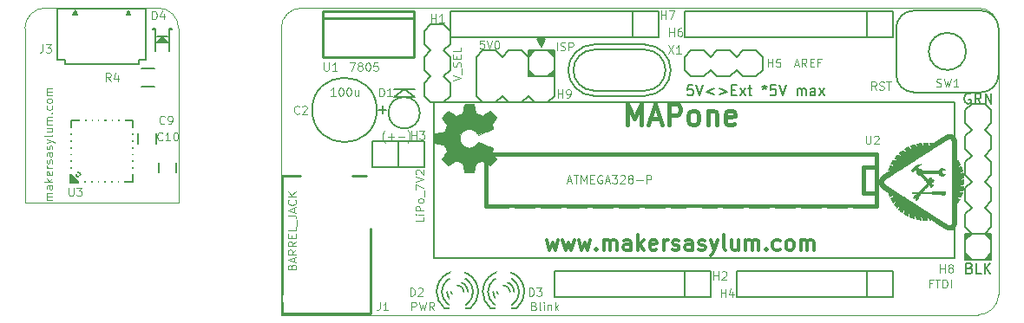
<source format=gto>
G04 #@! TF.FileFunction,Legend,Top*
%FSLAX46Y46*%
G04 Gerber Fmt 4.6, Leading zero omitted, Abs format (unit mm)*
G04 Created by KiCad (PCBNEW (2014-12-01 BZR 5309)-product) date Thu Dec  4 13:20:49 2014*
%MOMM*%
G01*
G04 APERTURE LIST*
%ADD10C,0.100000*%
%ADD11C,0.300000*%
%ADD12C,0.400000*%
%ADD13C,0.150000*%
%ADD14C,0.254000*%
%ADD15C,0.152400*%
%ADD16C,0.381000*%
%ADD17C,0.002540*%
%ADD18C,0.127000*%
%ADD19C,0.200660*%
%ADD20C,1.778000*%
%ADD21R,1.778000X1.778000*%
%ADD22C,3.048000*%
%ADD23R,4.572000X3.048000*%
%ADD24O,4.572000X3.048000*%
%ADD25O,3.048000X4.572000*%
%ADD26C,1.524000*%
%ADD27R,1.524000X1.524000*%
%ADD28O,1.574800X2.286000*%
%ADD29R,1.574800X2.286000*%
%ADD30C,1.905000*%
%ADD31C,1.501140*%
%ADD32R,1.501140X1.501140*%
%ADD33R,1.250000X1.500000*%
%ADD34R,0.406400X1.371600*%
%ADD35R,1.600200X1.422400*%
%ADD36R,1.905000X1.905000*%
%ADD37R,1.500000X1.300000*%
%ADD38R,0.492760X0.942340*%
%ADD39R,0.942340X0.492760*%
%ADD40R,2.042160X2.042160*%
%ADD41R,1.200000X1.200000*%
G04 APERTURE END LIST*
D10*
X120000000Y-60000000D02*
X120000000Y-34000000D01*
X62344761Y-43963333D02*
X62382857Y-44001429D01*
X62459047Y-44115714D01*
X62497142Y-44191905D01*
X62535238Y-44306190D01*
X62573333Y-44496667D01*
X62573333Y-44649048D01*
X62535238Y-44839524D01*
X62497142Y-44953810D01*
X62459047Y-45030000D01*
X62382857Y-45144286D01*
X62344761Y-45182381D01*
X62040000Y-44572857D02*
X61430476Y-44572857D01*
X61049524Y-44572857D02*
X60440000Y-44572857D01*
X60744762Y-44268095D02*
X60744762Y-44877619D01*
X60135238Y-43963333D02*
X60097143Y-44001429D01*
X60020953Y-44115714D01*
X59982857Y-44191905D01*
X59944762Y-44306190D01*
X59906667Y-44496667D01*
X59906667Y-44649048D01*
X59944762Y-44839524D01*
X59982857Y-44953810D01*
X60020953Y-45030000D01*
X60097143Y-45144286D01*
X60135238Y-45182381D01*
X120000000Y-34000000D02*
G75*
G03X118000000Y-32000000I-2000000J0D01*
G01*
X118000000Y-62000000D02*
G75*
G03X120000000Y-60000000I0J2000000D01*
G01*
X52000000Y-32000000D02*
G75*
G03X50000000Y-34000000I0J-2000000D01*
G01*
D11*
X75892857Y-54678571D02*
X76178571Y-55678571D01*
X76464285Y-54964286D01*
X76750000Y-55678571D01*
X77035714Y-54678571D01*
X77464286Y-54678571D02*
X77750000Y-55678571D01*
X78035714Y-54964286D01*
X78321429Y-55678571D01*
X78607143Y-54678571D01*
X79035715Y-54678571D02*
X79321429Y-55678571D01*
X79607143Y-54964286D01*
X79892858Y-55678571D01*
X80178572Y-54678571D01*
X80750001Y-55535714D02*
X80821429Y-55607143D01*
X80750001Y-55678571D01*
X80678572Y-55607143D01*
X80750001Y-55535714D01*
X80750001Y-55678571D01*
X81464287Y-55678571D02*
X81464287Y-54678571D01*
X81464287Y-54821429D02*
X81535715Y-54750000D01*
X81678573Y-54678571D01*
X81892858Y-54678571D01*
X82035715Y-54750000D01*
X82107144Y-54892857D01*
X82107144Y-55678571D01*
X82107144Y-54892857D02*
X82178573Y-54750000D01*
X82321430Y-54678571D01*
X82535715Y-54678571D01*
X82678573Y-54750000D01*
X82750001Y-54892857D01*
X82750001Y-55678571D01*
X84107144Y-55678571D02*
X84107144Y-54892857D01*
X84035715Y-54750000D01*
X83892858Y-54678571D01*
X83607144Y-54678571D01*
X83464287Y-54750000D01*
X84107144Y-55607143D02*
X83964287Y-55678571D01*
X83607144Y-55678571D01*
X83464287Y-55607143D01*
X83392858Y-55464286D01*
X83392858Y-55321429D01*
X83464287Y-55178571D01*
X83607144Y-55107143D01*
X83964287Y-55107143D01*
X84107144Y-55035714D01*
X84821430Y-55678571D02*
X84821430Y-54178571D01*
X84964287Y-55107143D02*
X85392858Y-55678571D01*
X85392858Y-54678571D02*
X84821430Y-55250000D01*
X86607144Y-55607143D02*
X86464287Y-55678571D01*
X86178573Y-55678571D01*
X86035716Y-55607143D01*
X85964287Y-55464286D01*
X85964287Y-54892857D01*
X86035716Y-54750000D01*
X86178573Y-54678571D01*
X86464287Y-54678571D01*
X86607144Y-54750000D01*
X86678573Y-54892857D01*
X86678573Y-55035714D01*
X85964287Y-55178571D01*
X87321430Y-55678571D02*
X87321430Y-54678571D01*
X87321430Y-54964286D02*
X87392858Y-54821429D01*
X87464287Y-54750000D01*
X87607144Y-54678571D01*
X87750001Y-54678571D01*
X88178572Y-55607143D02*
X88321429Y-55678571D01*
X88607144Y-55678571D01*
X88750001Y-55607143D01*
X88821429Y-55464286D01*
X88821429Y-55392857D01*
X88750001Y-55250000D01*
X88607144Y-55178571D01*
X88392858Y-55178571D01*
X88250001Y-55107143D01*
X88178572Y-54964286D01*
X88178572Y-54892857D01*
X88250001Y-54750000D01*
X88392858Y-54678571D01*
X88607144Y-54678571D01*
X88750001Y-54750000D01*
X90107144Y-55678571D02*
X90107144Y-54892857D01*
X90035715Y-54750000D01*
X89892858Y-54678571D01*
X89607144Y-54678571D01*
X89464287Y-54750000D01*
X90107144Y-55607143D02*
X89964287Y-55678571D01*
X89607144Y-55678571D01*
X89464287Y-55607143D01*
X89392858Y-55464286D01*
X89392858Y-55321429D01*
X89464287Y-55178571D01*
X89607144Y-55107143D01*
X89964287Y-55107143D01*
X90107144Y-55035714D01*
X90750001Y-55607143D02*
X90892858Y-55678571D01*
X91178573Y-55678571D01*
X91321430Y-55607143D01*
X91392858Y-55464286D01*
X91392858Y-55392857D01*
X91321430Y-55250000D01*
X91178573Y-55178571D01*
X90964287Y-55178571D01*
X90821430Y-55107143D01*
X90750001Y-54964286D01*
X90750001Y-54892857D01*
X90821430Y-54750000D01*
X90964287Y-54678571D01*
X91178573Y-54678571D01*
X91321430Y-54750000D01*
X91892859Y-54678571D02*
X92250002Y-55678571D01*
X92607144Y-54678571D02*
X92250002Y-55678571D01*
X92107144Y-56035714D01*
X92035716Y-56107143D01*
X91892859Y-56178571D01*
X93392859Y-55678571D02*
X93250001Y-55607143D01*
X93178573Y-55464286D01*
X93178573Y-54178571D01*
X94607144Y-54678571D02*
X94607144Y-55678571D01*
X93964287Y-54678571D02*
X93964287Y-55464286D01*
X94035715Y-55607143D01*
X94178573Y-55678571D01*
X94392858Y-55678571D01*
X94535715Y-55607143D01*
X94607144Y-55535714D01*
X95321430Y-55678571D02*
X95321430Y-54678571D01*
X95321430Y-54821429D02*
X95392858Y-54750000D01*
X95535716Y-54678571D01*
X95750001Y-54678571D01*
X95892858Y-54750000D01*
X95964287Y-54892857D01*
X95964287Y-55678571D01*
X95964287Y-54892857D02*
X96035716Y-54750000D01*
X96178573Y-54678571D01*
X96392858Y-54678571D01*
X96535716Y-54750000D01*
X96607144Y-54892857D01*
X96607144Y-55678571D01*
X97321430Y-55535714D02*
X97392858Y-55607143D01*
X97321430Y-55678571D01*
X97250001Y-55607143D01*
X97321430Y-55535714D01*
X97321430Y-55678571D01*
X98678573Y-55607143D02*
X98535716Y-55678571D01*
X98250002Y-55678571D01*
X98107144Y-55607143D01*
X98035716Y-55535714D01*
X97964287Y-55392857D01*
X97964287Y-54964286D01*
X98035716Y-54821429D01*
X98107144Y-54750000D01*
X98250002Y-54678571D01*
X98535716Y-54678571D01*
X98678573Y-54750000D01*
X99535716Y-55678571D02*
X99392858Y-55607143D01*
X99321430Y-55535714D01*
X99250001Y-55392857D01*
X99250001Y-54964286D01*
X99321430Y-54821429D01*
X99392858Y-54750000D01*
X99535716Y-54678571D01*
X99750001Y-54678571D01*
X99892858Y-54750000D01*
X99964287Y-54821429D01*
X100035716Y-54964286D01*
X100035716Y-55392857D01*
X99964287Y-55535714D01*
X99892858Y-55607143D01*
X99750001Y-55678571D01*
X99535716Y-55678571D01*
X100678573Y-55678571D02*
X100678573Y-54678571D01*
X100678573Y-54821429D02*
X100750001Y-54750000D01*
X100892859Y-54678571D01*
X101107144Y-54678571D01*
X101250001Y-54750000D01*
X101321430Y-54892857D01*
X101321430Y-55678571D01*
X101321430Y-54892857D02*
X101392859Y-54750000D01*
X101535716Y-54678571D01*
X101750001Y-54678571D01*
X101892859Y-54750000D01*
X101964287Y-54892857D01*
X101964287Y-55678571D01*
D12*
X83809523Y-43404762D02*
X83809523Y-41404762D01*
X84476190Y-42833333D01*
X85142857Y-41404762D01*
X85142857Y-43404762D01*
X85999999Y-42833333D02*
X86952380Y-42833333D01*
X85809523Y-43404762D02*
X86476190Y-41404762D01*
X87142857Y-43404762D01*
X87809523Y-43404762D02*
X87809523Y-41404762D01*
X88571428Y-41404762D01*
X88761904Y-41500000D01*
X88857143Y-41595238D01*
X88952381Y-41785714D01*
X88952381Y-42071429D01*
X88857143Y-42261905D01*
X88761904Y-42357143D01*
X88571428Y-42452381D01*
X87809523Y-42452381D01*
X90095238Y-43404762D02*
X89904762Y-43309524D01*
X89809523Y-43214286D01*
X89714285Y-43023810D01*
X89714285Y-42452381D01*
X89809523Y-42261905D01*
X89904762Y-42166667D01*
X90095238Y-42071429D01*
X90380952Y-42071429D01*
X90571428Y-42166667D01*
X90666666Y-42261905D01*
X90761904Y-42452381D01*
X90761904Y-43023810D01*
X90666666Y-43214286D01*
X90571428Y-43309524D01*
X90380952Y-43404762D01*
X90095238Y-43404762D01*
X91619047Y-42071429D02*
X91619047Y-43404762D01*
X91619047Y-42261905D02*
X91714286Y-42166667D01*
X91904762Y-42071429D01*
X92190476Y-42071429D01*
X92380952Y-42166667D01*
X92476190Y-42357143D01*
X92476190Y-43404762D01*
X94190476Y-43309524D02*
X94000000Y-43404762D01*
X93619048Y-43404762D01*
X93428571Y-43309524D01*
X93333333Y-43119048D01*
X93333333Y-42357143D01*
X93428571Y-42166667D01*
X93619048Y-42071429D01*
X94000000Y-42071429D01*
X94190476Y-42166667D01*
X94285714Y-42357143D01*
X94285714Y-42547619D01*
X93333333Y-42738095D01*
D13*
X90157143Y-39552381D02*
X89680952Y-39552381D01*
X89633333Y-40028571D01*
X89680952Y-39980952D01*
X89776190Y-39933333D01*
X90014286Y-39933333D01*
X90109524Y-39980952D01*
X90157143Y-40028571D01*
X90204762Y-40123810D01*
X90204762Y-40361905D01*
X90157143Y-40457143D01*
X90109524Y-40504762D01*
X90014286Y-40552381D01*
X89776190Y-40552381D01*
X89680952Y-40504762D01*
X89633333Y-40457143D01*
X90490476Y-39552381D02*
X90823809Y-40552381D01*
X91157143Y-39552381D01*
X92252381Y-39885714D02*
X91490476Y-40171429D01*
X92252381Y-40457143D01*
X92728571Y-39885714D02*
X93490476Y-40171429D01*
X92728571Y-40457143D01*
X93966666Y-40028571D02*
X94300000Y-40028571D01*
X94442857Y-40552381D02*
X93966666Y-40552381D01*
X93966666Y-39552381D01*
X94442857Y-39552381D01*
X94776190Y-40552381D02*
X95300000Y-39885714D01*
X94776190Y-39885714D02*
X95300000Y-40552381D01*
X95538095Y-39885714D02*
X95919047Y-39885714D01*
X95680952Y-39552381D02*
X95680952Y-40409524D01*
X95728571Y-40504762D01*
X95823809Y-40552381D01*
X95919047Y-40552381D01*
X97157143Y-39552381D02*
X97157143Y-39790476D01*
X96919048Y-39695238D02*
X97157143Y-39790476D01*
X97395239Y-39695238D01*
X97014286Y-39980952D02*
X97157143Y-39790476D01*
X97300001Y-39980952D01*
X98252382Y-39552381D02*
X97776191Y-39552381D01*
X97728572Y-40028571D01*
X97776191Y-39980952D01*
X97871429Y-39933333D01*
X98109525Y-39933333D01*
X98204763Y-39980952D01*
X98252382Y-40028571D01*
X98300001Y-40123810D01*
X98300001Y-40361905D01*
X98252382Y-40457143D01*
X98204763Y-40504762D01*
X98109525Y-40552381D01*
X97871429Y-40552381D01*
X97776191Y-40504762D01*
X97728572Y-40457143D01*
X98585715Y-39552381D02*
X98919048Y-40552381D01*
X99252382Y-39552381D01*
X100347620Y-40552381D02*
X100347620Y-39885714D01*
X100347620Y-39980952D02*
X100395239Y-39933333D01*
X100490477Y-39885714D01*
X100633335Y-39885714D01*
X100728573Y-39933333D01*
X100776192Y-40028571D01*
X100776192Y-40552381D01*
X100776192Y-40028571D02*
X100823811Y-39933333D01*
X100919049Y-39885714D01*
X101061906Y-39885714D01*
X101157144Y-39933333D01*
X101204763Y-40028571D01*
X101204763Y-40552381D01*
X102109525Y-40552381D02*
X102109525Y-40028571D01*
X102061906Y-39933333D01*
X101966668Y-39885714D01*
X101776191Y-39885714D01*
X101680953Y-39933333D01*
X102109525Y-40504762D02*
X102014287Y-40552381D01*
X101776191Y-40552381D01*
X101680953Y-40504762D01*
X101633334Y-40409524D01*
X101633334Y-40314286D01*
X101680953Y-40219048D01*
X101776191Y-40171429D01*
X102014287Y-40171429D01*
X102109525Y-40123810D01*
X102490477Y-40552381D02*
X103014287Y-39885714D01*
X102490477Y-39885714D02*
X103014287Y-40552381D01*
D10*
X50000000Y-62000000D02*
X50000000Y-34000000D01*
X118000000Y-62000000D02*
X50000000Y-62000000D01*
X52000000Y-32000000D02*
X118000000Y-32000000D01*
X25000000Y-34000000D02*
X25000000Y-51000000D01*
X40000000Y-51000000D02*
X40000000Y-48000000D01*
X25000000Y-51000000D02*
X40000000Y-51000000D01*
X40000000Y-48000000D02*
X40000000Y-46000000D01*
X40000000Y-46000000D02*
X40000000Y-34000000D01*
X27661905Y-50766668D02*
X27128571Y-50766668D01*
X27204762Y-50766668D02*
X27166667Y-50728573D01*
X27128571Y-50652382D01*
X27128571Y-50538096D01*
X27166667Y-50461906D01*
X27242857Y-50423811D01*
X27661905Y-50423811D01*
X27242857Y-50423811D02*
X27166667Y-50385715D01*
X27128571Y-50309525D01*
X27128571Y-50195239D01*
X27166667Y-50119049D01*
X27242857Y-50080954D01*
X27661905Y-50080954D01*
X27661905Y-49357144D02*
X27242857Y-49357144D01*
X27166667Y-49395239D01*
X27128571Y-49471429D01*
X27128571Y-49623810D01*
X27166667Y-49700001D01*
X27623810Y-49357144D02*
X27661905Y-49433334D01*
X27661905Y-49623810D01*
X27623810Y-49700001D01*
X27547619Y-49738096D01*
X27471429Y-49738096D01*
X27395238Y-49700001D01*
X27357143Y-49623810D01*
X27357143Y-49433334D01*
X27319048Y-49357144D01*
X27661905Y-48976191D02*
X26861905Y-48976191D01*
X27357143Y-48900000D02*
X27661905Y-48671429D01*
X27128571Y-48671429D02*
X27433333Y-48976191D01*
X27623810Y-48023810D02*
X27661905Y-48100000D01*
X27661905Y-48252381D01*
X27623810Y-48328572D01*
X27547619Y-48366667D01*
X27242857Y-48366667D01*
X27166667Y-48328572D01*
X27128571Y-48252381D01*
X27128571Y-48100000D01*
X27166667Y-48023810D01*
X27242857Y-47985715D01*
X27319048Y-47985715D01*
X27395238Y-48366667D01*
X27661905Y-47642858D02*
X27128571Y-47642858D01*
X27280952Y-47642858D02*
X27204762Y-47604763D01*
X27166667Y-47566667D01*
X27128571Y-47490477D01*
X27128571Y-47414286D01*
X27623810Y-47185715D02*
X27661905Y-47109525D01*
X27661905Y-46957144D01*
X27623810Y-46880953D01*
X27547619Y-46842858D01*
X27509524Y-46842858D01*
X27433333Y-46880953D01*
X27395238Y-46957144D01*
X27395238Y-47071429D01*
X27357143Y-47147620D01*
X27280952Y-47185715D01*
X27242857Y-47185715D01*
X27166667Y-47147620D01*
X27128571Y-47071429D01*
X27128571Y-46957144D01*
X27166667Y-46880953D01*
X27661905Y-46157144D02*
X27242857Y-46157144D01*
X27166667Y-46195239D01*
X27128571Y-46271429D01*
X27128571Y-46423810D01*
X27166667Y-46500001D01*
X27623810Y-46157144D02*
X27661905Y-46233334D01*
X27661905Y-46423810D01*
X27623810Y-46500001D01*
X27547619Y-46538096D01*
X27471429Y-46538096D01*
X27395238Y-46500001D01*
X27357143Y-46423810D01*
X27357143Y-46233334D01*
X27319048Y-46157144D01*
X27623810Y-45814286D02*
X27661905Y-45738096D01*
X27661905Y-45585715D01*
X27623810Y-45509524D01*
X27547619Y-45471429D01*
X27509524Y-45471429D01*
X27433333Y-45509524D01*
X27395238Y-45585715D01*
X27395238Y-45700000D01*
X27357143Y-45776191D01*
X27280952Y-45814286D01*
X27242857Y-45814286D01*
X27166667Y-45776191D01*
X27128571Y-45700000D01*
X27128571Y-45585715D01*
X27166667Y-45509524D01*
X27128571Y-45204762D02*
X27661905Y-45014286D01*
X27128571Y-44823810D02*
X27661905Y-45014286D01*
X27852381Y-45090477D01*
X27890476Y-45128572D01*
X27928571Y-45204762D01*
X27661905Y-44404762D02*
X27623810Y-44480953D01*
X27547619Y-44519048D01*
X26861905Y-44519048D01*
X27128571Y-43757143D02*
X27661905Y-43757143D01*
X27128571Y-44100000D02*
X27547619Y-44100000D01*
X27623810Y-44061905D01*
X27661905Y-43985714D01*
X27661905Y-43871428D01*
X27623810Y-43795238D01*
X27585714Y-43757143D01*
X27661905Y-43376190D02*
X27128571Y-43376190D01*
X27204762Y-43376190D02*
X27166667Y-43338095D01*
X27128571Y-43261904D01*
X27128571Y-43147618D01*
X27166667Y-43071428D01*
X27242857Y-43033333D01*
X27661905Y-43033333D01*
X27242857Y-43033333D02*
X27166667Y-42995237D01*
X27128571Y-42919047D01*
X27128571Y-42804761D01*
X27166667Y-42728571D01*
X27242857Y-42690476D01*
X27661905Y-42690476D01*
X27585714Y-42309523D02*
X27623810Y-42271428D01*
X27661905Y-42309523D01*
X27623810Y-42347618D01*
X27585714Y-42309523D01*
X27661905Y-42309523D01*
X27623810Y-41585714D02*
X27661905Y-41661904D01*
X27661905Y-41814285D01*
X27623810Y-41890476D01*
X27585714Y-41928571D01*
X27509524Y-41966666D01*
X27280952Y-41966666D01*
X27204762Y-41928571D01*
X27166667Y-41890476D01*
X27128571Y-41814285D01*
X27128571Y-41661904D01*
X27166667Y-41585714D01*
X27661905Y-41128571D02*
X27623810Y-41204762D01*
X27585714Y-41242857D01*
X27509524Y-41280952D01*
X27280952Y-41280952D01*
X27204762Y-41242857D01*
X27166667Y-41204762D01*
X27128571Y-41128571D01*
X27128571Y-41014285D01*
X27166667Y-40938095D01*
X27204762Y-40900000D01*
X27280952Y-40861904D01*
X27509524Y-40861904D01*
X27585714Y-40900000D01*
X27623810Y-40938095D01*
X27661905Y-41014285D01*
X27661905Y-41128571D01*
X27661905Y-40519047D02*
X27128571Y-40519047D01*
X27204762Y-40519047D02*
X27166667Y-40480952D01*
X27128571Y-40404761D01*
X27128571Y-40290475D01*
X27166667Y-40214285D01*
X27242857Y-40176190D01*
X27661905Y-40176190D01*
X27242857Y-40176190D02*
X27166667Y-40138094D01*
X27128571Y-40061904D01*
X27128571Y-39947618D01*
X27166667Y-39871428D01*
X27242857Y-39833333D01*
X27661905Y-39833333D01*
X38000000Y-32000000D02*
X27000000Y-32000000D01*
X40000000Y-34000000D02*
G75*
G03X38000000Y-32000000I-2000000J0D01*
G01*
X27000000Y-32000000D02*
G75*
G03X25000000Y-34000000I0J-2000000D01*
G01*
D14*
X54055000Y-32965000D02*
X54055000Y-32330000D01*
X54055000Y-32330000D02*
X62945000Y-32330000D01*
X62945000Y-32330000D02*
X62945000Y-32965000D01*
X54055000Y-36775000D02*
X54055000Y-32965000D01*
X54055000Y-32965000D02*
X62945000Y-32965000D01*
X62945000Y-32965000D02*
X62945000Y-36775000D01*
X62945000Y-36775000D02*
X54055000Y-36775000D01*
D15*
X111750000Y-32250000D02*
G75*
G03X110000000Y-34000000I0J-1750000D01*
G01*
X110000000Y-38500000D02*
X110000000Y-34000000D01*
X110000000Y-38500000D02*
G75*
G03X111750000Y-40250000I1750000J0D01*
G01*
X118250000Y-40250000D02*
X111750000Y-40250000D01*
X120000000Y-34000000D02*
X120000000Y-38500000D01*
X111750000Y-32250000D02*
X118250000Y-32250000D01*
X120000000Y-34000000D02*
G75*
G03X118250000Y-32250000I-1750000J0D01*
G01*
X118250000Y-40250000D02*
G75*
G03X120000000Y-38500000I0J1750000D01*
G01*
X116816100Y-36250000D02*
G75*
G03X116816100Y-36250000I-1816100J0D01*
G01*
D14*
X58718000Y-58064000D02*
X58718000Y-53568200D01*
X58718000Y-61874000D02*
X58718000Y-58064000D01*
X58286200Y-48412000D02*
X56965400Y-48412000D01*
X50082000Y-48412000D02*
X51834600Y-48412000D01*
X50082000Y-61112000D02*
X50082000Y-61874000D01*
X50082000Y-61874000D02*
X58718000Y-61874000D01*
X50082000Y-61112000D02*
X50082000Y-48412000D01*
D15*
X75654000Y-34997000D02*
X75654000Y-35251000D01*
X75146000Y-34997000D02*
X75146000Y-35251000D01*
X75527000Y-34997000D02*
X75527000Y-35505000D01*
X75273000Y-34997000D02*
X75273000Y-35505000D01*
X75400000Y-35759000D02*
X75400000Y-34997000D01*
X75400000Y-35759000D02*
X75781000Y-34997000D01*
X75781000Y-34997000D02*
X75019000Y-34997000D01*
X75019000Y-34997000D02*
X75400000Y-35759000D01*
X74511000Y-38680000D02*
X74511000Y-38426000D01*
X74384000Y-38680000D02*
X74384000Y-38299000D01*
X74257000Y-38680000D02*
X74257000Y-38172000D01*
X76289000Y-38680000D02*
X76289000Y-38426000D01*
X76416000Y-38680000D02*
X76416000Y-38299000D01*
X76543000Y-38680000D02*
X76543000Y-38172000D01*
X76289000Y-36140000D02*
X76289000Y-36394000D01*
X76416000Y-36140000D02*
X76416000Y-36521000D01*
X76543000Y-36140000D02*
X76543000Y-36648000D01*
X74511000Y-36140000D02*
X74511000Y-36394000D01*
X74384000Y-36140000D02*
X74384000Y-36521000D01*
X74257000Y-36140000D02*
X74257000Y-36648000D01*
X74130000Y-38045000D02*
X74765000Y-38680000D01*
X76035000Y-38680000D02*
X76670000Y-38045000D01*
X74130000Y-38680000D02*
X74765000Y-38680000D01*
X74765000Y-38680000D02*
X76035000Y-38680000D01*
X76035000Y-38680000D02*
X76670000Y-38680000D01*
X74130000Y-38680000D02*
X74130000Y-38045000D01*
X74130000Y-38045000D02*
X74130000Y-36775000D01*
X76035000Y-36140000D02*
X76670000Y-36140000D01*
X76670000Y-36140000D02*
X76670000Y-36775000D01*
X74130000Y-36775000D02*
X74130000Y-36140000D01*
X74130000Y-36140000D02*
X74765000Y-36140000D01*
X70955000Y-41220000D02*
X69685000Y-41220000D01*
X73495000Y-41220000D02*
X72225000Y-41220000D01*
X76035000Y-41220000D02*
X74765000Y-41220000D01*
X76670000Y-36775000D02*
X76670000Y-40585000D01*
X74765000Y-36140000D02*
X76035000Y-36140000D01*
X72225000Y-36140000D02*
X73495000Y-36140000D01*
X69685000Y-36140000D02*
X70955000Y-36140000D01*
X69050000Y-40585000D02*
X69050000Y-36775000D01*
X76035000Y-36140000D02*
X76670000Y-36775000D01*
X73495000Y-36140000D02*
X74130000Y-36775000D01*
X74130000Y-36775000D02*
X74765000Y-36140000D01*
X70955000Y-36140000D02*
X71590000Y-36775000D01*
X71590000Y-36775000D02*
X72225000Y-36140000D01*
X69050000Y-36775000D02*
X69685000Y-36140000D01*
X69685000Y-41220000D02*
X69050000Y-40585000D01*
X72225000Y-41220000D02*
X71590000Y-40585000D01*
X71590000Y-40585000D02*
X70955000Y-41220000D01*
X74765000Y-41220000D02*
X74130000Y-40585000D01*
X74130000Y-40585000D02*
X73495000Y-41220000D01*
X76670000Y-40585000D02*
X76035000Y-41220000D01*
D13*
X84290000Y-32330000D02*
X66510000Y-32330000D01*
X66510000Y-32330000D02*
X66510000Y-34870000D01*
X66510000Y-34870000D02*
X84290000Y-34870000D01*
X86830000Y-32330000D02*
X84290000Y-32330000D01*
X84290000Y-32330000D02*
X84290000Y-34870000D01*
X86830000Y-32330000D02*
X86830000Y-34870000D01*
X86830000Y-34870000D02*
X84290000Y-34870000D01*
X107150000Y-32330000D02*
X89370000Y-32330000D01*
X89370000Y-32330000D02*
X89370000Y-34870000D01*
X89370000Y-34870000D02*
X107150000Y-34870000D01*
X109690000Y-32330000D02*
X107150000Y-32330000D01*
X107150000Y-32330000D02*
X107150000Y-34870000D01*
X109690000Y-32330000D02*
X109690000Y-34870000D01*
X109690000Y-34870000D02*
X107150000Y-34870000D01*
X107150000Y-57730000D02*
X94450000Y-57730000D01*
X94450000Y-57730000D02*
X94450000Y-60270000D01*
X94450000Y-60270000D02*
X107150000Y-60270000D01*
X109690000Y-57730000D02*
X107150000Y-57730000D01*
X107150000Y-57730000D02*
X107150000Y-60270000D01*
X109690000Y-57730000D02*
X109690000Y-60270000D01*
X109690000Y-60270000D02*
X107150000Y-60270000D01*
X89370000Y-57730000D02*
X76670000Y-57730000D01*
X76670000Y-57730000D02*
X76670000Y-60270000D01*
X76670000Y-60270000D02*
X89370000Y-60270000D01*
X91910000Y-57730000D02*
X89370000Y-57730000D01*
X89370000Y-57730000D02*
X89370000Y-60270000D01*
X91910000Y-57730000D02*
X91910000Y-60270000D01*
X91910000Y-60270000D02*
X89370000Y-60270000D01*
D15*
X65865000Y-41220000D02*
X64595000Y-41220000D01*
X65865000Y-33600000D02*
X64595000Y-33600000D01*
X63960000Y-35505000D02*
X63960000Y-34235000D01*
X63960000Y-38045000D02*
X63960000Y-36775000D01*
X63960000Y-40585000D02*
X63960000Y-39315000D01*
X66500000Y-39315000D02*
X66500000Y-40585000D01*
X66500000Y-36775000D02*
X66500000Y-38045000D01*
X66500000Y-34235000D02*
X66500000Y-35505000D01*
X66500000Y-40585000D02*
X65865000Y-41220000D01*
X66500000Y-38045000D02*
X65865000Y-38680000D01*
X65865000Y-38680000D02*
X66500000Y-39315000D01*
X66500000Y-35505000D02*
X65865000Y-36140000D01*
X65865000Y-36140000D02*
X66500000Y-36775000D01*
X65865000Y-33600000D02*
X66500000Y-34235000D01*
X63960000Y-34235000D02*
X64595000Y-33600000D01*
X63960000Y-36775000D02*
X64595000Y-36140000D01*
X64595000Y-36140000D02*
X63960000Y-35505000D01*
X63960000Y-39315000D02*
X64595000Y-38680000D01*
X64595000Y-38680000D02*
X63960000Y-38045000D01*
X64595000Y-41220000D02*
X63960000Y-40585000D01*
D13*
X70430000Y-61328800D02*
X72970000Y-61328800D01*
X72675527Y-58583136D02*
G75*
G03X71700000Y-58230000I-975527J-1170864D01*
G01*
X71699531Y-58231889D02*
G75*
G03X70689080Y-58616080I469J-1522111D01*
G01*
X71700034Y-61276147D02*
G75*
G03X72690600Y-60909700I-34J1522147D01*
G01*
X70724473Y-60924864D02*
G75*
G03X71700000Y-61278000I975527J1170864D01*
G01*
X72587155Y-60993166D02*
G75*
G03X73224000Y-59754000I-887155J1239166D01*
G01*
X73224000Y-59753199D02*
G75*
G03X72614400Y-58534800I-1524000J-801D01*
G01*
X70177794Y-59754442D02*
G75*
G03X70765280Y-60955420I1522206J442D01*
G01*
X70763829Y-58551436D02*
G75*
G03X70176000Y-59754000I936171J-1202564D01*
G01*
X72335000Y-59754000D02*
G75*
G03X71700000Y-59119000I-635000J0D01*
G01*
X72716000Y-59754000D02*
G75*
G03X71700000Y-58738000I-1016000J0D01*
G01*
X71065000Y-59754000D02*
G75*
G03X71700000Y-60389000I635000J0D01*
G01*
X70684000Y-59754000D02*
G75*
G03X71700000Y-60770000I1016000J0D01*
G01*
X73003426Y-61312880D02*
G75*
G03X73732000Y-59754000I-1303426J1558880D01*
G01*
X73729460Y-59753025D02*
G75*
G03X72655040Y-57963300I-2029460J-975D01*
G01*
X69670614Y-59756552D02*
G75*
G03X70389360Y-61303400I2029386J2552D01*
G01*
X70690149Y-57990701D02*
G75*
G03X69668000Y-59754000I1009851J-1763299D01*
G01*
X72663347Y-57964870D02*
G75*
G03X71700000Y-57722000I-963347J-1789130D01*
G01*
X71699900Y-57723077D02*
G75*
G03X70635740Y-58024260I100J-2030923D01*
G01*
X65930000Y-61328800D02*
X68470000Y-61328800D01*
X68175527Y-58583136D02*
G75*
G03X67200000Y-58230000I-975527J-1170864D01*
G01*
X67199531Y-58231889D02*
G75*
G03X66189080Y-58616080I469J-1522111D01*
G01*
X67200034Y-61276147D02*
G75*
G03X68190600Y-60909700I-34J1522147D01*
G01*
X66224473Y-60924864D02*
G75*
G03X67200000Y-61278000I975527J1170864D01*
G01*
X68087155Y-60993166D02*
G75*
G03X68724000Y-59754000I-887155J1239166D01*
G01*
X68724000Y-59753199D02*
G75*
G03X68114400Y-58534800I-1524000J-801D01*
G01*
X65677794Y-59754442D02*
G75*
G03X66265280Y-60955420I1522206J442D01*
G01*
X66263829Y-58551436D02*
G75*
G03X65676000Y-59754000I936171J-1202564D01*
G01*
X67835000Y-59754000D02*
G75*
G03X67200000Y-59119000I-635000J0D01*
G01*
X68216000Y-59754000D02*
G75*
G03X67200000Y-58738000I-1016000J0D01*
G01*
X66565000Y-59754000D02*
G75*
G03X67200000Y-60389000I635000J0D01*
G01*
X66184000Y-59754000D02*
G75*
G03X67200000Y-60770000I1016000J0D01*
G01*
X68503426Y-61312880D02*
G75*
G03X69232000Y-59754000I-1303426J1558880D01*
G01*
X69229460Y-59753025D02*
G75*
G03X68155040Y-57963300I-2029460J-975D01*
G01*
X65170614Y-59756552D02*
G75*
G03X65889360Y-61303400I2029386J2552D01*
G01*
X66190149Y-57990701D02*
G75*
G03X65168000Y-59754000I1009851J-1763299D01*
G01*
X68163347Y-57964870D02*
G75*
G03X67200000Y-57722000I-963347J-1789130D01*
G01*
X67199900Y-57723077D02*
G75*
G03X66135740Y-58024260I100J-2030923D01*
G01*
X115670000Y-48800000D02*
X115670000Y-41180000D01*
X115670000Y-41180000D02*
X64870000Y-41180000D01*
X64870000Y-41180000D02*
X64870000Y-56420000D01*
X64870000Y-56420000D02*
X115670000Y-56420000D01*
X115670000Y-48800000D02*
X115670000Y-56420000D01*
D16*
X108050000Y-51340000D02*
X69950000Y-51340000D01*
X69950000Y-51340000D02*
X69950000Y-46260000D01*
X69950000Y-46260000D02*
X108050000Y-46260000D01*
X108050000Y-46260000D02*
X108050000Y-51340000D01*
X108050000Y-50070000D02*
X106780000Y-50070000D01*
X106780000Y-50070000D02*
X106780000Y-47530000D01*
X106780000Y-47530000D02*
X108050000Y-47530000D01*
D15*
X116793500Y-54461000D02*
X116920500Y-54461000D01*
X116793500Y-54334000D02*
X117047500Y-54334000D01*
X116793500Y-54207000D02*
X117174500Y-54207000D01*
X116793500Y-56239000D02*
X116920500Y-56239000D01*
X116793500Y-56366000D02*
X117047500Y-56366000D01*
X116793500Y-56493000D02*
X117174500Y-56493000D01*
X119206500Y-56239000D02*
X119079500Y-56239000D01*
X119206500Y-56366000D02*
X118952500Y-56366000D01*
X119206500Y-56493000D02*
X118825500Y-56493000D01*
X119206500Y-54461000D02*
X119079500Y-54461000D01*
X119206500Y-54334000D02*
X119016000Y-54334000D01*
X119206500Y-54207000D02*
X118825500Y-54207000D01*
X116730000Y-54715000D02*
X116730000Y-54143500D01*
X116730000Y-54143500D02*
X116730000Y-54080000D01*
X116730000Y-54080000D02*
X117301500Y-54080000D01*
X117365000Y-56620000D02*
X116730000Y-56620000D01*
X116730000Y-56620000D02*
X116730000Y-55985000D01*
X118635000Y-54080000D02*
X119270000Y-54080000D01*
X119270000Y-54080000D02*
X119270000Y-54715000D01*
X118635000Y-56620000D02*
X119270000Y-56620000D01*
X119270000Y-56620000D02*
X119270000Y-55985000D01*
X117365000Y-54080000D02*
X118635000Y-54080000D01*
X117365000Y-56620000D02*
X118635000Y-56620000D01*
X118635000Y-56620000D02*
X119270000Y-55985000D01*
X119270000Y-55985000D02*
X119270000Y-54715000D01*
X119270000Y-54715000D02*
X118635000Y-54080000D01*
X118635000Y-54080000D02*
X119270000Y-53445000D01*
X119270000Y-53445000D02*
X119270000Y-52175000D01*
X119270000Y-52175000D02*
X118635000Y-51540000D01*
X118635000Y-51540000D02*
X119270000Y-50905000D01*
X119270000Y-50905000D02*
X119270000Y-49635000D01*
X119270000Y-49635000D02*
X118635000Y-49000000D01*
X118635000Y-49000000D02*
X119270000Y-48365000D01*
X119270000Y-48365000D02*
X119270000Y-47095000D01*
X119270000Y-47095000D02*
X118635000Y-46460000D01*
X118635000Y-46460000D02*
X119270000Y-45825000D01*
X119270000Y-45825000D02*
X119270000Y-44555000D01*
X119270000Y-44555000D02*
X118635000Y-43920000D01*
X118635000Y-43920000D02*
X119270000Y-43285000D01*
X119270000Y-43285000D02*
X119270000Y-42015000D01*
X119270000Y-42015000D02*
X118635000Y-41380000D01*
X118635000Y-41380000D02*
X117365000Y-41380000D01*
X117365000Y-41380000D02*
X116730000Y-42015000D01*
X116730000Y-42015000D02*
X116730000Y-43285000D01*
X116730000Y-43285000D02*
X117365000Y-43920000D01*
X117365000Y-43920000D02*
X116730000Y-44555000D01*
X116730000Y-44555000D02*
X116730000Y-45825000D01*
X116730000Y-45825000D02*
X117365000Y-46460000D01*
X117365000Y-46460000D02*
X116730000Y-47095000D01*
X116730000Y-47095000D02*
X116730000Y-48365000D01*
X116730000Y-48365000D02*
X117365000Y-49000000D01*
X117365000Y-49000000D02*
X116730000Y-49635000D01*
X116730000Y-49635000D02*
X116730000Y-50905000D01*
X116730000Y-50905000D02*
X117365000Y-51540000D01*
X117365000Y-51540000D02*
X116730000Y-52175000D01*
X116730000Y-52175000D02*
X116730000Y-53445000D01*
X116730000Y-53445000D02*
X117365000Y-54080000D01*
X117365000Y-54080000D02*
X116730000Y-54715000D01*
X116730000Y-54715000D02*
X116730000Y-55985000D01*
X116730000Y-55985000D02*
X117365000Y-56620000D01*
D13*
X80510000Y-40580000D02*
X85510000Y-40580000D01*
X85510000Y-40080000D02*
X80510000Y-40080000D01*
X80510000Y-35580000D02*
X85510000Y-35580000D01*
X85510000Y-36080000D02*
X80510000Y-36080000D01*
X88010000Y-38080000D02*
G75*
G03X85510000Y-35580000I-2500000J0D01*
G01*
X85510000Y-40580000D02*
G75*
G03X88010000Y-38080000I0J2500000D01*
G01*
X80510000Y-35580000D02*
G75*
G03X78010000Y-38080000I0J-2500000D01*
G01*
X78010000Y-38080000D02*
G75*
G03X80510000Y-40580000I2500000J0D01*
G01*
X80510000Y-36080000D02*
G75*
G03X78510000Y-38080000I0J-2000000D01*
G01*
X78510000Y-38080000D02*
G75*
G03X80510000Y-40080000I2000000J0D01*
G01*
X87510000Y-38080000D02*
G75*
G03X85510000Y-36080000I-2000000J0D01*
G01*
X85510000Y-40080000D02*
G75*
G03X87510000Y-38080000I0J2000000D01*
G01*
X63534547Y-42250000D02*
G75*
G03X63534547Y-42250000I-1534547J0D01*
G01*
X60984000Y-40726000D02*
X63016000Y-40726000D01*
X62000000Y-39964000D02*
X63016000Y-40726000D01*
X60984000Y-40726000D02*
X62000000Y-39964000D01*
X60984000Y-39964000D02*
X63016000Y-39964000D01*
D15*
X96990000Y-36775000D02*
X96990000Y-38045000D01*
X89370000Y-36775000D02*
X89370000Y-38045000D01*
X91275000Y-38680000D02*
X90005000Y-38680000D01*
X93815000Y-38680000D02*
X92545000Y-38680000D01*
X96355000Y-38680000D02*
X95085000Y-38680000D01*
X95085000Y-36140000D02*
X96355000Y-36140000D01*
X92545000Y-36140000D02*
X93815000Y-36140000D01*
X90005000Y-36140000D02*
X91275000Y-36140000D01*
X96355000Y-36140000D02*
X96990000Y-36775000D01*
X93815000Y-36140000D02*
X94450000Y-36775000D01*
X94450000Y-36775000D02*
X95085000Y-36140000D01*
X91275000Y-36140000D02*
X91910000Y-36775000D01*
X91910000Y-36775000D02*
X92545000Y-36140000D01*
X89370000Y-36775000D02*
X90005000Y-36140000D01*
X90005000Y-38680000D02*
X89370000Y-38045000D01*
X92545000Y-38680000D02*
X91910000Y-38045000D01*
X91910000Y-38045000D02*
X91275000Y-38680000D01*
X95085000Y-38680000D02*
X94450000Y-38045000D01*
X94450000Y-38045000D02*
X93815000Y-38680000D01*
X96990000Y-38045000D02*
X96355000Y-38680000D01*
D10*
G36*
X115264956Y-44319217D02*
X115319615Y-44320827D01*
X115368527Y-44325398D01*
X115401456Y-44331412D01*
X115484012Y-44358590D01*
X115559183Y-44397635D01*
X115626753Y-44448261D01*
X115686509Y-44510184D01*
X115738235Y-44583118D01*
X115781717Y-44666777D01*
X115816742Y-44760875D01*
X115817396Y-44763466D01*
X115176792Y-44763466D01*
X115151491Y-44765926D01*
X115126656Y-44770268D01*
X115098109Y-44776733D01*
X115069582Y-44785561D01*
X115039378Y-44797613D01*
X115005795Y-44813752D01*
X114967135Y-44834842D01*
X114921698Y-44861746D01*
X114867783Y-44895326D01*
X114819551Y-44926193D01*
X114776327Y-44954076D01*
X114735052Y-44980694D01*
X114697841Y-45004685D01*
X114666804Y-45024686D01*
X114644056Y-45039337D01*
X114634305Y-45045608D01*
X114619191Y-45055324D01*
X114594112Y-45071458D01*
X114560966Y-45092786D01*
X114521654Y-45118086D01*
X114478074Y-45146137D01*
X114432127Y-45175715D01*
X114426167Y-45179552D01*
X114379358Y-45209681D01*
X114334046Y-45238836D01*
X114292268Y-45265707D01*
X114256065Y-45288981D01*
X114227475Y-45307348D01*
X114208537Y-45319496D01*
X114207444Y-45320196D01*
X114175083Y-45340931D01*
X114132522Y-45368230D01*
X114081428Y-45401022D01*
X114023468Y-45438236D01*
X113960309Y-45478801D01*
X113893619Y-45521646D01*
X113825064Y-45565699D01*
X113756311Y-45609890D01*
X113689028Y-45653148D01*
X113624882Y-45694400D01*
X113565539Y-45732577D01*
X113520600Y-45761500D01*
X113467000Y-45795999D01*
X113413367Y-45830504D01*
X113361801Y-45863668D01*
X113314399Y-45894141D01*
X113273262Y-45920573D01*
X113240487Y-45941615D01*
X113224292Y-45952000D01*
X113184744Y-45977395D01*
X113140535Y-46005872D01*
X113097450Y-46033701D01*
X113065653Y-46054306D01*
X113029368Y-46077837D01*
X112990291Y-46103127D01*
X112953667Y-46126783D01*
X112930010Y-46142025D01*
X112898970Y-46162041D01*
X112867169Y-46182632D01*
X112839870Y-46200388D01*
X112831357Y-46205954D01*
X112809638Y-46219883D01*
X112791608Y-46230904D01*
X112781968Y-46236224D01*
X112773344Y-46241276D01*
X112754703Y-46252942D01*
X112727820Y-46270087D01*
X112694468Y-46291572D01*
X112656423Y-46316264D01*
X112630528Y-46333162D01*
X112586587Y-46361858D01*
X112542675Y-46390471D01*
X112501464Y-46417266D01*
X112465626Y-46440505D01*
X112437832Y-46458453D01*
X112429444Y-46463840D01*
X112377070Y-46497407D01*
X112314197Y-46537745D01*
X112242184Y-46583980D01*
X112162392Y-46635237D01*
X112076183Y-46690641D01*
X111984916Y-46749319D01*
X111889953Y-46810395D01*
X111792654Y-46872995D01*
X111694379Y-46936245D01*
X111688611Y-46939958D01*
X111630892Y-46977106D01*
X111564425Y-47019871D01*
X111492338Y-47066241D01*
X111417755Y-47114206D01*
X111343802Y-47161757D01*
X111273605Y-47206883D01*
X111222944Y-47239442D01*
X111156783Y-47281960D01*
X111086031Y-47327430D01*
X111012383Y-47374765D01*
X110937534Y-47422873D01*
X110863180Y-47470667D01*
X110791015Y-47517054D01*
X110722735Y-47560948D01*
X110660035Y-47601256D01*
X110604609Y-47636891D01*
X110558154Y-47666761D01*
X110531500Y-47683903D01*
X110513840Y-47695265D01*
X110486262Y-47713013D01*
X110450709Y-47735897D01*
X110409126Y-47762664D01*
X110363460Y-47792062D01*
X110315654Y-47822838D01*
X110302194Y-47831504D01*
X110226165Y-47880447D01*
X110146382Y-47931795D01*
X110063933Y-47984847D01*
X109979906Y-48038907D01*
X109895388Y-48093273D01*
X109811466Y-48147247D01*
X109729228Y-48200130D01*
X109649761Y-48251223D01*
X109574153Y-48299826D01*
X109503490Y-48345241D01*
X109438861Y-48386769D01*
X109381353Y-48423710D01*
X109332053Y-48455364D01*
X109292048Y-48481034D01*
X109262427Y-48500020D01*
X109254444Y-48505129D01*
X109225755Y-48523478D01*
X109198671Y-48540800D01*
X109177275Y-48554484D01*
X109169778Y-48559278D01*
X109095337Y-48607168D01*
X109032484Y-48648239D01*
X108980667Y-48682867D01*
X108939338Y-48711429D01*
X108907943Y-48734302D01*
X108885934Y-48751864D01*
X108878080Y-48758960D01*
X108828678Y-48814730D01*
X108792482Y-48873991D01*
X108769743Y-48936206D01*
X108760712Y-49000839D01*
X108760555Y-49010696D01*
X108761602Y-49043986D01*
X108765577Y-49072101D01*
X108773737Y-49099885D01*
X108787337Y-49132185D01*
X108797579Y-49153607D01*
X108809099Y-49175497D01*
X108821961Y-49196037D01*
X108837199Y-49216063D01*
X108855850Y-49236409D01*
X108878948Y-49257909D01*
X108907527Y-49281397D01*
X108942624Y-49307709D01*
X108985272Y-49337677D01*
X109036507Y-49372138D01*
X109097364Y-49411924D01*
X109168879Y-49457871D01*
X109198201Y-49476571D01*
X109236733Y-49501168D01*
X109283659Y-49531220D01*
X109335530Y-49564514D01*
X109388898Y-49598833D01*
X109440311Y-49631963D01*
X109460849Y-49645221D01*
X109502764Y-49672272D01*
X109554058Y-49705339D01*
X109612234Y-49742814D01*
X109674795Y-49783092D01*
X109739247Y-49824563D01*
X109803091Y-49865622D01*
X109861420Y-49903111D01*
X109914382Y-49937141D01*
X109966008Y-49970315D01*
X110017380Y-50003330D01*
X110069580Y-50036882D01*
X110123690Y-50071665D01*
X110180793Y-50108377D01*
X110241970Y-50147713D01*
X110308304Y-50190368D01*
X110380876Y-50237039D01*
X110460769Y-50288421D01*
X110549065Y-50345209D01*
X110646845Y-50408101D01*
X110755193Y-50477790D01*
X110778444Y-50492746D01*
X110843514Y-50534600D01*
X110916859Y-50581775D01*
X110994884Y-50631961D01*
X111073996Y-50682845D01*
X111150601Y-50732117D01*
X111221105Y-50777464D01*
X111254694Y-50799068D01*
X111316216Y-50838641D01*
X111381988Y-50880952D01*
X111449215Y-50924204D01*
X111515105Y-50966599D01*
X111576864Y-51006341D01*
X111631698Y-51041632D01*
X111667444Y-51064642D01*
X111714250Y-51094762D01*
X111759560Y-51123897D01*
X111801336Y-51150738D01*
X111837539Y-51173975D01*
X111866129Y-51192300D01*
X111885069Y-51204402D01*
X111886167Y-51205101D01*
X111903072Y-51215907D01*
X111930073Y-51233231D01*
X111965405Y-51255938D01*
X112007306Y-51282894D01*
X112054015Y-51312966D01*
X112103767Y-51345019D01*
X112140167Y-51368484D01*
X112216625Y-51417764D01*
X112302050Y-51472787D01*
X112393527Y-51531679D01*
X112488144Y-51592567D01*
X112582987Y-51653574D01*
X112675145Y-51712829D01*
X112761705Y-51768455D01*
X112806917Y-51797495D01*
X112827361Y-51810649D01*
X112857596Y-51830136D01*
X112895562Y-51854625D01*
X112939198Y-51882789D01*
X112986447Y-51913299D01*
X113035247Y-51944824D01*
X113048238Y-51953219D01*
X113095354Y-51983642D01*
X113139911Y-52012364D01*
X113180181Y-52038277D01*
X113214439Y-52060271D01*
X113240958Y-52077236D01*
X113258011Y-52088063D01*
X113261643Y-52090333D01*
X113280118Y-52101903D01*
X113306221Y-52118437D01*
X113335723Y-52137251D01*
X113351932Y-52147640D01*
X113427945Y-52196475D01*
X113512663Y-52250926D01*
X113602932Y-52308966D01*
X113695598Y-52368566D01*
X113787506Y-52427696D01*
X113875502Y-52484328D01*
X113956431Y-52536433D01*
X113956972Y-52536781D01*
X114005412Y-52567973D01*
X114051050Y-52597355D01*
X114092273Y-52623889D01*
X114127464Y-52646534D01*
X114155010Y-52664253D01*
X114173295Y-52676005D01*
X114179222Y-52679806D01*
X114192348Y-52688238D01*
X114217072Y-52704157D01*
X114253136Y-52727398D01*
X114300282Y-52757793D01*
X114358253Y-52795177D01*
X114426792Y-52839384D01*
X114505639Y-52890248D01*
X114594539Y-52947602D01*
X114627250Y-52968706D01*
X114708119Y-53020776D01*
X114780378Y-53067079D01*
X114843515Y-53107295D01*
X114897020Y-53141100D01*
X114940383Y-53168172D01*
X114973092Y-53188189D01*
X114994637Y-53200828D01*
X114997667Y-53202499D01*
X115056178Y-53229476D01*
X115112971Y-53245189D01*
X115172822Y-53250899D01*
X115181111Y-53250972D01*
X115213643Y-53250271D01*
X115237607Y-53247434D01*
X115258508Y-53241362D01*
X115281849Y-53230955D01*
X115282208Y-53230779D01*
X115308277Y-53216121D01*
X115332622Y-53199370D01*
X115345708Y-53188191D01*
X115368220Y-53160179D01*
X115390328Y-53123194D01*
X115409439Y-53082200D01*
X115422961Y-53042165D01*
X115423918Y-53038360D01*
X115424696Y-53028114D01*
X115425449Y-53004245D01*
X115426176Y-52967241D01*
X115426877Y-52917591D01*
X115427551Y-52855782D01*
X115428199Y-52782303D01*
X115428821Y-52697642D01*
X115429416Y-52602286D01*
X115429985Y-52496725D01*
X115430528Y-52381446D01*
X115431044Y-52256937D01*
X115431533Y-52123687D01*
X115431996Y-51982183D01*
X115432433Y-51832914D01*
X115432842Y-51676368D01*
X115433225Y-51513034D01*
X115433581Y-51343398D01*
X115433911Y-51167950D01*
X115434213Y-50987177D01*
X115434489Y-50801568D01*
X115434737Y-50611611D01*
X115434959Y-50417794D01*
X115435153Y-50220605D01*
X115435320Y-50020532D01*
X115435461Y-49818064D01*
X115435574Y-49613688D01*
X115435659Y-49407893D01*
X115435718Y-49201166D01*
X115435749Y-48993997D01*
X115435753Y-48786873D01*
X115435729Y-48580282D01*
X115435678Y-48374712D01*
X115435599Y-48170653D01*
X115435493Y-47968590D01*
X115435359Y-47769014D01*
X115435197Y-47572412D01*
X115435008Y-47379271D01*
X115434791Y-47190081D01*
X115434546Y-47005330D01*
X115434273Y-46825505D01*
X115433972Y-46651095D01*
X115433644Y-46482587D01*
X115433287Y-46320471D01*
X115432902Y-46165234D01*
X115432489Y-46017364D01*
X115432048Y-45877350D01*
X115431579Y-45745679D01*
X115431082Y-45622840D01*
X115430556Y-45509321D01*
X115430002Y-45405610D01*
X115429420Y-45312195D01*
X115428809Y-45229564D01*
X115428170Y-45158206D01*
X115427502Y-45098609D01*
X115426806Y-45051260D01*
X115426081Y-45016648D01*
X115425327Y-44995261D01*
X115424696Y-44987971D01*
X115404428Y-44922493D01*
X115377080Y-44868953D01*
X115342162Y-44826811D01*
X115299185Y-44795526D01*
X115247660Y-44774558D01*
X115226490Y-44769341D01*
X115199674Y-44764623D01*
X115176792Y-44763466D01*
X115817396Y-44763466D01*
X115843093Y-44865128D01*
X115855085Y-44935464D01*
X115856561Y-44947620D01*
X115857895Y-44962678D01*
X115859094Y-44981339D01*
X115860165Y-45004301D01*
X115861115Y-45032264D01*
X115861950Y-45065927D01*
X115862678Y-45105990D01*
X115863304Y-45153151D01*
X115863836Y-45208110D01*
X115864280Y-45271566D01*
X115864643Y-45344218D01*
X115864932Y-45426766D01*
X115865154Y-45519909D01*
X115865315Y-45624345D01*
X115865421Y-45740774D01*
X115865481Y-45869897D01*
X115865500Y-46012410D01*
X115865500Y-46016728D01*
X115865538Y-46134772D01*
X115865648Y-46248890D01*
X115865827Y-46358291D01*
X115866071Y-46462185D01*
X115866374Y-46559781D01*
X115866732Y-46650290D01*
X115867142Y-46732921D01*
X115867598Y-46806883D01*
X115868098Y-46871386D01*
X115868635Y-46925639D01*
X115869206Y-46968853D01*
X115869807Y-47000237D01*
X115870433Y-47019000D01*
X115871005Y-47024445D01*
X115877419Y-47019325D01*
X115890747Y-47005404D01*
X115909011Y-46984837D01*
X115929214Y-46961007D01*
X115950261Y-46936119D01*
X115968147Y-46915806D01*
X115980927Y-46902220D01*
X115986577Y-46897507D01*
X115993010Y-46903391D01*
X116004965Y-46919889D01*
X116021381Y-46945134D01*
X116041194Y-46977258D01*
X116063342Y-47014396D01*
X116086763Y-47054680D01*
X116110392Y-47096243D01*
X116133169Y-47137219D01*
X116154030Y-47175741D01*
X116171912Y-47209942D01*
X116185752Y-47237956D01*
X116194489Y-47257916D01*
X116197111Y-47267329D01*
X116192438Y-47275547D01*
X116179434Y-47292095D01*
X116159619Y-47315201D01*
X116134516Y-47343092D01*
X116105645Y-47373997D01*
X116104514Y-47375186D01*
X116063525Y-47419307D01*
X116032388Y-47455439D01*
X116010278Y-47484820D01*
X115996373Y-47508691D01*
X115989848Y-47528288D01*
X115989879Y-47544853D01*
X115990338Y-47546912D01*
X116005476Y-47579217D01*
X116032625Y-47605579D01*
X116051920Y-47616844D01*
X116071123Y-47625568D01*
X116083771Y-47628196D01*
X116095911Y-47624985D01*
X116107707Y-47619214D01*
X116122110Y-47610109D01*
X116144510Y-47593927D01*
X116172160Y-47572734D01*
X116202314Y-47548600D01*
X116211233Y-47541264D01*
X116239529Y-47518105D01*
X116264016Y-47498563D01*
X116282639Y-47484239D01*
X116293344Y-47476734D01*
X116294962Y-47476000D01*
X116299587Y-47482367D01*
X116307905Y-47500127D01*
X116319196Y-47527272D01*
X116332737Y-47561792D01*
X116347808Y-47601678D01*
X116363688Y-47644922D01*
X116379654Y-47689513D01*
X116394987Y-47733444D01*
X116408964Y-47774704D01*
X116420865Y-47811285D01*
X116429968Y-47841178D01*
X116435551Y-47862373D01*
X116437000Y-47871659D01*
X116431104Y-47881365D01*
X116413388Y-47898418D01*
X116383807Y-47922857D01*
X116342317Y-47954720D01*
X116324598Y-47967910D01*
X116277421Y-48003608D01*
X116241160Y-48033074D01*
X116214706Y-48057454D01*
X116196946Y-48077894D01*
X116186770Y-48095540D01*
X116183066Y-48111540D01*
X116183000Y-48114006D01*
X116187151Y-48131302D01*
X116197641Y-48153792D01*
X116211529Y-48176045D01*
X116225323Y-48192139D01*
X116244234Y-48202655D01*
X116271577Y-48205937D01*
X116273699Y-48205928D01*
X116288898Y-48204754D01*
X116304744Y-48200790D01*
X116323861Y-48192905D01*
X116348874Y-48179967D01*
X116382407Y-48160849D01*
X116393576Y-48154295D01*
X116431452Y-48132014D01*
X116458909Y-48116169D01*
X116477711Y-48106080D01*
X116489624Y-48101066D01*
X116496412Y-48100446D01*
X116499840Y-48103539D01*
X116501673Y-48109663D01*
X116502255Y-48112355D01*
X116514338Y-48169658D01*
X116525863Y-48228032D01*
X116536552Y-48285713D01*
X116546128Y-48340937D01*
X116554312Y-48391939D01*
X116560827Y-48436953D01*
X116565395Y-48474216D01*
X116567739Y-48501963D01*
X116567581Y-48518430D01*
X116566666Y-48521617D01*
X116559527Y-48526416D01*
X116541803Y-48536342D01*
X116515570Y-48550288D01*
X116482904Y-48567151D01*
X116448959Y-48584287D01*
X116399624Y-48609243D01*
X116361486Y-48629394D01*
X116332922Y-48645830D01*
X116312308Y-48659643D01*
X116298021Y-48671921D01*
X116288437Y-48683756D01*
X116281933Y-48696238D01*
X116281804Y-48696547D01*
X116277405Y-48724057D01*
X116283568Y-48753854D01*
X116298245Y-48781890D01*
X116319390Y-48804117D01*
X116342091Y-48815761D01*
X116354239Y-48817788D01*
X116369078Y-48817057D01*
X116388636Y-48813035D01*
X116414941Y-48805191D01*
X116450022Y-48792990D01*
X116495906Y-48775902D01*
X116500500Y-48774157D01*
X116525704Y-48764169D01*
X116545630Y-48756377D01*
X116560905Y-48752036D01*
X116572157Y-48752404D01*
X116580013Y-48758735D01*
X116585102Y-48772287D01*
X116588050Y-48794316D01*
X116589486Y-48826078D01*
X116590038Y-48868829D01*
X116590333Y-48923826D01*
X116590562Y-48954412D01*
X116590989Y-49017540D01*
X116590967Y-49067830D01*
X116590453Y-49106551D01*
X116589407Y-49134972D01*
X116587787Y-49154359D01*
X116585552Y-49165982D01*
X116583507Y-49170293D01*
X116572715Y-49177493D01*
X116552330Y-49186486D01*
X116526415Y-49195521D01*
X116521667Y-49196960D01*
X116493723Y-49205359D01*
X116469009Y-49213007D01*
X116452379Y-49218397D01*
X116451111Y-49218837D01*
X116435801Y-49223775D01*
X116411780Y-49231043D01*
X116383926Y-49239168D01*
X116380555Y-49240132D01*
X116351599Y-49249237D01*
X116325071Y-49259037D01*
X116306384Y-49267519D01*
X116305415Y-49268066D01*
X116291999Y-49274525D01*
X116277595Y-49277562D01*
X116257929Y-49277544D01*
X116228727Y-49274838D01*
X116227804Y-49274736D01*
X116145593Y-49265643D01*
X116073292Y-49257803D01*
X116011607Y-49251288D01*
X115961246Y-49246170D01*
X115922917Y-49242522D01*
X115897327Y-49240416D01*
X115886516Y-49239889D01*
X115874869Y-49240458D01*
X115868591Y-49244386D01*
X115866022Y-49255004D01*
X115865503Y-49275644D01*
X115865500Y-49282088D01*
X115865652Y-49302491D01*
X115867767Y-49315923D01*
X115874329Y-49324146D01*
X115887822Y-49328925D01*
X115910733Y-49332023D01*
X115939583Y-49334663D01*
X115966523Y-49337255D01*
X116001270Y-49340828D01*
X116037611Y-49344737D01*
X116048944Y-49345997D01*
X116111157Y-49352945D01*
X116160333Y-49358359D01*
X116197451Y-49362342D01*
X116223490Y-49364998D01*
X116239429Y-49366431D01*
X116245252Y-49366764D01*
X116254843Y-49371758D01*
X116269557Y-49384467D01*
X116280530Y-49395899D01*
X116298112Y-49413479D01*
X116314763Y-49426772D01*
X116322350Y-49431003D01*
X116337528Y-49432454D01*
X116366102Y-49430382D01*
X116407810Y-49424814D01*
X116447498Y-49418368D01*
X116485161Y-49412274D01*
X116517873Y-49407665D01*
X116543144Y-49404838D01*
X116558485Y-49404089D01*
X116561865Y-49404736D01*
X116563017Y-49413733D01*
X116561820Y-49434431D01*
X116558578Y-49464671D01*
X116553595Y-49502295D01*
X116547173Y-49545143D01*
X116539616Y-49591058D01*
X116531228Y-49637880D01*
X116523559Y-49677333D01*
X116516413Y-49713103D01*
X116510052Y-49745829D01*
X116505154Y-49771954D01*
X116502400Y-49787923D01*
X116502357Y-49788211D01*
X116497279Y-49806460D01*
X116489745Y-49818587D01*
X116489708Y-49818618D01*
X116479910Y-49821921D01*
X116458561Y-49826254D01*
X116428145Y-49831206D01*
X116391150Y-49836365D01*
X116358159Y-49840403D01*
X116305099Y-49846681D01*
X116264107Y-49852094D01*
X116233203Y-49857135D01*
X116210411Y-49862294D01*
X116193751Y-49868064D01*
X116181245Y-49874937D01*
X116170916Y-49883403D01*
X116166223Y-49888100D01*
X116148022Y-49916352D01*
X116142194Y-49948200D01*
X116148513Y-49980892D01*
X116166751Y-50011674D01*
X116177350Y-50022851D01*
X116184044Y-50028158D01*
X116192467Y-50031969D01*
X116204889Y-50034528D01*
X116223584Y-50036081D01*
X116250822Y-50036872D01*
X116288875Y-50037147D01*
X116310154Y-50037167D01*
X116349421Y-50037380D01*
X116383567Y-50037971D01*
X116410178Y-50038865D01*
X116426840Y-50039987D01*
X116431325Y-50040899D01*
X116430242Y-50048330D01*
X116425176Y-50066854D01*
X116416842Y-50094258D01*
X116405956Y-50128329D01*
X116393232Y-50166853D01*
X116379387Y-50207618D01*
X116365136Y-50248410D01*
X116356126Y-50273528D01*
X116344771Y-50303726D01*
X116331446Y-50337485D01*
X116317338Y-50371992D01*
X116303634Y-50404437D01*
X116291521Y-50432005D01*
X116282184Y-50451887D01*
X116276978Y-50461080D01*
X116268759Y-50467296D01*
X116255640Y-50469316D01*
X116233645Y-50467589D01*
X116227075Y-50466731D01*
X116205725Y-50464676D01*
X116173855Y-50462677D01*
X116135058Y-50460912D01*
X116092923Y-50459557D01*
X116072058Y-50459096D01*
X115957588Y-50456972D01*
X115934474Y-50480039D01*
X115921194Y-50494790D01*
X115914266Y-50508620D01*
X115911674Y-50527165D01*
X115911361Y-50544734D01*
X115912479Y-50570779D01*
X115916836Y-50588050D01*
X115925932Y-50601776D01*
X115928577Y-50604689D01*
X115947821Y-50619419D01*
X115970379Y-50629545D01*
X115970911Y-50629690D01*
X115990128Y-50634211D01*
X116017635Y-50639953D01*
X116050003Y-50646283D01*
X116083803Y-50652571D01*
X116115608Y-50658186D01*
X116141989Y-50662497D01*
X116159517Y-50664874D01*
X116163597Y-50665144D01*
X116174050Y-50669350D01*
X116175944Y-50674131D01*
X116172507Y-50684190D01*
X116162911Y-50704062D01*
X116148232Y-50731914D01*
X116129544Y-50765913D01*
X116107921Y-50804225D01*
X116084437Y-50845017D01*
X116060169Y-50886456D01*
X116036189Y-50926707D01*
X116013572Y-50963938D01*
X115993394Y-50996316D01*
X115976728Y-51022006D01*
X115964649Y-51039176D01*
X115958232Y-51045992D01*
X115957975Y-51046035D01*
X115949297Y-51044100D01*
X115931805Y-51039236D01*
X115919059Y-51035452D01*
X115897273Y-51029375D01*
X115880293Y-51025581D01*
X115874962Y-51024945D01*
X115873616Y-51026843D01*
X115872399Y-51032959D01*
X115871304Y-51043921D01*
X115870327Y-51060360D01*
X115869460Y-51082905D01*
X115868697Y-51112185D01*
X115868034Y-51148831D01*
X115867463Y-51193473D01*
X115866978Y-51246740D01*
X115866575Y-51309261D01*
X115866245Y-51381667D01*
X115865985Y-51464587D01*
X115865787Y-51558651D01*
X115865646Y-51664488D01*
X115865555Y-51782729D01*
X115865509Y-51914003D01*
X115865500Y-52015740D01*
X115865491Y-52156712D01*
X115865452Y-52284334D01*
X115865368Y-52399367D01*
X115865221Y-52502570D01*
X115864995Y-52594706D01*
X115864673Y-52676534D01*
X115864239Y-52748816D01*
X115863676Y-52812311D01*
X115862968Y-52867782D01*
X115862098Y-52915988D01*
X115861049Y-52957690D01*
X115859804Y-52993649D01*
X115858348Y-53024626D01*
X115856664Y-53051382D01*
X115854735Y-53074677D01*
X115852544Y-53095272D01*
X115850075Y-53113928D01*
X115847311Y-53131405D01*
X115844236Y-53148465D01*
X115840833Y-53165868D01*
X115840373Y-53168159D01*
X115816585Y-53260430D01*
X115783884Y-53347085D01*
X115743203Y-53426468D01*
X115695475Y-53496924D01*
X115641635Y-53556796D01*
X115602259Y-53590430D01*
X115529028Y-53637335D01*
X115450260Y-53671353D01*
X115366208Y-53692468D01*
X115277130Y-53700660D01*
X115183280Y-53695910D01*
X115084914Y-53678201D01*
X114982287Y-53647512D01*
X114955482Y-53637614D01*
X114927643Y-53626618D01*
X114900776Y-53615172D01*
X114873588Y-53602537D01*
X114844787Y-53587971D01*
X114813078Y-53570732D01*
X114777170Y-53550080D01*
X114735768Y-53525272D01*
X114687582Y-53495569D01*
X114631316Y-53460228D01*
X114565679Y-53418508D01*
X114500250Y-53376643D01*
X114472121Y-53358654D01*
X114434804Y-53334861D01*
X114391037Y-53307004D01*
X114343556Y-53276824D01*
X114295098Y-53246064D01*
X114263889Y-53226275D01*
X114213382Y-53194238D01*
X114159378Y-53159930D01*
X114105302Y-53125533D01*
X114054581Y-53093226D01*
X114010643Y-53065189D01*
X113992250Y-53053430D01*
X113953008Y-53028354D01*
X113905270Y-52997907D01*
X113852461Y-52964269D01*
X113798004Y-52929621D01*
X113745325Y-52896143D01*
X113720611Y-52880454D01*
X113673091Y-52850273D01*
X113624811Y-52819558D01*
X113578487Y-52790043D01*
X113536839Y-52763459D01*
X113502584Y-52741541D01*
X113485221Y-52730392D01*
X113408581Y-52681064D01*
X113354693Y-52686564D01*
X113315760Y-52690725D01*
X113288008Y-52692899D01*
X113268513Y-52691553D01*
X113254352Y-52685156D01*
X113242601Y-52672175D01*
X113230337Y-52651078D01*
X113214637Y-52620334D01*
X113209611Y-52610532D01*
X113166750Y-52527481D01*
X113084251Y-52474779D01*
X113053626Y-52455889D01*
X113026714Y-52440545D01*
X113005948Y-52430043D01*
X112993766Y-52425680D01*
X112992156Y-52425760D01*
X112979888Y-52436169D01*
X112968227Y-52454712D01*
X112960293Y-52475635D01*
X112958611Y-52487642D01*
X112960942Y-52501069D01*
X112967280Y-52524356D01*
X112976640Y-52554163D01*
X112987383Y-52585331D01*
X113003805Y-52631392D01*
X113015710Y-52665741D01*
X113023581Y-52689860D01*
X113027905Y-52705232D01*
X113029167Y-52713121D01*
X113022399Y-52714486D01*
X113003245Y-52715691D01*
X112973430Y-52716695D01*
X112934678Y-52717458D01*
X112888715Y-52717940D01*
X112837264Y-52718100D01*
X112817540Y-52718071D01*
X112756925Y-52717847D01*
X112708911Y-52717480D01*
X112671991Y-52716883D01*
X112644654Y-52715970D01*
X112625392Y-52714653D01*
X112612695Y-52712846D01*
X112605054Y-52710462D01*
X112600961Y-52707414D01*
X112599735Y-52705542D01*
X112595797Y-52695154D01*
X112588645Y-52673631D01*
X112579045Y-52643379D01*
X112567759Y-52606803D01*
X112556689Y-52570111D01*
X112544178Y-52529211D01*
X112532196Y-52491852D01*
X112521616Y-52460621D01*
X112513311Y-52438105D01*
X112508603Y-52427600D01*
X112504523Y-52419431D01*
X112502006Y-52409840D01*
X112501073Y-52396473D01*
X112501744Y-52376979D01*
X112504040Y-52349006D01*
X112507980Y-52310200D01*
X112509760Y-52293544D01*
X112514233Y-52252383D01*
X112518485Y-52213998D01*
X112522163Y-52181538D01*
X112524910Y-52158155D01*
X112525928Y-52150063D01*
X112527445Y-52134108D01*
X112525022Y-52123384D01*
X112516147Y-52114004D01*
X112498307Y-52102078D01*
X112492654Y-52098555D01*
X112471838Y-52086907D01*
X112455066Y-52079841D01*
X112447076Y-52078777D01*
X112442152Y-52087423D01*
X112437834Y-52108026D01*
X112434562Y-52138433D01*
X112434384Y-52140868D01*
X112431700Y-52174006D01*
X112428098Y-52211959D01*
X112423890Y-52252101D01*
X112419388Y-52291803D01*
X112414903Y-52328439D01*
X112410746Y-52359380D01*
X112407230Y-52381999D01*
X112404665Y-52393669D01*
X112404329Y-52394403D01*
X112394533Y-52400314D01*
X112390581Y-52400778D01*
X112378531Y-52406734D01*
X112365069Y-52421622D01*
X112353204Y-52440976D01*
X112345947Y-52460327D01*
X112344984Y-52468472D01*
X112346233Y-52482788D01*
X112349515Y-52507797D01*
X112354370Y-52540305D01*
X112360338Y-52577117D01*
X112362144Y-52587750D01*
X112367898Y-52623460D01*
X112372127Y-52654095D01*
X112374523Y-52677036D01*
X112374778Y-52689664D01*
X112374285Y-52691183D01*
X112365765Y-52691840D01*
X112345652Y-52690240D01*
X112316223Y-52686728D01*
X112279754Y-52681645D01*
X112238522Y-52675336D01*
X112194804Y-52668145D01*
X112150877Y-52660414D01*
X112109016Y-52652488D01*
X112083722Y-52647337D01*
X112050530Y-52640478D01*
X112020186Y-52634447D01*
X111996781Y-52630046D01*
X111986955Y-52628398D01*
X111969315Y-52623744D01*
X111958276Y-52617142D01*
X111958159Y-52616993D01*
X111954947Y-52607017D01*
X111950964Y-52586227D01*
X111946760Y-52557859D01*
X111943547Y-52531306D01*
X111936762Y-52470739D01*
X111930971Y-52422592D01*
X111925902Y-52385228D01*
X111921283Y-52357013D01*
X111916842Y-52336311D01*
X111912307Y-52321487D01*
X111907406Y-52310906D01*
X111906682Y-52309681D01*
X111885028Y-52285844D01*
X111857463Y-52272147D01*
X111827177Y-52268307D01*
X111797356Y-52274040D01*
X111771188Y-52289066D01*
X111751861Y-52313099D01*
X111747218Y-52323828D01*
X111743803Y-52340978D01*
X111741074Y-52369554D01*
X111739213Y-52406879D01*
X111738405Y-52450277D01*
X111738398Y-52451931D01*
X111737921Y-52494795D01*
X111736779Y-52525083D01*
X111734838Y-52544316D01*
X111731963Y-52554019D01*
X111729180Y-52555959D01*
X111717249Y-52553625D01*
X111694366Y-52547172D01*
X111662824Y-52537348D01*
X111624918Y-52524899D01*
X111582942Y-52510573D01*
X111539188Y-52495116D01*
X111512222Y-52485310D01*
X111475124Y-52471557D01*
X111445579Y-52460261D01*
X111418958Y-52449534D01*
X111390628Y-52437487D01*
X111355959Y-52422233D01*
X111339137Y-52414748D01*
X111307162Y-52400495D01*
X111310977Y-52367123D01*
X111315161Y-52325372D01*
X111318676Y-52280369D01*
X111321415Y-52234821D01*
X111323272Y-52191434D01*
X111324141Y-52152917D01*
X111323916Y-52121975D01*
X111322491Y-52101317D01*
X111321586Y-52096629D01*
X111306731Y-52066036D01*
X111282160Y-52045572D01*
X111248461Y-52035726D01*
X111248195Y-52035695D01*
X111211801Y-52036605D01*
X111182956Y-52047827D01*
X111163276Y-52068698D01*
X111162019Y-52071009D01*
X111157815Y-52083293D01*
X111151777Y-52106137D01*
X111144620Y-52136222D01*
X111137057Y-52170230D01*
X111129804Y-52204843D01*
X111123575Y-52236740D01*
X111119084Y-52262603D01*
X111117045Y-52279113D01*
X111117003Y-52280159D01*
X111113586Y-52289115D01*
X111110652Y-52294221D01*
X111104800Y-52297036D01*
X111093010Y-52295060D01*
X111074333Y-52287823D01*
X111047821Y-52274855D01*
X111012523Y-52255684D01*
X110967491Y-52229839D01*
X110911775Y-52196851D01*
X110899414Y-52189443D01*
X110851351Y-52160521D01*
X110814072Y-52137889D01*
X110786209Y-52120660D01*
X110766397Y-52107948D01*
X110753267Y-52098869D01*
X110745453Y-52092535D01*
X110741587Y-52088063D01*
X110740906Y-52086755D01*
X110741635Y-52078027D01*
X110745437Y-52057823D01*
X110751836Y-52028321D01*
X110760355Y-51991701D01*
X110770518Y-51950143D01*
X110772533Y-51942116D01*
X110784300Y-51895092D01*
X110792858Y-51859534D01*
X110798533Y-51833248D01*
X110801652Y-51814039D01*
X110802543Y-51799711D01*
X110801533Y-51788072D01*
X110798950Y-51776926D01*
X110797774Y-51772868D01*
X110782157Y-51743551D01*
X110756363Y-51722444D01*
X110722626Y-51711043D01*
X110703140Y-51709450D01*
X110679106Y-51712908D01*
X110658885Y-51724531D01*
X110641084Y-51745875D01*
X110624313Y-51778497D01*
X110611196Y-51812367D01*
X110594288Y-51859937D01*
X110581414Y-51895749D01*
X110571981Y-51921376D01*
X110565396Y-51938391D01*
X110561068Y-51948368D01*
X110558403Y-51952880D01*
X110558208Y-51953088D01*
X110551269Y-51950533D01*
X110535288Y-51939887D01*
X110511799Y-51922405D01*
X110482334Y-51899341D01*
X110448426Y-51871949D01*
X110411607Y-51841483D01*
X110373409Y-51809197D01*
X110335366Y-51776345D01*
X110299010Y-51744182D01*
X110265873Y-51713962D01*
X110264879Y-51713038D01*
X110226341Y-51677167D01*
X110240470Y-51645625D01*
X110249028Y-51626235D01*
X110261357Y-51597939D01*
X110275689Y-51564808D01*
X110287875Y-51536472D01*
X110301932Y-51503908D01*
X110314906Y-51474247D01*
X110325265Y-51450969D01*
X110331075Y-51438374D01*
X110341313Y-51403272D01*
X110338948Y-51369874D01*
X110325475Y-51340541D01*
X110302387Y-51317634D01*
X110271178Y-51303514D01*
X110243603Y-51300111D01*
X110227611Y-51301469D01*
X110213381Y-51306593D01*
X110199441Y-51317058D01*
X110184322Y-51334439D01*
X110166553Y-51360311D01*
X110144665Y-51396248D01*
X110129496Y-51422335D01*
X110110714Y-51453884D01*
X110093790Y-51480319D01*
X110080162Y-51499541D01*
X110071272Y-51509449D01*
X110069209Y-51510312D01*
X110061196Y-51504131D01*
X110045829Y-51488606D01*
X110024537Y-51465437D01*
X109998746Y-51436324D01*
X109969885Y-51402968D01*
X109939382Y-51367069D01*
X109908666Y-51330327D01*
X109879164Y-51294444D01*
X109852304Y-51261120D01*
X109829514Y-51232055D01*
X109812223Y-51208949D01*
X109801859Y-51193504D01*
X109799870Y-51189596D01*
X109802604Y-51181379D01*
X109812142Y-51163531D01*
X109827295Y-51138054D01*
X109846876Y-51106948D01*
X109868528Y-51073959D01*
X109898697Y-51028397D01*
X109921602Y-50992523D01*
X109938182Y-50964540D01*
X109949372Y-50942651D01*
X109956108Y-50925058D01*
X109959327Y-50909964D01*
X109960000Y-50898417D01*
X109953987Y-50876103D01*
X109938292Y-50852874D01*
X109916430Y-50832810D01*
X109892595Y-50820209D01*
X109874141Y-50815338D01*
X109857839Y-50814809D01*
X109841821Y-50819798D01*
X109824221Y-50831480D01*
X109803172Y-50851031D01*
X109776806Y-50879625D01*
X109751058Y-50909304D01*
X109725478Y-50938586D01*
X109702768Y-50963451D01*
X109684597Y-50982162D01*
X109672635Y-50992978D01*
X109668863Y-50994927D01*
X109662058Y-50987804D01*
X109649692Y-50970148D01*
X109632857Y-50943871D01*
X109612649Y-50910884D01*
X109590161Y-50873096D01*
X109566485Y-50832420D01*
X109542716Y-50790766D01*
X109519948Y-50750045D01*
X109499274Y-50712168D01*
X109481788Y-50679045D01*
X109468583Y-50652588D01*
X109460753Y-50634708D01*
X109459055Y-50628331D01*
X109463861Y-50617614D01*
X109475888Y-50602810D01*
X109481085Y-50597640D01*
X109493362Y-50585420D01*
X109513000Y-50565095D01*
X109537819Y-50538955D01*
X109565636Y-50509291D01*
X109583390Y-50490180D01*
X109663667Y-50403443D01*
X109663667Y-50365179D01*
X109662606Y-50341268D01*
X109657765Y-50325048D01*
X109646655Y-50310158D01*
X109639076Y-50302325D01*
X109610846Y-50281423D01*
X109580962Y-50272158D01*
X109552336Y-50275398D01*
X109550704Y-50276016D01*
X109539194Y-50282930D01*
X109519425Y-50297241D01*
X109493805Y-50317109D01*
X109464746Y-50340698D01*
X109452493Y-50350936D01*
X109423895Y-50374966D01*
X109399061Y-50395696D01*
X109380016Y-50411448D01*
X109368781Y-50420542D01*
X109366785Y-50422033D01*
X109362254Y-50417157D01*
X109353970Y-50400836D01*
X109342653Y-50375008D01*
X109329024Y-50341612D01*
X109313802Y-50302586D01*
X109297707Y-50259869D01*
X109281459Y-50215399D01*
X109265778Y-50171114D01*
X109251384Y-50128954D01*
X109238997Y-50090856D01*
X109229336Y-50058759D01*
X109223451Y-50036086D01*
X109219175Y-50027033D01*
X109209149Y-50016131D01*
X109191808Y-50002136D01*
X109165591Y-49983807D01*
X109128935Y-49959901D01*
X109122190Y-49955598D01*
X109087294Y-49933381D01*
X109054695Y-49912612D01*
X109027093Y-49895011D01*
X109007190Y-49882303D01*
X109000444Y-49877984D01*
X108922887Y-49828123D01*
X108856138Y-49784939D01*
X108799062Y-49747599D01*
X108750522Y-49715268D01*
X108709382Y-49687111D01*
X108674507Y-49662294D01*
X108644758Y-49639982D01*
X108619002Y-49619340D01*
X108596100Y-49599535D01*
X108574917Y-49579731D01*
X108554317Y-49559093D01*
X108533164Y-49536788D01*
X108527257Y-49530423D01*
X108476522Y-49469847D01*
X108429446Y-49402651D01*
X108387994Y-49332230D01*
X108354130Y-49261981D01*
X108329821Y-49195300D01*
X108326480Y-49183445D01*
X108319532Y-49148061D01*
X108314391Y-49103059D01*
X108311155Y-49052401D01*
X108309923Y-49000052D01*
X108310793Y-48949974D01*
X108313863Y-48906130D01*
X108318816Y-48874257D01*
X108346711Y-48778000D01*
X108385590Y-48687542D01*
X108436169Y-48601728D01*
X108499162Y-48519403D01*
X108575284Y-48439412D01*
X108604728Y-48412141D01*
X108634467Y-48387423D01*
X108675637Y-48356335D01*
X108727391Y-48319461D01*
X108788880Y-48277383D01*
X108859256Y-48230683D01*
X108937671Y-48179945D01*
X109003972Y-48137876D01*
X109045733Y-48111511D01*
X109090281Y-48083255D01*
X109133382Y-48055803D01*
X109170802Y-48031848D01*
X109185574Y-48022337D01*
X109215426Y-48003148D01*
X109241866Y-47986310D01*
X109262159Y-47973554D01*
X109273569Y-47966612D01*
X109274013Y-47966361D01*
X109293834Y-47954732D01*
X109318718Y-47939281D01*
X109346084Y-47921722D01*
X109373352Y-47903766D01*
X109397943Y-47887126D01*
X109417276Y-47873513D01*
X109428772Y-47864639D01*
X109430833Y-47862302D01*
X109424191Y-47860427D01*
X109405920Y-47858844D01*
X109378499Y-47857680D01*
X109344409Y-47857064D01*
X109328528Y-47857000D01*
X109292357Y-47856612D01*
X109261802Y-47855543D01*
X109239344Y-47853939D01*
X109227462Y-47851946D01*
X109226222Y-47851017D01*
X109228515Y-47840649D01*
X109234858Y-47819388D01*
X109244448Y-47789589D01*
X109256484Y-47753610D01*
X109270161Y-47713807D01*
X109284679Y-47672536D01*
X109299234Y-47632155D01*
X109313023Y-47595020D01*
X109316700Y-47585361D01*
X109335919Y-47535592D01*
X109351002Y-47497558D01*
X109362640Y-47469734D01*
X109371522Y-47450595D01*
X109378336Y-47438617D01*
X109383773Y-47432273D01*
X109386673Y-47430532D01*
X109396619Y-47429758D01*
X109417773Y-47430030D01*
X109447279Y-47431252D01*
X109482280Y-47433330D01*
X109492018Y-47434005D01*
X109549286Y-47437927D01*
X109594343Y-47440528D01*
X109629030Y-47441788D01*
X109655189Y-47441683D01*
X109674660Y-47440188D01*
X109689284Y-47437282D01*
X109700901Y-47432942D01*
X109704117Y-47431335D01*
X109729568Y-47410620D01*
X109743927Y-47381438D01*
X109746915Y-47344386D01*
X109746566Y-47340148D01*
X109743907Y-47321055D01*
X109738983Y-47305442D01*
X109730300Y-47292595D01*
X109716361Y-47281801D01*
X109695671Y-47272349D01*
X109666737Y-47263525D01*
X109628063Y-47254616D01*
X109578154Y-47244910D01*
X109527847Y-47235865D01*
X109504123Y-47231214D01*
X109487062Y-47226986D01*
X109480232Y-47224070D01*
X109480222Y-47223997D01*
X109483732Y-47213804D01*
X109493548Y-47193471D01*
X109508601Y-47164887D01*
X109527821Y-47129941D01*
X109550140Y-47090524D01*
X109574486Y-47048524D01*
X109599792Y-47005832D01*
X109624987Y-46964336D01*
X109648377Y-46926909D01*
X109694699Y-46854068D01*
X109719752Y-46858720D01*
X109734986Y-46861941D01*
X109760999Y-46867857D01*
X109794869Y-46875786D01*
X109833676Y-46885048D01*
X109860593Y-46891564D01*
X109914381Y-46903975D01*
X109956627Y-46911760D01*
X109989194Y-46914699D01*
X110013944Y-46912573D01*
X110032740Y-46905165D01*
X110047445Y-46892256D01*
X110059922Y-46873627D01*
X110063028Y-46867826D01*
X110073230Y-46834598D01*
X110070385Y-46802461D01*
X110055503Y-46773748D01*
X110029592Y-46750794D01*
X110007889Y-46740278D01*
X109988176Y-46733041D01*
X109959725Y-46722608D01*
X109927048Y-46710632D01*
X109907083Y-46703318D01*
X109877569Y-46692234D01*
X109853054Y-46682511D01*
X109836551Y-46675377D01*
X109831233Y-46672453D01*
X109833565Y-46665425D01*
X109843939Y-46649475D01*
X109861015Y-46626220D01*
X109883451Y-46597277D01*
X109909907Y-46564262D01*
X109939042Y-46528794D01*
X109969514Y-46492488D01*
X109999983Y-46456963D01*
X110029108Y-46423835D01*
X110055548Y-46394720D01*
X110077963Y-46371237D01*
X110093026Y-46356752D01*
X110109838Y-46341698D01*
X110156627Y-46362499D01*
X110183378Y-46374412D01*
X110207972Y-46385401D01*
X110224583Y-46392861D01*
X110279309Y-46417216D01*
X110322342Y-46435525D01*
X110354567Y-46448143D01*
X110376869Y-46455422D01*
X110385712Y-46457353D01*
X110415129Y-46455166D01*
X110441922Y-46441355D01*
X110463636Y-46418411D01*
X110477815Y-46388819D01*
X110482111Y-46359680D01*
X110480225Y-46343079D01*
X110473582Y-46327586D01*
X110460707Y-46311825D01*
X110440125Y-46294415D01*
X110410359Y-46273980D01*
X110369933Y-46249141D01*
X110353168Y-46239254D01*
X110263031Y-46186486D01*
X110314362Y-46138856D01*
X110335228Y-46120151D01*
X110362826Y-46096360D01*
X110395169Y-46069101D01*
X110430266Y-46039992D01*
X110466131Y-46010651D01*
X110500774Y-45982697D01*
X110532208Y-45957748D01*
X110558443Y-45937420D01*
X110577493Y-45923333D01*
X110586169Y-45917672D01*
X110592590Y-45916251D01*
X110602128Y-45918332D01*
X110616376Y-45924770D01*
X110636931Y-45936419D01*
X110665384Y-45954135D01*
X110703332Y-45978774D01*
X110717542Y-45988128D01*
X110763979Y-46018265D01*
X110800864Y-46040833D01*
X110830007Y-46056631D01*
X110853220Y-46066458D01*
X110872313Y-46071112D01*
X110889097Y-46071392D01*
X110901324Y-46069196D01*
X110922925Y-46057852D01*
X110943593Y-46037145D01*
X110959255Y-46011473D01*
X110962453Y-46003206D01*
X110966799Y-45984566D01*
X110965910Y-45967314D01*
X110958623Y-45949685D01*
X110943777Y-45929910D01*
X110920209Y-45906224D01*
X110886755Y-45876858D01*
X110870254Y-45863049D01*
X110841365Y-45838422D01*
X110816947Y-45816334D01*
X110798842Y-45798555D01*
X110788894Y-45786855D01*
X110787566Y-45783649D01*
X110794077Y-45776265D01*
X110811056Y-45763308D01*
X110836593Y-45745980D01*
X110868777Y-45725482D01*
X110905698Y-45703013D01*
X110945445Y-45679776D01*
X110986108Y-45656970D01*
X111007750Y-45645270D01*
X111039626Y-45628187D01*
X111071426Y-45610976D01*
X111098120Y-45596365D01*
X111107386Y-45591220D01*
X111128028Y-45580294D01*
X111144034Y-45572953D01*
X111150510Y-45571000D01*
X111157564Y-45575637D01*
X111173134Y-45588564D01*
X111195548Y-45608306D01*
X111223137Y-45633386D01*
X111254230Y-45662330D01*
X111259012Y-45666838D01*
X111291859Y-45697203D01*
X111322890Y-45724705D01*
X111350064Y-45747625D01*
X111371342Y-45764247D01*
X111384683Y-45772851D01*
X111385222Y-45773089D01*
X111417425Y-45780176D01*
X111447308Y-45773351D01*
X111474750Y-45752644D01*
X111474785Y-45752607D01*
X111498334Y-45723299D01*
X111509058Y-45696985D01*
X111507024Y-45671045D01*
X111492300Y-45642853D01*
X111478083Y-45624567D01*
X111440627Y-45580037D01*
X111411749Y-45544990D01*
X111390648Y-45518365D01*
X111376523Y-45499104D01*
X111368573Y-45486146D01*
X111365997Y-45478432D01*
X111366256Y-45476664D01*
X111374088Y-45470723D01*
X111393251Y-45461112D01*
X111421683Y-45448596D01*
X111457321Y-45433940D01*
X111498099Y-45417910D01*
X111541955Y-45401272D01*
X111586825Y-45384789D01*
X111630645Y-45369229D01*
X111671352Y-45355355D01*
X111706882Y-45343934D01*
X111735171Y-45335732D01*
X111754156Y-45331512D01*
X111758704Y-45331111D01*
X111764904Y-45336531D01*
X111778032Y-45351653D01*
X111796712Y-45374766D01*
X111819569Y-45404161D01*
X111845229Y-45438130D01*
X111850369Y-45445044D01*
X111877386Y-45480807D01*
X111902870Y-45513314D01*
X111925189Y-45540578D01*
X111942711Y-45560609D01*
X111953802Y-45571421D01*
X111954613Y-45571997D01*
X111983938Y-45583682D01*
X112014716Y-45582003D01*
X112045342Y-45567374D01*
X112073054Y-45541592D01*
X112085123Y-45522588D01*
X112089534Y-45501671D01*
X112085926Y-45476734D01*
X112073937Y-45445670D01*
X112053205Y-45406373D01*
X112048445Y-45398139D01*
X112025716Y-45359160D01*
X112009163Y-45330510D01*
X111997812Y-45310355D01*
X111990690Y-45296858D01*
X111986820Y-45288185D01*
X111985231Y-45282498D01*
X111984944Y-45278480D01*
X111991743Y-45270746D01*
X112011115Y-45263696D01*
X112021986Y-45261238D01*
X112064169Y-45253058D01*
X112112021Y-45244126D01*
X112161088Y-45235244D01*
X112206915Y-45227213D01*
X112245048Y-45220835D01*
X112256583Y-45219014D01*
X112291478Y-45213628D01*
X112329855Y-45207690D01*
X112354423Y-45203880D01*
X112378712Y-45200427D01*
X112396714Y-45198472D01*
X112404710Y-45198413D01*
X112404783Y-45198469D01*
X112408371Y-45205133D01*
X112417277Y-45222507D01*
X112430530Y-45248667D01*
X112447155Y-45281693D01*
X112466181Y-45319663D01*
X112470507Y-45328318D01*
X112496632Y-45379726D01*
X112518192Y-45419574D01*
X112536343Y-45449198D01*
X112552244Y-45469936D01*
X112567051Y-45483125D01*
X112581922Y-45490104D01*
X112598014Y-45492210D01*
X112611606Y-45491393D01*
X112648085Y-45481343D01*
X112676085Y-45460093D01*
X112692669Y-45435094D01*
X112698185Y-45423087D01*
X112700964Y-45412257D01*
X112700550Y-45399789D01*
X112696488Y-45382864D01*
X112688321Y-45358666D01*
X112675595Y-45324376D01*
X112674146Y-45320528D01*
X112657308Y-45275658D01*
X112644996Y-45242183D01*
X112636703Y-45218316D01*
X112631921Y-45202269D01*
X112630145Y-45192257D01*
X112630865Y-45186490D01*
X112633575Y-45183181D01*
X112634904Y-45182271D01*
X112644458Y-45180589D01*
X112665854Y-45179192D01*
X112696826Y-45178084D01*
X112735107Y-45177268D01*
X112778431Y-45176748D01*
X112824532Y-45176529D01*
X112871144Y-45176613D01*
X112916000Y-45177006D01*
X112956833Y-45177710D01*
X112991379Y-45178731D01*
X113017370Y-45180071D01*
X113031766Y-45181587D01*
X113040897Y-45182979D01*
X113047908Y-45184565D01*
X113053621Y-45188079D01*
X113058861Y-45195258D01*
X113064452Y-45207835D01*
X113071217Y-45227545D01*
X113079980Y-45256125D01*
X113091564Y-45295308D01*
X113101086Y-45327583D01*
X113117461Y-45381553D01*
X113131015Y-45422961D01*
X113142223Y-45452966D01*
X113151557Y-45472727D01*
X113159490Y-45483404D01*
X113165790Y-45486204D01*
X113174789Y-45482487D01*
X113192564Y-45472579D01*
X113216185Y-45458173D01*
X113232980Y-45447399D01*
X113258461Y-45431072D01*
X113279578Y-45418153D01*
X113293551Y-45410310D01*
X113297489Y-45408722D01*
X113303463Y-45405475D01*
X113306233Y-45394722D01*
X113305752Y-45374948D01*
X113301974Y-45344637D01*
X113294852Y-45302272D01*
X113294101Y-45298122D01*
X113288157Y-45264227D01*
X113283561Y-45235692D01*
X113280712Y-45215190D01*
X113280010Y-45205391D01*
X113280147Y-45204966D01*
X113287819Y-45204786D01*
X113306627Y-45206515D01*
X113333785Y-45209761D01*
X113366506Y-45214134D01*
X113402004Y-45219245D01*
X113437493Y-45224703D01*
X113470185Y-45230117D01*
X113497295Y-45235099D01*
X113501615Y-45235971D01*
X113517353Y-45239342D01*
X113529933Y-45241552D01*
X113541245Y-45241813D01*
X113553179Y-45239342D01*
X113567625Y-45233351D01*
X113586472Y-45223057D01*
X113611609Y-45207673D01*
X113644928Y-45186414D01*
X113688318Y-45158495D01*
X113688861Y-45158146D01*
X113723327Y-45136057D01*
X113767189Y-45108026D01*
X113817920Y-45075661D01*
X113872997Y-45040573D01*
X113929893Y-45004369D01*
X113986084Y-44968659D01*
X114009889Y-44953547D01*
X114061682Y-44920663D01*
X114112395Y-44888439D01*
X114160107Y-44858095D01*
X114202897Y-44830855D01*
X114238846Y-44807940D01*
X114266033Y-44790572D01*
X114278000Y-44782900D01*
X114381178Y-44716684D01*
X114473478Y-44657772D01*
X114555793Y-44605680D01*
X114629013Y-44559926D01*
X114694030Y-44520026D01*
X114751736Y-44485498D01*
X114803022Y-44455858D01*
X114848780Y-44430626D01*
X114889901Y-44409316D01*
X114927277Y-44391448D01*
X114961799Y-44376537D01*
X114994359Y-44364102D01*
X115025848Y-44353659D01*
X115057158Y-44344725D01*
X115089180Y-44336819D01*
X115110555Y-44332054D01*
X115156019Y-44324840D01*
X115208955Y-44320558D01*
X115264956Y-44319217D01*
X115264956Y-44319217D01*
X115264956Y-44319217D01*
G37*
X115264956Y-44319217D02*
X115319615Y-44320827D01*
X115368527Y-44325398D01*
X115401456Y-44331412D01*
X115484012Y-44358590D01*
X115559183Y-44397635D01*
X115626753Y-44448261D01*
X115686509Y-44510184D01*
X115738235Y-44583118D01*
X115781717Y-44666777D01*
X115816742Y-44760875D01*
X115817396Y-44763466D01*
X115176792Y-44763466D01*
X115151491Y-44765926D01*
X115126656Y-44770268D01*
X115098109Y-44776733D01*
X115069582Y-44785561D01*
X115039378Y-44797613D01*
X115005795Y-44813752D01*
X114967135Y-44834842D01*
X114921698Y-44861746D01*
X114867783Y-44895326D01*
X114819551Y-44926193D01*
X114776327Y-44954076D01*
X114735052Y-44980694D01*
X114697841Y-45004685D01*
X114666804Y-45024686D01*
X114644056Y-45039337D01*
X114634305Y-45045608D01*
X114619191Y-45055324D01*
X114594112Y-45071458D01*
X114560966Y-45092786D01*
X114521654Y-45118086D01*
X114478074Y-45146137D01*
X114432127Y-45175715D01*
X114426167Y-45179552D01*
X114379358Y-45209681D01*
X114334046Y-45238836D01*
X114292268Y-45265707D01*
X114256065Y-45288981D01*
X114227475Y-45307348D01*
X114208537Y-45319496D01*
X114207444Y-45320196D01*
X114175083Y-45340931D01*
X114132522Y-45368230D01*
X114081428Y-45401022D01*
X114023468Y-45438236D01*
X113960309Y-45478801D01*
X113893619Y-45521646D01*
X113825064Y-45565699D01*
X113756311Y-45609890D01*
X113689028Y-45653148D01*
X113624882Y-45694400D01*
X113565539Y-45732577D01*
X113520600Y-45761500D01*
X113467000Y-45795999D01*
X113413367Y-45830504D01*
X113361801Y-45863668D01*
X113314399Y-45894141D01*
X113273262Y-45920573D01*
X113240487Y-45941615D01*
X113224292Y-45952000D01*
X113184744Y-45977395D01*
X113140535Y-46005872D01*
X113097450Y-46033701D01*
X113065653Y-46054306D01*
X113029368Y-46077837D01*
X112990291Y-46103127D01*
X112953667Y-46126783D01*
X112930010Y-46142025D01*
X112898970Y-46162041D01*
X112867169Y-46182632D01*
X112839870Y-46200388D01*
X112831357Y-46205954D01*
X112809638Y-46219883D01*
X112791608Y-46230904D01*
X112781968Y-46236224D01*
X112773344Y-46241276D01*
X112754703Y-46252942D01*
X112727820Y-46270087D01*
X112694468Y-46291572D01*
X112656423Y-46316264D01*
X112630528Y-46333162D01*
X112586587Y-46361858D01*
X112542675Y-46390471D01*
X112501464Y-46417266D01*
X112465626Y-46440505D01*
X112437832Y-46458453D01*
X112429444Y-46463840D01*
X112377070Y-46497407D01*
X112314197Y-46537745D01*
X112242184Y-46583980D01*
X112162392Y-46635237D01*
X112076183Y-46690641D01*
X111984916Y-46749319D01*
X111889953Y-46810395D01*
X111792654Y-46872995D01*
X111694379Y-46936245D01*
X111688611Y-46939958D01*
X111630892Y-46977106D01*
X111564425Y-47019871D01*
X111492338Y-47066241D01*
X111417755Y-47114206D01*
X111343802Y-47161757D01*
X111273605Y-47206883D01*
X111222944Y-47239442D01*
X111156783Y-47281960D01*
X111086031Y-47327430D01*
X111012383Y-47374765D01*
X110937534Y-47422873D01*
X110863180Y-47470667D01*
X110791015Y-47517054D01*
X110722735Y-47560948D01*
X110660035Y-47601256D01*
X110604609Y-47636891D01*
X110558154Y-47666761D01*
X110531500Y-47683903D01*
X110513840Y-47695265D01*
X110486262Y-47713013D01*
X110450709Y-47735897D01*
X110409126Y-47762664D01*
X110363460Y-47792062D01*
X110315654Y-47822838D01*
X110302194Y-47831504D01*
X110226165Y-47880447D01*
X110146382Y-47931795D01*
X110063933Y-47984847D01*
X109979906Y-48038907D01*
X109895388Y-48093273D01*
X109811466Y-48147247D01*
X109729228Y-48200130D01*
X109649761Y-48251223D01*
X109574153Y-48299826D01*
X109503490Y-48345241D01*
X109438861Y-48386769D01*
X109381353Y-48423710D01*
X109332053Y-48455364D01*
X109292048Y-48481034D01*
X109262427Y-48500020D01*
X109254444Y-48505129D01*
X109225755Y-48523478D01*
X109198671Y-48540800D01*
X109177275Y-48554484D01*
X109169778Y-48559278D01*
X109095337Y-48607168D01*
X109032484Y-48648239D01*
X108980667Y-48682867D01*
X108939338Y-48711429D01*
X108907943Y-48734302D01*
X108885934Y-48751864D01*
X108878080Y-48758960D01*
X108828678Y-48814730D01*
X108792482Y-48873991D01*
X108769743Y-48936206D01*
X108760712Y-49000839D01*
X108760555Y-49010696D01*
X108761602Y-49043986D01*
X108765577Y-49072101D01*
X108773737Y-49099885D01*
X108787337Y-49132185D01*
X108797579Y-49153607D01*
X108809099Y-49175497D01*
X108821961Y-49196037D01*
X108837199Y-49216063D01*
X108855850Y-49236409D01*
X108878948Y-49257909D01*
X108907527Y-49281397D01*
X108942624Y-49307709D01*
X108985272Y-49337677D01*
X109036507Y-49372138D01*
X109097364Y-49411924D01*
X109168879Y-49457871D01*
X109198201Y-49476571D01*
X109236733Y-49501168D01*
X109283659Y-49531220D01*
X109335530Y-49564514D01*
X109388898Y-49598833D01*
X109440311Y-49631963D01*
X109460849Y-49645221D01*
X109502764Y-49672272D01*
X109554058Y-49705339D01*
X109612234Y-49742814D01*
X109674795Y-49783092D01*
X109739247Y-49824563D01*
X109803091Y-49865622D01*
X109861420Y-49903111D01*
X109914382Y-49937141D01*
X109966008Y-49970315D01*
X110017380Y-50003330D01*
X110069580Y-50036882D01*
X110123690Y-50071665D01*
X110180793Y-50108377D01*
X110241970Y-50147713D01*
X110308304Y-50190368D01*
X110380876Y-50237039D01*
X110460769Y-50288421D01*
X110549065Y-50345209D01*
X110646845Y-50408101D01*
X110755193Y-50477790D01*
X110778444Y-50492746D01*
X110843514Y-50534600D01*
X110916859Y-50581775D01*
X110994884Y-50631961D01*
X111073996Y-50682845D01*
X111150601Y-50732117D01*
X111221105Y-50777464D01*
X111254694Y-50799068D01*
X111316216Y-50838641D01*
X111381988Y-50880952D01*
X111449215Y-50924204D01*
X111515105Y-50966599D01*
X111576864Y-51006341D01*
X111631698Y-51041632D01*
X111667444Y-51064642D01*
X111714250Y-51094762D01*
X111759560Y-51123897D01*
X111801336Y-51150738D01*
X111837539Y-51173975D01*
X111866129Y-51192300D01*
X111885069Y-51204402D01*
X111886167Y-51205101D01*
X111903072Y-51215907D01*
X111930073Y-51233231D01*
X111965405Y-51255938D01*
X112007306Y-51282894D01*
X112054015Y-51312966D01*
X112103767Y-51345019D01*
X112140167Y-51368484D01*
X112216625Y-51417764D01*
X112302050Y-51472787D01*
X112393527Y-51531679D01*
X112488144Y-51592567D01*
X112582987Y-51653574D01*
X112675145Y-51712829D01*
X112761705Y-51768455D01*
X112806917Y-51797495D01*
X112827361Y-51810649D01*
X112857596Y-51830136D01*
X112895562Y-51854625D01*
X112939198Y-51882789D01*
X112986447Y-51913299D01*
X113035247Y-51944824D01*
X113048238Y-51953219D01*
X113095354Y-51983642D01*
X113139911Y-52012364D01*
X113180181Y-52038277D01*
X113214439Y-52060271D01*
X113240958Y-52077236D01*
X113258011Y-52088063D01*
X113261643Y-52090333D01*
X113280118Y-52101903D01*
X113306221Y-52118437D01*
X113335723Y-52137251D01*
X113351932Y-52147640D01*
X113427945Y-52196475D01*
X113512663Y-52250926D01*
X113602932Y-52308966D01*
X113695598Y-52368566D01*
X113787506Y-52427696D01*
X113875502Y-52484328D01*
X113956431Y-52536433D01*
X113956972Y-52536781D01*
X114005412Y-52567973D01*
X114051050Y-52597355D01*
X114092273Y-52623889D01*
X114127464Y-52646534D01*
X114155010Y-52664253D01*
X114173295Y-52676005D01*
X114179222Y-52679806D01*
X114192348Y-52688238D01*
X114217072Y-52704157D01*
X114253136Y-52727398D01*
X114300282Y-52757793D01*
X114358253Y-52795177D01*
X114426792Y-52839384D01*
X114505639Y-52890248D01*
X114594539Y-52947602D01*
X114627250Y-52968706D01*
X114708119Y-53020776D01*
X114780378Y-53067079D01*
X114843515Y-53107295D01*
X114897020Y-53141100D01*
X114940383Y-53168172D01*
X114973092Y-53188189D01*
X114994637Y-53200828D01*
X114997667Y-53202499D01*
X115056178Y-53229476D01*
X115112971Y-53245189D01*
X115172822Y-53250899D01*
X115181111Y-53250972D01*
X115213643Y-53250271D01*
X115237607Y-53247434D01*
X115258508Y-53241362D01*
X115281849Y-53230955D01*
X115282208Y-53230779D01*
X115308277Y-53216121D01*
X115332622Y-53199370D01*
X115345708Y-53188191D01*
X115368220Y-53160179D01*
X115390328Y-53123194D01*
X115409439Y-53082200D01*
X115422961Y-53042165D01*
X115423918Y-53038360D01*
X115424696Y-53028114D01*
X115425449Y-53004245D01*
X115426176Y-52967241D01*
X115426877Y-52917591D01*
X115427551Y-52855782D01*
X115428199Y-52782303D01*
X115428821Y-52697642D01*
X115429416Y-52602286D01*
X115429985Y-52496725D01*
X115430528Y-52381446D01*
X115431044Y-52256937D01*
X115431533Y-52123687D01*
X115431996Y-51982183D01*
X115432433Y-51832914D01*
X115432842Y-51676368D01*
X115433225Y-51513034D01*
X115433581Y-51343398D01*
X115433911Y-51167950D01*
X115434213Y-50987177D01*
X115434489Y-50801568D01*
X115434737Y-50611611D01*
X115434959Y-50417794D01*
X115435153Y-50220605D01*
X115435320Y-50020532D01*
X115435461Y-49818064D01*
X115435574Y-49613688D01*
X115435659Y-49407893D01*
X115435718Y-49201166D01*
X115435749Y-48993997D01*
X115435753Y-48786873D01*
X115435729Y-48580282D01*
X115435678Y-48374712D01*
X115435599Y-48170653D01*
X115435493Y-47968590D01*
X115435359Y-47769014D01*
X115435197Y-47572412D01*
X115435008Y-47379271D01*
X115434791Y-47190081D01*
X115434546Y-47005330D01*
X115434273Y-46825505D01*
X115433972Y-46651095D01*
X115433644Y-46482587D01*
X115433287Y-46320471D01*
X115432902Y-46165234D01*
X115432489Y-46017364D01*
X115432048Y-45877350D01*
X115431579Y-45745679D01*
X115431082Y-45622840D01*
X115430556Y-45509321D01*
X115430002Y-45405610D01*
X115429420Y-45312195D01*
X115428809Y-45229564D01*
X115428170Y-45158206D01*
X115427502Y-45098609D01*
X115426806Y-45051260D01*
X115426081Y-45016648D01*
X115425327Y-44995261D01*
X115424696Y-44987971D01*
X115404428Y-44922493D01*
X115377080Y-44868953D01*
X115342162Y-44826811D01*
X115299185Y-44795526D01*
X115247660Y-44774558D01*
X115226490Y-44769341D01*
X115199674Y-44764623D01*
X115176792Y-44763466D01*
X115817396Y-44763466D01*
X115843093Y-44865128D01*
X115855085Y-44935464D01*
X115856561Y-44947620D01*
X115857895Y-44962678D01*
X115859094Y-44981339D01*
X115860165Y-45004301D01*
X115861115Y-45032264D01*
X115861950Y-45065927D01*
X115862678Y-45105990D01*
X115863304Y-45153151D01*
X115863836Y-45208110D01*
X115864280Y-45271566D01*
X115864643Y-45344218D01*
X115864932Y-45426766D01*
X115865154Y-45519909D01*
X115865315Y-45624345D01*
X115865421Y-45740774D01*
X115865481Y-45869897D01*
X115865500Y-46012410D01*
X115865500Y-46016728D01*
X115865538Y-46134772D01*
X115865648Y-46248890D01*
X115865827Y-46358291D01*
X115866071Y-46462185D01*
X115866374Y-46559781D01*
X115866732Y-46650290D01*
X115867142Y-46732921D01*
X115867598Y-46806883D01*
X115868098Y-46871386D01*
X115868635Y-46925639D01*
X115869206Y-46968853D01*
X115869807Y-47000237D01*
X115870433Y-47019000D01*
X115871005Y-47024445D01*
X115877419Y-47019325D01*
X115890747Y-47005404D01*
X115909011Y-46984837D01*
X115929214Y-46961007D01*
X115950261Y-46936119D01*
X115968147Y-46915806D01*
X115980927Y-46902220D01*
X115986577Y-46897507D01*
X115993010Y-46903391D01*
X116004965Y-46919889D01*
X116021381Y-46945134D01*
X116041194Y-46977258D01*
X116063342Y-47014396D01*
X116086763Y-47054680D01*
X116110392Y-47096243D01*
X116133169Y-47137219D01*
X116154030Y-47175741D01*
X116171912Y-47209942D01*
X116185752Y-47237956D01*
X116194489Y-47257916D01*
X116197111Y-47267329D01*
X116192438Y-47275547D01*
X116179434Y-47292095D01*
X116159619Y-47315201D01*
X116134516Y-47343092D01*
X116105645Y-47373997D01*
X116104514Y-47375186D01*
X116063525Y-47419307D01*
X116032388Y-47455439D01*
X116010278Y-47484820D01*
X115996373Y-47508691D01*
X115989848Y-47528288D01*
X115989879Y-47544853D01*
X115990338Y-47546912D01*
X116005476Y-47579217D01*
X116032625Y-47605579D01*
X116051920Y-47616844D01*
X116071123Y-47625568D01*
X116083771Y-47628196D01*
X116095911Y-47624985D01*
X116107707Y-47619214D01*
X116122110Y-47610109D01*
X116144510Y-47593927D01*
X116172160Y-47572734D01*
X116202314Y-47548600D01*
X116211233Y-47541264D01*
X116239529Y-47518105D01*
X116264016Y-47498563D01*
X116282639Y-47484239D01*
X116293344Y-47476734D01*
X116294962Y-47476000D01*
X116299587Y-47482367D01*
X116307905Y-47500127D01*
X116319196Y-47527272D01*
X116332737Y-47561792D01*
X116347808Y-47601678D01*
X116363688Y-47644922D01*
X116379654Y-47689513D01*
X116394987Y-47733444D01*
X116408964Y-47774704D01*
X116420865Y-47811285D01*
X116429968Y-47841178D01*
X116435551Y-47862373D01*
X116437000Y-47871659D01*
X116431104Y-47881365D01*
X116413388Y-47898418D01*
X116383807Y-47922857D01*
X116342317Y-47954720D01*
X116324598Y-47967910D01*
X116277421Y-48003608D01*
X116241160Y-48033074D01*
X116214706Y-48057454D01*
X116196946Y-48077894D01*
X116186770Y-48095540D01*
X116183066Y-48111540D01*
X116183000Y-48114006D01*
X116187151Y-48131302D01*
X116197641Y-48153792D01*
X116211529Y-48176045D01*
X116225323Y-48192139D01*
X116244234Y-48202655D01*
X116271577Y-48205937D01*
X116273699Y-48205928D01*
X116288898Y-48204754D01*
X116304744Y-48200790D01*
X116323861Y-48192905D01*
X116348874Y-48179967D01*
X116382407Y-48160849D01*
X116393576Y-48154295D01*
X116431452Y-48132014D01*
X116458909Y-48116169D01*
X116477711Y-48106080D01*
X116489624Y-48101066D01*
X116496412Y-48100446D01*
X116499840Y-48103539D01*
X116501673Y-48109663D01*
X116502255Y-48112355D01*
X116514338Y-48169658D01*
X116525863Y-48228032D01*
X116536552Y-48285713D01*
X116546128Y-48340937D01*
X116554312Y-48391939D01*
X116560827Y-48436953D01*
X116565395Y-48474216D01*
X116567739Y-48501963D01*
X116567581Y-48518430D01*
X116566666Y-48521617D01*
X116559527Y-48526416D01*
X116541803Y-48536342D01*
X116515570Y-48550288D01*
X116482904Y-48567151D01*
X116448959Y-48584287D01*
X116399624Y-48609243D01*
X116361486Y-48629394D01*
X116332922Y-48645830D01*
X116312308Y-48659643D01*
X116298021Y-48671921D01*
X116288437Y-48683756D01*
X116281933Y-48696238D01*
X116281804Y-48696547D01*
X116277405Y-48724057D01*
X116283568Y-48753854D01*
X116298245Y-48781890D01*
X116319390Y-48804117D01*
X116342091Y-48815761D01*
X116354239Y-48817788D01*
X116369078Y-48817057D01*
X116388636Y-48813035D01*
X116414941Y-48805191D01*
X116450022Y-48792990D01*
X116495906Y-48775902D01*
X116500500Y-48774157D01*
X116525704Y-48764169D01*
X116545630Y-48756377D01*
X116560905Y-48752036D01*
X116572157Y-48752404D01*
X116580013Y-48758735D01*
X116585102Y-48772287D01*
X116588050Y-48794316D01*
X116589486Y-48826078D01*
X116590038Y-48868829D01*
X116590333Y-48923826D01*
X116590562Y-48954412D01*
X116590989Y-49017540D01*
X116590967Y-49067830D01*
X116590453Y-49106551D01*
X116589407Y-49134972D01*
X116587787Y-49154359D01*
X116585552Y-49165982D01*
X116583507Y-49170293D01*
X116572715Y-49177493D01*
X116552330Y-49186486D01*
X116526415Y-49195521D01*
X116521667Y-49196960D01*
X116493723Y-49205359D01*
X116469009Y-49213007D01*
X116452379Y-49218397D01*
X116451111Y-49218837D01*
X116435801Y-49223775D01*
X116411780Y-49231043D01*
X116383926Y-49239168D01*
X116380555Y-49240132D01*
X116351599Y-49249237D01*
X116325071Y-49259037D01*
X116306384Y-49267519D01*
X116305415Y-49268066D01*
X116291999Y-49274525D01*
X116277595Y-49277562D01*
X116257929Y-49277544D01*
X116228727Y-49274838D01*
X116227804Y-49274736D01*
X116145593Y-49265643D01*
X116073292Y-49257803D01*
X116011607Y-49251288D01*
X115961246Y-49246170D01*
X115922917Y-49242522D01*
X115897327Y-49240416D01*
X115886516Y-49239889D01*
X115874869Y-49240458D01*
X115868591Y-49244386D01*
X115866022Y-49255004D01*
X115865503Y-49275644D01*
X115865500Y-49282088D01*
X115865652Y-49302491D01*
X115867767Y-49315923D01*
X115874329Y-49324146D01*
X115887822Y-49328925D01*
X115910733Y-49332023D01*
X115939583Y-49334663D01*
X115966523Y-49337255D01*
X116001270Y-49340828D01*
X116037611Y-49344737D01*
X116048944Y-49345997D01*
X116111157Y-49352945D01*
X116160333Y-49358359D01*
X116197451Y-49362342D01*
X116223490Y-49364998D01*
X116239429Y-49366431D01*
X116245252Y-49366764D01*
X116254843Y-49371758D01*
X116269557Y-49384467D01*
X116280530Y-49395899D01*
X116298112Y-49413479D01*
X116314763Y-49426772D01*
X116322350Y-49431003D01*
X116337528Y-49432454D01*
X116366102Y-49430382D01*
X116407810Y-49424814D01*
X116447498Y-49418368D01*
X116485161Y-49412274D01*
X116517873Y-49407665D01*
X116543144Y-49404838D01*
X116558485Y-49404089D01*
X116561865Y-49404736D01*
X116563017Y-49413733D01*
X116561820Y-49434431D01*
X116558578Y-49464671D01*
X116553595Y-49502295D01*
X116547173Y-49545143D01*
X116539616Y-49591058D01*
X116531228Y-49637880D01*
X116523559Y-49677333D01*
X116516413Y-49713103D01*
X116510052Y-49745829D01*
X116505154Y-49771954D01*
X116502400Y-49787923D01*
X116502357Y-49788211D01*
X116497279Y-49806460D01*
X116489745Y-49818587D01*
X116489708Y-49818618D01*
X116479910Y-49821921D01*
X116458561Y-49826254D01*
X116428145Y-49831206D01*
X116391150Y-49836365D01*
X116358159Y-49840403D01*
X116305099Y-49846681D01*
X116264107Y-49852094D01*
X116233203Y-49857135D01*
X116210411Y-49862294D01*
X116193751Y-49868064D01*
X116181245Y-49874937D01*
X116170916Y-49883403D01*
X116166223Y-49888100D01*
X116148022Y-49916352D01*
X116142194Y-49948200D01*
X116148513Y-49980892D01*
X116166751Y-50011674D01*
X116177350Y-50022851D01*
X116184044Y-50028158D01*
X116192467Y-50031969D01*
X116204889Y-50034528D01*
X116223584Y-50036081D01*
X116250822Y-50036872D01*
X116288875Y-50037147D01*
X116310154Y-50037167D01*
X116349421Y-50037380D01*
X116383567Y-50037971D01*
X116410178Y-50038865D01*
X116426840Y-50039987D01*
X116431325Y-50040899D01*
X116430242Y-50048330D01*
X116425176Y-50066854D01*
X116416842Y-50094258D01*
X116405956Y-50128329D01*
X116393232Y-50166853D01*
X116379387Y-50207618D01*
X116365136Y-50248410D01*
X116356126Y-50273528D01*
X116344771Y-50303726D01*
X116331446Y-50337485D01*
X116317338Y-50371992D01*
X116303634Y-50404437D01*
X116291521Y-50432005D01*
X116282184Y-50451887D01*
X116276978Y-50461080D01*
X116268759Y-50467296D01*
X116255640Y-50469316D01*
X116233645Y-50467589D01*
X116227075Y-50466731D01*
X116205725Y-50464676D01*
X116173855Y-50462677D01*
X116135058Y-50460912D01*
X116092923Y-50459557D01*
X116072058Y-50459096D01*
X115957588Y-50456972D01*
X115934474Y-50480039D01*
X115921194Y-50494790D01*
X115914266Y-50508620D01*
X115911674Y-50527165D01*
X115911361Y-50544734D01*
X115912479Y-50570779D01*
X115916836Y-50588050D01*
X115925932Y-50601776D01*
X115928577Y-50604689D01*
X115947821Y-50619419D01*
X115970379Y-50629545D01*
X115970911Y-50629690D01*
X115990128Y-50634211D01*
X116017635Y-50639953D01*
X116050003Y-50646283D01*
X116083803Y-50652571D01*
X116115608Y-50658186D01*
X116141989Y-50662497D01*
X116159517Y-50664874D01*
X116163597Y-50665144D01*
X116174050Y-50669350D01*
X116175944Y-50674131D01*
X116172507Y-50684190D01*
X116162911Y-50704062D01*
X116148232Y-50731914D01*
X116129544Y-50765913D01*
X116107921Y-50804225D01*
X116084437Y-50845017D01*
X116060169Y-50886456D01*
X116036189Y-50926707D01*
X116013572Y-50963938D01*
X115993394Y-50996316D01*
X115976728Y-51022006D01*
X115964649Y-51039176D01*
X115958232Y-51045992D01*
X115957975Y-51046035D01*
X115949297Y-51044100D01*
X115931805Y-51039236D01*
X115919059Y-51035452D01*
X115897273Y-51029375D01*
X115880293Y-51025581D01*
X115874962Y-51024945D01*
X115873616Y-51026843D01*
X115872399Y-51032959D01*
X115871304Y-51043921D01*
X115870327Y-51060360D01*
X115869460Y-51082905D01*
X115868697Y-51112185D01*
X115868034Y-51148831D01*
X115867463Y-51193473D01*
X115866978Y-51246740D01*
X115866575Y-51309261D01*
X115866245Y-51381667D01*
X115865985Y-51464587D01*
X115865787Y-51558651D01*
X115865646Y-51664488D01*
X115865555Y-51782729D01*
X115865509Y-51914003D01*
X115865500Y-52015740D01*
X115865491Y-52156712D01*
X115865452Y-52284334D01*
X115865368Y-52399367D01*
X115865221Y-52502570D01*
X115864995Y-52594706D01*
X115864673Y-52676534D01*
X115864239Y-52748816D01*
X115863676Y-52812311D01*
X115862968Y-52867782D01*
X115862098Y-52915988D01*
X115861049Y-52957690D01*
X115859804Y-52993649D01*
X115858348Y-53024626D01*
X115856664Y-53051382D01*
X115854735Y-53074677D01*
X115852544Y-53095272D01*
X115850075Y-53113928D01*
X115847311Y-53131405D01*
X115844236Y-53148465D01*
X115840833Y-53165868D01*
X115840373Y-53168159D01*
X115816585Y-53260430D01*
X115783884Y-53347085D01*
X115743203Y-53426468D01*
X115695475Y-53496924D01*
X115641635Y-53556796D01*
X115602259Y-53590430D01*
X115529028Y-53637335D01*
X115450260Y-53671353D01*
X115366208Y-53692468D01*
X115277130Y-53700660D01*
X115183280Y-53695910D01*
X115084914Y-53678201D01*
X114982287Y-53647512D01*
X114955482Y-53637614D01*
X114927643Y-53626618D01*
X114900776Y-53615172D01*
X114873588Y-53602537D01*
X114844787Y-53587971D01*
X114813078Y-53570732D01*
X114777170Y-53550080D01*
X114735768Y-53525272D01*
X114687582Y-53495569D01*
X114631316Y-53460228D01*
X114565679Y-53418508D01*
X114500250Y-53376643D01*
X114472121Y-53358654D01*
X114434804Y-53334861D01*
X114391037Y-53307004D01*
X114343556Y-53276824D01*
X114295098Y-53246064D01*
X114263889Y-53226275D01*
X114213382Y-53194238D01*
X114159378Y-53159930D01*
X114105302Y-53125533D01*
X114054581Y-53093226D01*
X114010643Y-53065189D01*
X113992250Y-53053430D01*
X113953008Y-53028354D01*
X113905270Y-52997907D01*
X113852461Y-52964269D01*
X113798004Y-52929621D01*
X113745325Y-52896143D01*
X113720611Y-52880454D01*
X113673091Y-52850273D01*
X113624811Y-52819558D01*
X113578487Y-52790043D01*
X113536839Y-52763459D01*
X113502584Y-52741541D01*
X113485221Y-52730392D01*
X113408581Y-52681064D01*
X113354693Y-52686564D01*
X113315760Y-52690725D01*
X113288008Y-52692899D01*
X113268513Y-52691553D01*
X113254352Y-52685156D01*
X113242601Y-52672175D01*
X113230337Y-52651078D01*
X113214637Y-52620334D01*
X113209611Y-52610532D01*
X113166750Y-52527481D01*
X113084251Y-52474779D01*
X113053626Y-52455889D01*
X113026714Y-52440545D01*
X113005948Y-52430043D01*
X112993766Y-52425680D01*
X112992156Y-52425760D01*
X112979888Y-52436169D01*
X112968227Y-52454712D01*
X112960293Y-52475635D01*
X112958611Y-52487642D01*
X112960942Y-52501069D01*
X112967280Y-52524356D01*
X112976640Y-52554163D01*
X112987383Y-52585331D01*
X113003805Y-52631392D01*
X113015710Y-52665741D01*
X113023581Y-52689860D01*
X113027905Y-52705232D01*
X113029167Y-52713121D01*
X113022399Y-52714486D01*
X113003245Y-52715691D01*
X112973430Y-52716695D01*
X112934678Y-52717458D01*
X112888715Y-52717940D01*
X112837264Y-52718100D01*
X112817540Y-52718071D01*
X112756925Y-52717847D01*
X112708911Y-52717480D01*
X112671991Y-52716883D01*
X112644654Y-52715970D01*
X112625392Y-52714653D01*
X112612695Y-52712846D01*
X112605054Y-52710462D01*
X112600961Y-52707414D01*
X112599735Y-52705542D01*
X112595797Y-52695154D01*
X112588645Y-52673631D01*
X112579045Y-52643379D01*
X112567759Y-52606803D01*
X112556689Y-52570111D01*
X112544178Y-52529211D01*
X112532196Y-52491852D01*
X112521616Y-52460621D01*
X112513311Y-52438105D01*
X112508603Y-52427600D01*
X112504523Y-52419431D01*
X112502006Y-52409840D01*
X112501073Y-52396473D01*
X112501744Y-52376979D01*
X112504040Y-52349006D01*
X112507980Y-52310200D01*
X112509760Y-52293544D01*
X112514233Y-52252383D01*
X112518485Y-52213998D01*
X112522163Y-52181538D01*
X112524910Y-52158155D01*
X112525928Y-52150063D01*
X112527445Y-52134108D01*
X112525022Y-52123384D01*
X112516147Y-52114004D01*
X112498307Y-52102078D01*
X112492654Y-52098555D01*
X112471838Y-52086907D01*
X112455066Y-52079841D01*
X112447076Y-52078777D01*
X112442152Y-52087423D01*
X112437834Y-52108026D01*
X112434562Y-52138433D01*
X112434384Y-52140868D01*
X112431700Y-52174006D01*
X112428098Y-52211959D01*
X112423890Y-52252101D01*
X112419388Y-52291803D01*
X112414903Y-52328439D01*
X112410746Y-52359380D01*
X112407230Y-52381999D01*
X112404665Y-52393669D01*
X112404329Y-52394403D01*
X112394533Y-52400314D01*
X112390581Y-52400778D01*
X112378531Y-52406734D01*
X112365069Y-52421622D01*
X112353204Y-52440976D01*
X112345947Y-52460327D01*
X112344984Y-52468472D01*
X112346233Y-52482788D01*
X112349515Y-52507797D01*
X112354370Y-52540305D01*
X112360338Y-52577117D01*
X112362144Y-52587750D01*
X112367898Y-52623460D01*
X112372127Y-52654095D01*
X112374523Y-52677036D01*
X112374778Y-52689664D01*
X112374285Y-52691183D01*
X112365765Y-52691840D01*
X112345652Y-52690240D01*
X112316223Y-52686728D01*
X112279754Y-52681645D01*
X112238522Y-52675336D01*
X112194804Y-52668145D01*
X112150877Y-52660414D01*
X112109016Y-52652488D01*
X112083722Y-52647337D01*
X112050530Y-52640478D01*
X112020186Y-52634447D01*
X111996781Y-52630046D01*
X111986955Y-52628398D01*
X111969315Y-52623744D01*
X111958276Y-52617142D01*
X111958159Y-52616993D01*
X111954947Y-52607017D01*
X111950964Y-52586227D01*
X111946760Y-52557859D01*
X111943547Y-52531306D01*
X111936762Y-52470739D01*
X111930971Y-52422592D01*
X111925902Y-52385228D01*
X111921283Y-52357013D01*
X111916842Y-52336311D01*
X111912307Y-52321487D01*
X111907406Y-52310906D01*
X111906682Y-52309681D01*
X111885028Y-52285844D01*
X111857463Y-52272147D01*
X111827177Y-52268307D01*
X111797356Y-52274040D01*
X111771188Y-52289066D01*
X111751861Y-52313099D01*
X111747218Y-52323828D01*
X111743803Y-52340978D01*
X111741074Y-52369554D01*
X111739213Y-52406879D01*
X111738405Y-52450277D01*
X111738398Y-52451931D01*
X111737921Y-52494795D01*
X111736779Y-52525083D01*
X111734838Y-52544316D01*
X111731963Y-52554019D01*
X111729180Y-52555959D01*
X111717249Y-52553625D01*
X111694366Y-52547172D01*
X111662824Y-52537348D01*
X111624918Y-52524899D01*
X111582942Y-52510573D01*
X111539188Y-52495116D01*
X111512222Y-52485310D01*
X111475124Y-52471557D01*
X111445579Y-52460261D01*
X111418958Y-52449534D01*
X111390628Y-52437487D01*
X111355959Y-52422233D01*
X111339137Y-52414748D01*
X111307162Y-52400495D01*
X111310977Y-52367123D01*
X111315161Y-52325372D01*
X111318676Y-52280369D01*
X111321415Y-52234821D01*
X111323272Y-52191434D01*
X111324141Y-52152917D01*
X111323916Y-52121975D01*
X111322491Y-52101317D01*
X111321586Y-52096629D01*
X111306731Y-52066036D01*
X111282160Y-52045572D01*
X111248461Y-52035726D01*
X111248195Y-52035695D01*
X111211801Y-52036605D01*
X111182956Y-52047827D01*
X111163276Y-52068698D01*
X111162019Y-52071009D01*
X111157815Y-52083293D01*
X111151777Y-52106137D01*
X111144620Y-52136222D01*
X111137057Y-52170230D01*
X111129804Y-52204843D01*
X111123575Y-52236740D01*
X111119084Y-52262603D01*
X111117045Y-52279113D01*
X111117003Y-52280159D01*
X111113586Y-52289115D01*
X111110652Y-52294221D01*
X111104800Y-52297036D01*
X111093010Y-52295060D01*
X111074333Y-52287823D01*
X111047821Y-52274855D01*
X111012523Y-52255684D01*
X110967491Y-52229839D01*
X110911775Y-52196851D01*
X110899414Y-52189443D01*
X110851351Y-52160521D01*
X110814072Y-52137889D01*
X110786209Y-52120660D01*
X110766397Y-52107948D01*
X110753267Y-52098869D01*
X110745453Y-52092535D01*
X110741587Y-52088063D01*
X110740906Y-52086755D01*
X110741635Y-52078027D01*
X110745437Y-52057823D01*
X110751836Y-52028321D01*
X110760355Y-51991701D01*
X110770518Y-51950143D01*
X110772533Y-51942116D01*
X110784300Y-51895092D01*
X110792858Y-51859534D01*
X110798533Y-51833248D01*
X110801652Y-51814039D01*
X110802543Y-51799711D01*
X110801533Y-51788072D01*
X110798950Y-51776926D01*
X110797774Y-51772868D01*
X110782157Y-51743551D01*
X110756363Y-51722444D01*
X110722626Y-51711043D01*
X110703140Y-51709450D01*
X110679106Y-51712908D01*
X110658885Y-51724531D01*
X110641084Y-51745875D01*
X110624313Y-51778497D01*
X110611196Y-51812367D01*
X110594288Y-51859937D01*
X110581414Y-51895749D01*
X110571981Y-51921376D01*
X110565396Y-51938391D01*
X110561068Y-51948368D01*
X110558403Y-51952880D01*
X110558208Y-51953088D01*
X110551269Y-51950533D01*
X110535288Y-51939887D01*
X110511799Y-51922405D01*
X110482334Y-51899341D01*
X110448426Y-51871949D01*
X110411607Y-51841483D01*
X110373409Y-51809197D01*
X110335366Y-51776345D01*
X110299010Y-51744182D01*
X110265873Y-51713962D01*
X110264879Y-51713038D01*
X110226341Y-51677167D01*
X110240470Y-51645625D01*
X110249028Y-51626235D01*
X110261357Y-51597939D01*
X110275689Y-51564808D01*
X110287875Y-51536472D01*
X110301932Y-51503908D01*
X110314906Y-51474247D01*
X110325265Y-51450969D01*
X110331075Y-51438374D01*
X110341313Y-51403272D01*
X110338948Y-51369874D01*
X110325475Y-51340541D01*
X110302387Y-51317634D01*
X110271178Y-51303514D01*
X110243603Y-51300111D01*
X110227611Y-51301469D01*
X110213381Y-51306593D01*
X110199441Y-51317058D01*
X110184322Y-51334439D01*
X110166553Y-51360311D01*
X110144665Y-51396248D01*
X110129496Y-51422335D01*
X110110714Y-51453884D01*
X110093790Y-51480319D01*
X110080162Y-51499541D01*
X110071272Y-51509449D01*
X110069209Y-51510312D01*
X110061196Y-51504131D01*
X110045829Y-51488606D01*
X110024537Y-51465437D01*
X109998746Y-51436324D01*
X109969885Y-51402968D01*
X109939382Y-51367069D01*
X109908666Y-51330327D01*
X109879164Y-51294444D01*
X109852304Y-51261120D01*
X109829514Y-51232055D01*
X109812223Y-51208949D01*
X109801859Y-51193504D01*
X109799870Y-51189596D01*
X109802604Y-51181379D01*
X109812142Y-51163531D01*
X109827295Y-51138054D01*
X109846876Y-51106948D01*
X109868528Y-51073959D01*
X109898697Y-51028397D01*
X109921602Y-50992523D01*
X109938182Y-50964540D01*
X109949372Y-50942651D01*
X109956108Y-50925058D01*
X109959327Y-50909964D01*
X109960000Y-50898417D01*
X109953987Y-50876103D01*
X109938292Y-50852874D01*
X109916430Y-50832810D01*
X109892595Y-50820209D01*
X109874141Y-50815338D01*
X109857839Y-50814809D01*
X109841821Y-50819798D01*
X109824221Y-50831480D01*
X109803172Y-50851031D01*
X109776806Y-50879625D01*
X109751058Y-50909304D01*
X109725478Y-50938586D01*
X109702768Y-50963451D01*
X109684597Y-50982162D01*
X109672635Y-50992978D01*
X109668863Y-50994927D01*
X109662058Y-50987804D01*
X109649692Y-50970148D01*
X109632857Y-50943871D01*
X109612649Y-50910884D01*
X109590161Y-50873096D01*
X109566485Y-50832420D01*
X109542716Y-50790766D01*
X109519948Y-50750045D01*
X109499274Y-50712168D01*
X109481788Y-50679045D01*
X109468583Y-50652588D01*
X109460753Y-50634708D01*
X109459055Y-50628331D01*
X109463861Y-50617614D01*
X109475888Y-50602810D01*
X109481085Y-50597640D01*
X109493362Y-50585420D01*
X109513000Y-50565095D01*
X109537819Y-50538955D01*
X109565636Y-50509291D01*
X109583390Y-50490180D01*
X109663667Y-50403443D01*
X109663667Y-50365179D01*
X109662606Y-50341268D01*
X109657765Y-50325048D01*
X109646655Y-50310158D01*
X109639076Y-50302325D01*
X109610846Y-50281423D01*
X109580962Y-50272158D01*
X109552336Y-50275398D01*
X109550704Y-50276016D01*
X109539194Y-50282930D01*
X109519425Y-50297241D01*
X109493805Y-50317109D01*
X109464746Y-50340698D01*
X109452493Y-50350936D01*
X109423895Y-50374966D01*
X109399061Y-50395696D01*
X109380016Y-50411448D01*
X109368781Y-50420542D01*
X109366785Y-50422033D01*
X109362254Y-50417157D01*
X109353970Y-50400836D01*
X109342653Y-50375008D01*
X109329024Y-50341612D01*
X109313802Y-50302586D01*
X109297707Y-50259869D01*
X109281459Y-50215399D01*
X109265778Y-50171114D01*
X109251384Y-50128954D01*
X109238997Y-50090856D01*
X109229336Y-50058759D01*
X109223451Y-50036086D01*
X109219175Y-50027033D01*
X109209149Y-50016131D01*
X109191808Y-50002136D01*
X109165591Y-49983807D01*
X109128935Y-49959901D01*
X109122190Y-49955598D01*
X109087294Y-49933381D01*
X109054695Y-49912612D01*
X109027093Y-49895011D01*
X109007190Y-49882303D01*
X109000444Y-49877984D01*
X108922887Y-49828123D01*
X108856138Y-49784939D01*
X108799062Y-49747599D01*
X108750522Y-49715268D01*
X108709382Y-49687111D01*
X108674507Y-49662294D01*
X108644758Y-49639982D01*
X108619002Y-49619340D01*
X108596100Y-49599535D01*
X108574917Y-49579731D01*
X108554317Y-49559093D01*
X108533164Y-49536788D01*
X108527257Y-49530423D01*
X108476522Y-49469847D01*
X108429446Y-49402651D01*
X108387994Y-49332230D01*
X108354130Y-49261981D01*
X108329821Y-49195300D01*
X108326480Y-49183445D01*
X108319532Y-49148061D01*
X108314391Y-49103059D01*
X108311155Y-49052401D01*
X108309923Y-49000052D01*
X108310793Y-48949974D01*
X108313863Y-48906130D01*
X108318816Y-48874257D01*
X108346711Y-48778000D01*
X108385590Y-48687542D01*
X108436169Y-48601728D01*
X108499162Y-48519403D01*
X108575284Y-48439412D01*
X108604728Y-48412141D01*
X108634467Y-48387423D01*
X108675637Y-48356335D01*
X108727391Y-48319461D01*
X108788880Y-48277383D01*
X108859256Y-48230683D01*
X108937671Y-48179945D01*
X109003972Y-48137876D01*
X109045733Y-48111511D01*
X109090281Y-48083255D01*
X109133382Y-48055803D01*
X109170802Y-48031848D01*
X109185574Y-48022337D01*
X109215426Y-48003148D01*
X109241866Y-47986310D01*
X109262159Y-47973554D01*
X109273569Y-47966612D01*
X109274013Y-47966361D01*
X109293834Y-47954732D01*
X109318718Y-47939281D01*
X109346084Y-47921722D01*
X109373352Y-47903766D01*
X109397943Y-47887126D01*
X109417276Y-47873513D01*
X109428772Y-47864639D01*
X109430833Y-47862302D01*
X109424191Y-47860427D01*
X109405920Y-47858844D01*
X109378499Y-47857680D01*
X109344409Y-47857064D01*
X109328528Y-47857000D01*
X109292357Y-47856612D01*
X109261802Y-47855543D01*
X109239344Y-47853939D01*
X109227462Y-47851946D01*
X109226222Y-47851017D01*
X109228515Y-47840649D01*
X109234858Y-47819388D01*
X109244448Y-47789589D01*
X109256484Y-47753610D01*
X109270161Y-47713807D01*
X109284679Y-47672536D01*
X109299234Y-47632155D01*
X109313023Y-47595020D01*
X109316700Y-47585361D01*
X109335919Y-47535592D01*
X109351002Y-47497558D01*
X109362640Y-47469734D01*
X109371522Y-47450595D01*
X109378336Y-47438617D01*
X109383773Y-47432273D01*
X109386673Y-47430532D01*
X109396619Y-47429758D01*
X109417773Y-47430030D01*
X109447279Y-47431252D01*
X109482280Y-47433330D01*
X109492018Y-47434005D01*
X109549286Y-47437927D01*
X109594343Y-47440528D01*
X109629030Y-47441788D01*
X109655189Y-47441683D01*
X109674660Y-47440188D01*
X109689284Y-47437282D01*
X109700901Y-47432942D01*
X109704117Y-47431335D01*
X109729568Y-47410620D01*
X109743927Y-47381438D01*
X109746915Y-47344386D01*
X109746566Y-47340148D01*
X109743907Y-47321055D01*
X109738983Y-47305442D01*
X109730300Y-47292595D01*
X109716361Y-47281801D01*
X109695671Y-47272349D01*
X109666737Y-47263525D01*
X109628063Y-47254616D01*
X109578154Y-47244910D01*
X109527847Y-47235865D01*
X109504123Y-47231214D01*
X109487062Y-47226986D01*
X109480232Y-47224070D01*
X109480222Y-47223997D01*
X109483732Y-47213804D01*
X109493548Y-47193471D01*
X109508601Y-47164887D01*
X109527821Y-47129941D01*
X109550140Y-47090524D01*
X109574486Y-47048524D01*
X109599792Y-47005832D01*
X109624987Y-46964336D01*
X109648377Y-46926909D01*
X109694699Y-46854068D01*
X109719752Y-46858720D01*
X109734986Y-46861941D01*
X109760999Y-46867857D01*
X109794869Y-46875786D01*
X109833676Y-46885048D01*
X109860593Y-46891564D01*
X109914381Y-46903975D01*
X109956627Y-46911760D01*
X109989194Y-46914699D01*
X110013944Y-46912573D01*
X110032740Y-46905165D01*
X110047445Y-46892256D01*
X110059922Y-46873627D01*
X110063028Y-46867826D01*
X110073230Y-46834598D01*
X110070385Y-46802461D01*
X110055503Y-46773748D01*
X110029592Y-46750794D01*
X110007889Y-46740278D01*
X109988176Y-46733041D01*
X109959725Y-46722608D01*
X109927048Y-46710632D01*
X109907083Y-46703318D01*
X109877569Y-46692234D01*
X109853054Y-46682511D01*
X109836551Y-46675377D01*
X109831233Y-46672453D01*
X109833565Y-46665425D01*
X109843939Y-46649475D01*
X109861015Y-46626220D01*
X109883451Y-46597277D01*
X109909907Y-46564262D01*
X109939042Y-46528794D01*
X109969514Y-46492488D01*
X109999983Y-46456963D01*
X110029108Y-46423835D01*
X110055548Y-46394720D01*
X110077963Y-46371237D01*
X110093026Y-46356752D01*
X110109838Y-46341698D01*
X110156627Y-46362499D01*
X110183378Y-46374412D01*
X110207972Y-46385401D01*
X110224583Y-46392861D01*
X110279309Y-46417216D01*
X110322342Y-46435525D01*
X110354567Y-46448143D01*
X110376869Y-46455422D01*
X110385712Y-46457353D01*
X110415129Y-46455166D01*
X110441922Y-46441355D01*
X110463636Y-46418411D01*
X110477815Y-46388819D01*
X110482111Y-46359680D01*
X110480225Y-46343079D01*
X110473582Y-46327586D01*
X110460707Y-46311825D01*
X110440125Y-46294415D01*
X110410359Y-46273980D01*
X110369933Y-46249141D01*
X110353168Y-46239254D01*
X110263031Y-46186486D01*
X110314362Y-46138856D01*
X110335228Y-46120151D01*
X110362826Y-46096360D01*
X110395169Y-46069101D01*
X110430266Y-46039992D01*
X110466131Y-46010651D01*
X110500774Y-45982697D01*
X110532208Y-45957748D01*
X110558443Y-45937420D01*
X110577493Y-45923333D01*
X110586169Y-45917672D01*
X110592590Y-45916251D01*
X110602128Y-45918332D01*
X110616376Y-45924770D01*
X110636931Y-45936419D01*
X110665384Y-45954135D01*
X110703332Y-45978774D01*
X110717542Y-45988128D01*
X110763979Y-46018265D01*
X110800864Y-46040833D01*
X110830007Y-46056631D01*
X110853220Y-46066458D01*
X110872313Y-46071112D01*
X110889097Y-46071392D01*
X110901324Y-46069196D01*
X110922925Y-46057852D01*
X110943593Y-46037145D01*
X110959255Y-46011473D01*
X110962453Y-46003206D01*
X110966799Y-45984566D01*
X110965910Y-45967314D01*
X110958623Y-45949685D01*
X110943777Y-45929910D01*
X110920209Y-45906224D01*
X110886755Y-45876858D01*
X110870254Y-45863049D01*
X110841365Y-45838422D01*
X110816947Y-45816334D01*
X110798842Y-45798555D01*
X110788894Y-45786855D01*
X110787566Y-45783649D01*
X110794077Y-45776265D01*
X110811056Y-45763308D01*
X110836593Y-45745980D01*
X110868777Y-45725482D01*
X110905698Y-45703013D01*
X110945445Y-45679776D01*
X110986108Y-45656970D01*
X111007750Y-45645270D01*
X111039626Y-45628187D01*
X111071426Y-45610976D01*
X111098120Y-45596365D01*
X111107386Y-45591220D01*
X111128028Y-45580294D01*
X111144034Y-45572953D01*
X111150510Y-45571000D01*
X111157564Y-45575637D01*
X111173134Y-45588564D01*
X111195548Y-45608306D01*
X111223137Y-45633386D01*
X111254230Y-45662330D01*
X111259012Y-45666838D01*
X111291859Y-45697203D01*
X111322890Y-45724705D01*
X111350064Y-45747625D01*
X111371342Y-45764247D01*
X111384683Y-45772851D01*
X111385222Y-45773089D01*
X111417425Y-45780176D01*
X111447308Y-45773351D01*
X111474750Y-45752644D01*
X111474785Y-45752607D01*
X111498334Y-45723299D01*
X111509058Y-45696985D01*
X111507024Y-45671045D01*
X111492300Y-45642853D01*
X111478083Y-45624567D01*
X111440627Y-45580037D01*
X111411749Y-45544990D01*
X111390648Y-45518365D01*
X111376523Y-45499104D01*
X111368573Y-45486146D01*
X111365997Y-45478432D01*
X111366256Y-45476664D01*
X111374088Y-45470723D01*
X111393251Y-45461112D01*
X111421683Y-45448596D01*
X111457321Y-45433940D01*
X111498099Y-45417910D01*
X111541955Y-45401272D01*
X111586825Y-45384789D01*
X111630645Y-45369229D01*
X111671352Y-45355355D01*
X111706882Y-45343934D01*
X111735171Y-45335732D01*
X111754156Y-45331512D01*
X111758704Y-45331111D01*
X111764904Y-45336531D01*
X111778032Y-45351653D01*
X111796712Y-45374766D01*
X111819569Y-45404161D01*
X111845229Y-45438130D01*
X111850369Y-45445044D01*
X111877386Y-45480807D01*
X111902870Y-45513314D01*
X111925189Y-45540578D01*
X111942711Y-45560609D01*
X111953802Y-45571421D01*
X111954613Y-45571997D01*
X111983938Y-45583682D01*
X112014716Y-45582003D01*
X112045342Y-45567374D01*
X112073054Y-45541592D01*
X112085123Y-45522588D01*
X112089534Y-45501671D01*
X112085926Y-45476734D01*
X112073937Y-45445670D01*
X112053205Y-45406373D01*
X112048445Y-45398139D01*
X112025716Y-45359160D01*
X112009163Y-45330510D01*
X111997812Y-45310355D01*
X111990690Y-45296858D01*
X111986820Y-45288185D01*
X111985231Y-45282498D01*
X111984944Y-45278480D01*
X111991743Y-45270746D01*
X112011115Y-45263696D01*
X112021986Y-45261238D01*
X112064169Y-45253058D01*
X112112021Y-45244126D01*
X112161088Y-45235244D01*
X112206915Y-45227213D01*
X112245048Y-45220835D01*
X112256583Y-45219014D01*
X112291478Y-45213628D01*
X112329855Y-45207690D01*
X112354423Y-45203880D01*
X112378712Y-45200427D01*
X112396714Y-45198472D01*
X112404710Y-45198413D01*
X112404783Y-45198469D01*
X112408371Y-45205133D01*
X112417277Y-45222507D01*
X112430530Y-45248667D01*
X112447155Y-45281693D01*
X112466181Y-45319663D01*
X112470507Y-45328318D01*
X112496632Y-45379726D01*
X112518192Y-45419574D01*
X112536343Y-45449198D01*
X112552244Y-45469936D01*
X112567051Y-45483125D01*
X112581922Y-45490104D01*
X112598014Y-45492210D01*
X112611606Y-45491393D01*
X112648085Y-45481343D01*
X112676085Y-45460093D01*
X112692669Y-45435094D01*
X112698185Y-45423087D01*
X112700964Y-45412257D01*
X112700550Y-45399789D01*
X112696488Y-45382864D01*
X112688321Y-45358666D01*
X112675595Y-45324376D01*
X112674146Y-45320528D01*
X112657308Y-45275658D01*
X112644996Y-45242183D01*
X112636703Y-45218316D01*
X112631921Y-45202269D01*
X112630145Y-45192257D01*
X112630865Y-45186490D01*
X112633575Y-45183181D01*
X112634904Y-45182271D01*
X112644458Y-45180589D01*
X112665854Y-45179192D01*
X112696826Y-45178084D01*
X112735107Y-45177268D01*
X112778431Y-45176748D01*
X112824532Y-45176529D01*
X112871144Y-45176613D01*
X112916000Y-45177006D01*
X112956833Y-45177710D01*
X112991379Y-45178731D01*
X113017370Y-45180071D01*
X113031766Y-45181587D01*
X113040897Y-45182979D01*
X113047908Y-45184565D01*
X113053621Y-45188079D01*
X113058861Y-45195258D01*
X113064452Y-45207835D01*
X113071217Y-45227545D01*
X113079980Y-45256125D01*
X113091564Y-45295308D01*
X113101086Y-45327583D01*
X113117461Y-45381553D01*
X113131015Y-45422961D01*
X113142223Y-45452966D01*
X113151557Y-45472727D01*
X113159490Y-45483404D01*
X113165790Y-45486204D01*
X113174789Y-45482487D01*
X113192564Y-45472579D01*
X113216185Y-45458173D01*
X113232980Y-45447399D01*
X113258461Y-45431072D01*
X113279578Y-45418153D01*
X113293551Y-45410310D01*
X113297489Y-45408722D01*
X113303463Y-45405475D01*
X113306233Y-45394722D01*
X113305752Y-45374948D01*
X113301974Y-45344637D01*
X113294852Y-45302272D01*
X113294101Y-45298122D01*
X113288157Y-45264227D01*
X113283561Y-45235692D01*
X113280712Y-45215190D01*
X113280010Y-45205391D01*
X113280147Y-45204966D01*
X113287819Y-45204786D01*
X113306627Y-45206515D01*
X113333785Y-45209761D01*
X113366506Y-45214134D01*
X113402004Y-45219245D01*
X113437493Y-45224703D01*
X113470185Y-45230117D01*
X113497295Y-45235099D01*
X113501615Y-45235971D01*
X113517353Y-45239342D01*
X113529933Y-45241552D01*
X113541245Y-45241813D01*
X113553179Y-45239342D01*
X113567625Y-45233351D01*
X113586472Y-45223057D01*
X113611609Y-45207673D01*
X113644928Y-45186414D01*
X113688318Y-45158495D01*
X113688861Y-45158146D01*
X113723327Y-45136057D01*
X113767189Y-45108026D01*
X113817920Y-45075661D01*
X113872997Y-45040573D01*
X113929893Y-45004369D01*
X113986084Y-44968659D01*
X114009889Y-44953547D01*
X114061682Y-44920663D01*
X114112395Y-44888439D01*
X114160107Y-44858095D01*
X114202897Y-44830855D01*
X114238846Y-44807940D01*
X114266033Y-44790572D01*
X114278000Y-44782900D01*
X114381178Y-44716684D01*
X114473478Y-44657772D01*
X114555793Y-44605680D01*
X114629013Y-44559926D01*
X114694030Y-44520026D01*
X114751736Y-44485498D01*
X114803022Y-44455858D01*
X114848780Y-44430626D01*
X114889901Y-44409316D01*
X114927277Y-44391448D01*
X114961799Y-44376537D01*
X114994359Y-44364102D01*
X115025848Y-44353659D01*
X115057158Y-44344725D01*
X115089180Y-44336819D01*
X115110555Y-44332054D01*
X115156019Y-44324840D01*
X115208955Y-44320558D01*
X115264956Y-44319217D01*
X115264956Y-44319217D01*
G36*
X113512652Y-49900491D02*
X113523360Y-49902410D01*
X113539733Y-49911415D01*
X113548454Y-49917782D01*
X113574686Y-49935599D01*
X113598643Y-49943337D01*
X113626263Y-49942393D01*
X113641111Y-49939585D01*
X113658049Y-49937227D01*
X113686501Y-49934752D01*
X113723874Y-49932322D01*
X113767575Y-49930097D01*
X113815009Y-49928238D01*
X113833500Y-49927661D01*
X113910748Y-49925418D01*
X113976645Y-49923486D01*
X114033944Y-49921779D01*
X114085400Y-49920209D01*
X114133766Y-49918687D01*
X114181797Y-49917127D01*
X114232247Y-49915441D01*
X114287868Y-49913541D01*
X114351417Y-49911339D01*
X114403558Y-49909520D01*
X114471863Y-49907190D01*
X114527719Y-49905525D01*
X114572776Y-49904648D01*
X114608686Y-49904680D01*
X114637100Y-49905741D01*
X114659669Y-49907952D01*
X114678044Y-49911436D01*
X114693877Y-49916313D01*
X114708818Y-49922703D01*
X114724519Y-49930729D01*
X114729555Y-49933437D01*
X114767779Y-49958455D01*
X114793520Y-49986671D01*
X114808396Y-50020773D01*
X114814027Y-50063445D01*
X114814186Y-50073858D01*
X114813118Y-50104937D01*
X114809235Y-50127246D01*
X114801438Y-50146024D01*
X114797691Y-50152551D01*
X114772583Y-50182314D01*
X114736982Y-50208272D01*
X114694437Y-50227989D01*
X114681809Y-50232046D01*
X114669265Y-50235056D01*
X114654169Y-50237257D01*
X114635203Y-50238623D01*
X114611050Y-50239123D01*
X114580391Y-50238729D01*
X114541909Y-50237412D01*
X114494286Y-50235142D01*
X114436203Y-50231892D01*
X114366344Y-50227632D01*
X114306222Y-50223808D01*
X114286426Y-50222575D01*
X114254645Y-50220647D01*
X114212985Y-50218149D01*
X114163547Y-50215206D01*
X114108436Y-50211944D01*
X114049754Y-50208488D01*
X114009889Y-50206150D01*
X113923666Y-50200976D01*
X113850069Y-50196269D01*
X113787622Y-50191910D01*
X113734851Y-50187782D01*
X113690282Y-50183768D01*
X113652441Y-50179749D01*
X113619854Y-50175608D01*
X113609999Y-50174194D01*
X113590344Y-50172791D01*
X113574009Y-50176672D01*
X113554797Y-50187609D01*
X113548756Y-50191697D01*
X113525811Y-50206493D01*
X113510306Y-50212353D01*
X113499983Y-50208075D01*
X113492583Y-50192458D01*
X113485847Y-50164302D01*
X113484473Y-50157522D01*
X113476617Y-50118306D01*
X112619656Y-50116401D01*
X112491116Y-50116127D01*
X112375933Y-50115912D01*
X112273353Y-50115765D01*
X112182621Y-50115694D01*
X112102983Y-50115708D01*
X112033685Y-50115814D01*
X111973973Y-50116021D01*
X111923092Y-50116338D01*
X111880289Y-50116773D01*
X111844808Y-50117334D01*
X111815897Y-50118029D01*
X111792800Y-50118867D01*
X111774763Y-50119856D01*
X111761032Y-50121005D01*
X111750854Y-50122322D01*
X111743473Y-50123814D01*
X111738135Y-50125492D01*
X111736515Y-50126166D01*
X111724405Y-50130891D01*
X111711782Y-50133712D01*
X111696196Y-50134541D01*
X111675199Y-50133291D01*
X111646341Y-50129874D01*
X111607174Y-50124203D01*
X111584542Y-50120740D01*
X111533389Y-50112842D01*
X111533389Y-50078949D01*
X111534397Y-50058508D01*
X111536960Y-50044788D01*
X111538680Y-50041919D01*
X111547367Y-50039748D01*
X111567099Y-50036161D01*
X111594940Y-50031656D01*
X111627741Y-50026764D01*
X111664045Y-50021757D01*
X111689675Y-50018982D01*
X111707888Y-50018416D01*
X111721940Y-50020038D01*
X111735087Y-50023824D01*
X111740940Y-50025984D01*
X111746403Y-50027676D01*
X111753944Y-50029185D01*
X111764316Y-50030520D01*
X111778273Y-50031689D01*
X111796570Y-50032699D01*
X111819960Y-50033559D01*
X111849198Y-50034277D01*
X111885036Y-50034862D01*
X111928229Y-50035320D01*
X111979532Y-50035660D01*
X112039697Y-50035891D01*
X112109479Y-50036020D01*
X112189631Y-50036055D01*
X112280908Y-50036005D01*
X112384063Y-50035877D01*
X112499851Y-50035679D01*
X112623774Y-50035431D01*
X113477177Y-50033639D01*
X113482611Y-49987778D01*
X113489508Y-49945670D01*
X113498589Y-49916993D01*
X113509774Y-49901989D01*
X113512652Y-49900491D01*
X113512652Y-49900491D01*
X113512652Y-49900491D01*
G37*
X113512652Y-49900491D02*
X113523360Y-49902410D01*
X113539733Y-49911415D01*
X113548454Y-49917782D01*
X113574686Y-49935599D01*
X113598643Y-49943337D01*
X113626263Y-49942393D01*
X113641111Y-49939585D01*
X113658049Y-49937227D01*
X113686501Y-49934752D01*
X113723874Y-49932322D01*
X113767575Y-49930097D01*
X113815009Y-49928238D01*
X113833500Y-49927661D01*
X113910748Y-49925418D01*
X113976645Y-49923486D01*
X114033944Y-49921779D01*
X114085400Y-49920209D01*
X114133766Y-49918687D01*
X114181797Y-49917127D01*
X114232247Y-49915441D01*
X114287868Y-49913541D01*
X114351417Y-49911339D01*
X114403558Y-49909520D01*
X114471863Y-49907190D01*
X114527719Y-49905525D01*
X114572776Y-49904648D01*
X114608686Y-49904680D01*
X114637100Y-49905741D01*
X114659669Y-49907952D01*
X114678044Y-49911436D01*
X114693877Y-49916313D01*
X114708818Y-49922703D01*
X114724519Y-49930729D01*
X114729555Y-49933437D01*
X114767779Y-49958455D01*
X114793520Y-49986671D01*
X114808396Y-50020773D01*
X114814027Y-50063445D01*
X114814186Y-50073858D01*
X114813118Y-50104937D01*
X114809235Y-50127246D01*
X114801438Y-50146024D01*
X114797691Y-50152551D01*
X114772583Y-50182314D01*
X114736982Y-50208272D01*
X114694437Y-50227989D01*
X114681809Y-50232046D01*
X114669265Y-50235056D01*
X114654169Y-50237257D01*
X114635203Y-50238623D01*
X114611050Y-50239123D01*
X114580391Y-50238729D01*
X114541909Y-50237412D01*
X114494286Y-50235142D01*
X114436203Y-50231892D01*
X114366344Y-50227632D01*
X114306222Y-50223808D01*
X114286426Y-50222575D01*
X114254645Y-50220647D01*
X114212985Y-50218149D01*
X114163547Y-50215206D01*
X114108436Y-50211944D01*
X114049754Y-50208488D01*
X114009889Y-50206150D01*
X113923666Y-50200976D01*
X113850069Y-50196269D01*
X113787622Y-50191910D01*
X113734851Y-50187782D01*
X113690282Y-50183768D01*
X113652441Y-50179749D01*
X113619854Y-50175608D01*
X113609999Y-50174194D01*
X113590344Y-50172791D01*
X113574009Y-50176672D01*
X113554797Y-50187609D01*
X113548756Y-50191697D01*
X113525811Y-50206493D01*
X113510306Y-50212353D01*
X113499983Y-50208075D01*
X113492583Y-50192458D01*
X113485847Y-50164302D01*
X113484473Y-50157522D01*
X113476617Y-50118306D01*
X112619656Y-50116401D01*
X112491116Y-50116127D01*
X112375933Y-50115912D01*
X112273353Y-50115765D01*
X112182621Y-50115694D01*
X112102983Y-50115708D01*
X112033685Y-50115814D01*
X111973973Y-50116021D01*
X111923092Y-50116338D01*
X111880289Y-50116773D01*
X111844808Y-50117334D01*
X111815897Y-50118029D01*
X111792800Y-50118867D01*
X111774763Y-50119856D01*
X111761032Y-50121005D01*
X111750854Y-50122322D01*
X111743473Y-50123814D01*
X111738135Y-50125492D01*
X111736515Y-50126166D01*
X111724405Y-50130891D01*
X111711782Y-50133712D01*
X111696196Y-50134541D01*
X111675199Y-50133291D01*
X111646341Y-50129874D01*
X111607174Y-50124203D01*
X111584542Y-50120740D01*
X111533389Y-50112842D01*
X111533389Y-50078949D01*
X111534397Y-50058508D01*
X111536960Y-50044788D01*
X111538680Y-50041919D01*
X111547367Y-50039748D01*
X111567099Y-50036161D01*
X111594940Y-50031656D01*
X111627741Y-50026764D01*
X111664045Y-50021757D01*
X111689675Y-50018982D01*
X111707888Y-50018416D01*
X111721940Y-50020038D01*
X111735087Y-50023824D01*
X111740940Y-50025984D01*
X111746403Y-50027676D01*
X111753944Y-50029185D01*
X111764316Y-50030520D01*
X111778273Y-50031689D01*
X111796570Y-50032699D01*
X111819960Y-50033559D01*
X111849198Y-50034277D01*
X111885036Y-50034862D01*
X111928229Y-50035320D01*
X111979532Y-50035660D01*
X112039697Y-50035891D01*
X112109479Y-50036020D01*
X112189631Y-50036055D01*
X112280908Y-50036005D01*
X112384063Y-50035877D01*
X112499851Y-50035679D01*
X112623774Y-50035431D01*
X113477177Y-50033639D01*
X113482611Y-49987778D01*
X113489508Y-49945670D01*
X113498589Y-49916993D01*
X113509774Y-49901989D01*
X113512652Y-49900491D01*
X113512652Y-49900491D01*
G36*
X114462718Y-47668661D02*
X114529805Y-47678143D01*
X114597619Y-47701453D01*
X114608689Y-47706550D01*
X114643129Y-47725594D01*
X114675315Y-47748129D01*
X114702918Y-47772023D01*
X114723613Y-47795145D01*
X114735072Y-47815364D01*
X114736611Y-47823711D01*
X114736611Y-47842540D01*
X114622418Y-47844478D01*
X114508225Y-47846417D01*
X114435684Y-47938139D01*
X114411421Y-47969327D01*
X114390576Y-47997093D01*
X114384800Y-48005167D01*
X113394847Y-48005167D01*
X113280675Y-48005181D01*
X113179782Y-48005234D01*
X113091335Y-48005339D01*
X113014503Y-48005510D01*
X112948452Y-48005760D01*
X112892351Y-48006105D01*
X112845367Y-48006557D01*
X112806667Y-48007131D01*
X112775420Y-48007841D01*
X112750793Y-48008700D01*
X112731954Y-48009723D01*
X112718071Y-48010923D01*
X112708311Y-48012314D01*
X112701841Y-48013910D01*
X112697830Y-48015726D01*
X112696347Y-48016844D01*
X112685624Y-48033542D01*
X112684754Y-48051747D01*
X112693660Y-48066182D01*
X112697092Y-48068419D01*
X112706753Y-48069834D01*
X112730185Y-48071097D01*
X112767426Y-48072206D01*
X112818515Y-48073163D01*
X112883490Y-48073967D01*
X112962390Y-48074620D01*
X113055253Y-48075121D01*
X113162117Y-48075471D01*
X113283021Y-48075671D01*
X113394022Y-48075722D01*
X113508527Y-48075704D01*
X113609747Y-48075640D01*
X113698511Y-48075517D01*
X113775644Y-48075322D01*
X113841973Y-48075043D01*
X113898326Y-48074666D01*
X113945530Y-48074178D01*
X113984410Y-48073567D01*
X114015794Y-48072819D01*
X114040510Y-48071921D01*
X114059383Y-48070861D01*
X114073241Y-48069625D01*
X114082911Y-48068201D01*
X114089219Y-48066575D01*
X114092985Y-48064739D01*
X114106388Y-48050343D01*
X114106035Y-48034764D01*
X114094555Y-48019278D01*
X114091980Y-48016940D01*
X114088653Y-48014876D01*
X114083730Y-48013069D01*
X114076368Y-48011501D01*
X114065722Y-48010155D01*
X114050950Y-48009015D01*
X114031208Y-48008063D01*
X114005651Y-48007283D01*
X113973437Y-48006657D01*
X113933723Y-48006168D01*
X113885663Y-48005800D01*
X113828415Y-48005535D01*
X113761135Y-48005357D01*
X113682980Y-48005248D01*
X113593105Y-48005191D01*
X113490668Y-48005170D01*
X113394847Y-48005167D01*
X114384800Y-48005167D01*
X114374623Y-48019394D01*
X114365037Y-48034188D01*
X114362904Y-48038975D01*
X114366994Y-48046835D01*
X114378209Y-48063298D01*
X114394749Y-48086036D01*
X114414817Y-48112721D01*
X114436613Y-48141024D01*
X114458337Y-48168618D01*
X114478191Y-48193174D01*
X114494376Y-48212365D01*
X114505092Y-48223862D01*
X114507084Y-48225545D01*
X114516330Y-48227327D01*
X114537095Y-48228858D01*
X114566785Y-48230024D01*
X114602809Y-48230707D01*
X114625486Y-48230837D01*
X114736611Y-48230945D01*
X114736611Y-48251403D01*
X114733915Y-48265175D01*
X114724479Y-48280212D01*
X114706281Y-48299403D01*
X114696821Y-48308228D01*
X114643872Y-48349482D01*
X114588114Y-48378181D01*
X114527185Y-48395220D01*
X114458719Y-48401490D01*
X114449845Y-48401561D01*
X114378162Y-48394972D01*
X114311240Y-48375678D01*
X114250367Y-48344390D01*
X114196828Y-48301816D01*
X114151910Y-48248667D01*
X114140272Y-48230707D01*
X114114700Y-48188611D01*
X113325170Y-48188611D01*
X112535640Y-48188611D01*
X112525169Y-48208860D01*
X112504996Y-48236796D01*
X112474421Y-48265405D01*
X112436803Y-48292248D01*
X112395501Y-48314885D01*
X112359600Y-48329126D01*
X112327962Y-48335255D01*
X112288271Y-48337320D01*
X112245914Y-48335549D01*
X112206281Y-48330168D01*
X112174760Y-48321404D01*
X112174621Y-48321347D01*
X112114841Y-48290110D01*
X112064903Y-48249607D01*
X112025562Y-48201105D01*
X111997578Y-48145870D01*
X111981706Y-48085171D01*
X111978704Y-48020272D01*
X111980794Y-47997124D01*
X111984440Y-47971537D01*
X111988874Y-47955195D01*
X111995638Y-47948293D01*
X112006273Y-47951029D01*
X112022321Y-47963600D01*
X112045325Y-47986203D01*
X112066347Y-48008053D01*
X112090800Y-48034458D01*
X112111232Y-48058042D01*
X112125830Y-48076597D01*
X112132780Y-48087912D01*
X112133111Y-48089396D01*
X112137875Y-48099259D01*
X112150597Y-48115810D01*
X112168921Y-48136105D01*
X112177398Y-48144718D01*
X112221685Y-48188611D01*
X112282643Y-48188611D01*
X112310347Y-48187909D01*
X112332059Y-48186034D01*
X112344398Y-48183334D01*
X112345954Y-48182097D01*
X112351752Y-48173781D01*
X112364360Y-48158923D01*
X112377196Y-48144875D01*
X112399186Y-48120067D01*
X112412647Y-48099497D01*
X112419621Y-48078060D01*
X112422151Y-48050646D01*
X112422389Y-48031868D01*
X112422389Y-47980031D01*
X112380284Y-47938365D01*
X112359379Y-47918893D01*
X112340866Y-47903801D01*
X112327933Y-47895626D01*
X112325604Y-47894899D01*
X112313866Y-47888754D01*
X112298166Y-47875154D01*
X112289854Y-47866230D01*
X112259520Y-47830245D01*
X112234673Y-47799130D01*
X112216289Y-47774219D01*
X112205346Y-47756844D01*
X112202818Y-47748340D01*
X112203217Y-47747917D01*
X112218493Y-47743195D01*
X112243300Y-47740281D01*
X112273156Y-47739335D01*
X112303575Y-47740519D01*
X112327329Y-47743465D01*
X112389549Y-47761866D01*
X112446012Y-47792861D01*
X112495074Y-47835547D01*
X112495455Y-47835958D01*
X112534533Y-47878167D01*
X113327007Y-47878167D01*
X114119481Y-47878167D01*
X114142234Y-47840126D01*
X114180132Y-47789878D01*
X114228814Y-47746185D01*
X114285855Y-47710637D01*
X114348830Y-47684826D01*
X114396890Y-47673092D01*
X114462718Y-47668661D01*
X114462718Y-47668661D01*
X114462718Y-47668661D01*
G37*
X114462718Y-47668661D02*
X114529805Y-47678143D01*
X114597619Y-47701453D01*
X114608689Y-47706550D01*
X114643129Y-47725594D01*
X114675315Y-47748129D01*
X114702918Y-47772023D01*
X114723613Y-47795145D01*
X114735072Y-47815364D01*
X114736611Y-47823711D01*
X114736611Y-47842540D01*
X114622418Y-47844478D01*
X114508225Y-47846417D01*
X114435684Y-47938139D01*
X114411421Y-47969327D01*
X114390576Y-47997093D01*
X114384800Y-48005167D01*
X113394847Y-48005167D01*
X113280675Y-48005181D01*
X113179782Y-48005234D01*
X113091335Y-48005339D01*
X113014503Y-48005510D01*
X112948452Y-48005760D01*
X112892351Y-48006105D01*
X112845367Y-48006557D01*
X112806667Y-48007131D01*
X112775420Y-48007841D01*
X112750793Y-48008700D01*
X112731954Y-48009723D01*
X112718071Y-48010923D01*
X112708311Y-48012314D01*
X112701841Y-48013910D01*
X112697830Y-48015726D01*
X112696347Y-48016844D01*
X112685624Y-48033542D01*
X112684754Y-48051747D01*
X112693660Y-48066182D01*
X112697092Y-48068419D01*
X112706753Y-48069834D01*
X112730185Y-48071097D01*
X112767426Y-48072206D01*
X112818515Y-48073163D01*
X112883490Y-48073967D01*
X112962390Y-48074620D01*
X113055253Y-48075121D01*
X113162117Y-48075471D01*
X113283021Y-48075671D01*
X113394022Y-48075722D01*
X113508527Y-48075704D01*
X113609747Y-48075640D01*
X113698511Y-48075517D01*
X113775644Y-48075322D01*
X113841973Y-48075043D01*
X113898326Y-48074666D01*
X113945530Y-48074178D01*
X113984410Y-48073567D01*
X114015794Y-48072819D01*
X114040510Y-48071921D01*
X114059383Y-48070861D01*
X114073241Y-48069625D01*
X114082911Y-48068201D01*
X114089219Y-48066575D01*
X114092985Y-48064739D01*
X114106388Y-48050343D01*
X114106035Y-48034764D01*
X114094555Y-48019278D01*
X114091980Y-48016940D01*
X114088653Y-48014876D01*
X114083730Y-48013069D01*
X114076368Y-48011501D01*
X114065722Y-48010155D01*
X114050950Y-48009015D01*
X114031208Y-48008063D01*
X114005651Y-48007283D01*
X113973437Y-48006657D01*
X113933723Y-48006168D01*
X113885663Y-48005800D01*
X113828415Y-48005535D01*
X113761135Y-48005357D01*
X113682980Y-48005248D01*
X113593105Y-48005191D01*
X113490668Y-48005170D01*
X113394847Y-48005167D01*
X114384800Y-48005167D01*
X114374623Y-48019394D01*
X114365037Y-48034188D01*
X114362904Y-48038975D01*
X114366994Y-48046835D01*
X114378209Y-48063298D01*
X114394749Y-48086036D01*
X114414817Y-48112721D01*
X114436613Y-48141024D01*
X114458337Y-48168618D01*
X114478191Y-48193174D01*
X114494376Y-48212365D01*
X114505092Y-48223862D01*
X114507084Y-48225545D01*
X114516330Y-48227327D01*
X114537095Y-48228858D01*
X114566785Y-48230024D01*
X114602809Y-48230707D01*
X114625486Y-48230837D01*
X114736611Y-48230945D01*
X114736611Y-48251403D01*
X114733915Y-48265175D01*
X114724479Y-48280212D01*
X114706281Y-48299403D01*
X114696821Y-48308228D01*
X114643872Y-48349482D01*
X114588114Y-48378181D01*
X114527185Y-48395220D01*
X114458719Y-48401490D01*
X114449845Y-48401561D01*
X114378162Y-48394972D01*
X114311240Y-48375678D01*
X114250367Y-48344390D01*
X114196828Y-48301816D01*
X114151910Y-48248667D01*
X114140272Y-48230707D01*
X114114700Y-48188611D01*
X113325170Y-48188611D01*
X112535640Y-48188611D01*
X112525169Y-48208860D01*
X112504996Y-48236796D01*
X112474421Y-48265405D01*
X112436803Y-48292248D01*
X112395501Y-48314885D01*
X112359600Y-48329126D01*
X112327962Y-48335255D01*
X112288271Y-48337320D01*
X112245914Y-48335549D01*
X112206281Y-48330168D01*
X112174760Y-48321404D01*
X112174621Y-48321347D01*
X112114841Y-48290110D01*
X112064903Y-48249607D01*
X112025562Y-48201105D01*
X111997578Y-48145870D01*
X111981706Y-48085171D01*
X111978704Y-48020272D01*
X111980794Y-47997124D01*
X111984440Y-47971537D01*
X111988874Y-47955195D01*
X111995638Y-47948293D01*
X112006273Y-47951029D01*
X112022321Y-47963600D01*
X112045325Y-47986203D01*
X112066347Y-48008053D01*
X112090800Y-48034458D01*
X112111232Y-48058042D01*
X112125830Y-48076597D01*
X112132780Y-48087912D01*
X112133111Y-48089396D01*
X112137875Y-48099259D01*
X112150597Y-48115810D01*
X112168921Y-48136105D01*
X112177398Y-48144718D01*
X112221685Y-48188611D01*
X112282643Y-48188611D01*
X112310347Y-48187909D01*
X112332059Y-48186034D01*
X112344398Y-48183334D01*
X112345954Y-48182097D01*
X112351752Y-48173781D01*
X112364360Y-48158923D01*
X112377196Y-48144875D01*
X112399186Y-48120067D01*
X112412647Y-48099497D01*
X112419621Y-48078060D01*
X112422151Y-48050646D01*
X112422389Y-48031868D01*
X112422389Y-47980031D01*
X112380284Y-47938365D01*
X112359379Y-47918893D01*
X112340866Y-47903801D01*
X112327933Y-47895626D01*
X112325604Y-47894899D01*
X112313866Y-47888754D01*
X112298166Y-47875154D01*
X112289854Y-47866230D01*
X112259520Y-47830245D01*
X112234673Y-47799130D01*
X112216289Y-47774219D01*
X112205346Y-47756844D01*
X112202818Y-47748340D01*
X112203217Y-47747917D01*
X112218493Y-47743195D01*
X112243300Y-47740281D01*
X112273156Y-47739335D01*
X112303575Y-47740519D01*
X112327329Y-47743465D01*
X112389549Y-47761866D01*
X112446012Y-47792861D01*
X112495074Y-47835547D01*
X112495455Y-47835958D01*
X112534533Y-47878167D01*
X113327007Y-47878167D01*
X114119481Y-47878167D01*
X114142234Y-47840126D01*
X114180132Y-47789878D01*
X114228814Y-47746185D01*
X114285855Y-47710637D01*
X114348830Y-47684826D01*
X114396890Y-47673092D01*
X114462718Y-47668661D01*
X114462718Y-47668661D01*
G36*
X113403127Y-48569611D02*
X113428002Y-48570488D01*
X113442598Y-48573816D01*
X113450677Y-48580639D01*
X113452252Y-48583259D01*
X113457248Y-48595017D01*
X113457854Y-48606336D01*
X113452939Y-48619485D01*
X113441375Y-48636736D01*
X113422031Y-48660360D01*
X113403111Y-48682070D01*
X113381296Y-48707236D01*
X113363401Y-48728678D01*
X113351250Y-48744154D01*
X113346668Y-48751421D01*
X113346667Y-48751467D01*
X113351968Y-48765649D01*
X113365566Y-48783873D01*
X113383998Y-48802380D01*
X113403802Y-48817408D01*
X113411163Y-48821521D01*
X113438016Y-48833964D01*
X113458603Y-48840416D01*
X113475976Y-48840014D01*
X113493186Y-48831895D01*
X113513284Y-48815197D01*
X113539321Y-48789055D01*
X113544321Y-48783856D01*
X113570847Y-48756744D01*
X113589714Y-48739714D01*
X113602783Y-48732435D01*
X113611913Y-48734571D01*
X113618967Y-48745789D01*
X113625803Y-48765755D01*
X113626800Y-48769065D01*
X113634149Y-48807516D01*
X113635160Y-48848459D01*
X113630042Y-48886450D01*
X113621352Y-48911713D01*
X113600569Y-48943865D01*
X113571679Y-48976259D01*
X113539567Y-49003631D01*
X113530111Y-49010028D01*
X113500494Y-49024841D01*
X113462378Y-49038404D01*
X113421365Y-49048914D01*
X113396055Y-49053221D01*
X113373111Y-49056413D01*
X113354016Y-49059437D01*
X113349703Y-49060232D01*
X113342857Y-49063893D01*
X113331370Y-49073434D01*
X113314624Y-49089505D01*
X113292006Y-49112756D01*
X113262901Y-49143839D01*
X113226694Y-49183404D01*
X113182769Y-49232101D01*
X113130512Y-49290582D01*
X113106570Y-49317500D01*
X113083359Y-49343614D01*
X113063182Y-49366296D01*
X113048092Y-49383239D01*
X113040141Y-49392137D01*
X113039855Y-49392454D01*
X113022627Y-49411718D01*
X112997092Y-49440549D01*
X112964199Y-49477863D01*
X112924901Y-49522577D01*
X112880147Y-49573608D01*
X112830889Y-49629873D01*
X112778076Y-49690290D01*
X112722661Y-49753774D01*
X112721640Y-49754945D01*
X112540088Y-49963083D01*
X112392358Y-49966611D01*
X112348191Y-49967430D01*
X112308993Y-49967705D01*
X112276886Y-49967461D01*
X112253991Y-49966718D01*
X112242432Y-49965499D01*
X112241486Y-49965035D01*
X112244849Y-49958283D01*
X112256251Y-49943297D01*
X112274039Y-49922097D01*
X112296560Y-49896706D01*
X112303908Y-49888666D01*
X112332888Y-49857005D01*
X112363005Y-49823830D01*
X112390654Y-49793127D01*
X112411805Y-49769365D01*
X112428163Y-49750838D01*
X112452090Y-49723786D01*
X112481792Y-49690236D01*
X112515472Y-49652216D01*
X112551333Y-49611754D01*
X112581600Y-49577622D01*
X112667636Y-49480124D01*
X112748374Y-49387628D01*
X112823282Y-49300771D01*
X112891827Y-49220193D01*
X112953475Y-49146531D01*
X113007693Y-49080425D01*
X113053948Y-49022512D01*
X113091707Y-48973431D01*
X113120437Y-48933821D01*
X113125847Y-48925917D01*
X113139497Y-48904879D01*
X113148162Y-48887885D01*
X113153229Y-48870285D01*
X113156088Y-48847426D01*
X113157923Y-48818453D01*
X113163897Y-48765916D01*
X113176720Y-48722618D01*
X113198199Y-48684618D01*
X113230145Y-48647975D01*
X113240858Y-48637748D01*
X113287844Y-48601792D01*
X113336956Y-48579385D01*
X113389474Y-48569990D01*
X113403127Y-48569611D01*
X113403127Y-48569611D01*
X113403127Y-48569611D01*
G37*
X113403127Y-48569611D02*
X113428002Y-48570488D01*
X113442598Y-48573816D01*
X113450677Y-48580639D01*
X113452252Y-48583259D01*
X113457248Y-48595017D01*
X113457854Y-48606336D01*
X113452939Y-48619485D01*
X113441375Y-48636736D01*
X113422031Y-48660360D01*
X113403111Y-48682070D01*
X113381296Y-48707236D01*
X113363401Y-48728678D01*
X113351250Y-48744154D01*
X113346668Y-48751421D01*
X113346667Y-48751467D01*
X113351968Y-48765649D01*
X113365566Y-48783873D01*
X113383998Y-48802380D01*
X113403802Y-48817408D01*
X113411163Y-48821521D01*
X113438016Y-48833964D01*
X113458603Y-48840416D01*
X113475976Y-48840014D01*
X113493186Y-48831895D01*
X113513284Y-48815197D01*
X113539321Y-48789055D01*
X113544321Y-48783856D01*
X113570847Y-48756744D01*
X113589714Y-48739714D01*
X113602783Y-48732435D01*
X113611913Y-48734571D01*
X113618967Y-48745789D01*
X113625803Y-48765755D01*
X113626800Y-48769065D01*
X113634149Y-48807516D01*
X113635160Y-48848459D01*
X113630042Y-48886450D01*
X113621352Y-48911713D01*
X113600569Y-48943865D01*
X113571679Y-48976259D01*
X113539567Y-49003631D01*
X113530111Y-49010028D01*
X113500494Y-49024841D01*
X113462378Y-49038404D01*
X113421365Y-49048914D01*
X113396055Y-49053221D01*
X113373111Y-49056413D01*
X113354016Y-49059437D01*
X113349703Y-49060232D01*
X113342857Y-49063893D01*
X113331370Y-49073434D01*
X113314624Y-49089505D01*
X113292006Y-49112756D01*
X113262901Y-49143839D01*
X113226694Y-49183404D01*
X113182769Y-49232101D01*
X113130512Y-49290582D01*
X113106570Y-49317500D01*
X113083359Y-49343614D01*
X113063182Y-49366296D01*
X113048092Y-49383239D01*
X113040141Y-49392137D01*
X113039855Y-49392454D01*
X113022627Y-49411718D01*
X112997092Y-49440549D01*
X112964199Y-49477863D01*
X112924901Y-49522577D01*
X112880147Y-49573608D01*
X112830889Y-49629873D01*
X112778076Y-49690290D01*
X112722661Y-49753774D01*
X112721640Y-49754945D01*
X112540088Y-49963083D01*
X112392358Y-49966611D01*
X112348191Y-49967430D01*
X112308993Y-49967705D01*
X112276886Y-49967461D01*
X112253991Y-49966718D01*
X112242432Y-49965499D01*
X112241486Y-49965035D01*
X112244849Y-49958283D01*
X112256251Y-49943297D01*
X112274039Y-49922097D01*
X112296560Y-49896706D01*
X112303908Y-49888666D01*
X112332888Y-49857005D01*
X112363005Y-49823830D01*
X112390654Y-49793127D01*
X112411805Y-49769365D01*
X112428163Y-49750838D01*
X112452090Y-49723786D01*
X112481792Y-49690236D01*
X112515472Y-49652216D01*
X112551333Y-49611754D01*
X112581600Y-49577622D01*
X112667636Y-49480124D01*
X112748374Y-49387628D01*
X112823282Y-49300771D01*
X112891827Y-49220193D01*
X112953475Y-49146531D01*
X113007693Y-49080425D01*
X113053948Y-49022512D01*
X113091707Y-48973431D01*
X113120437Y-48933821D01*
X113125847Y-48925917D01*
X113139497Y-48904879D01*
X113148162Y-48887885D01*
X113153229Y-48870285D01*
X113156088Y-48847426D01*
X113157923Y-48818453D01*
X113163897Y-48765916D01*
X113176720Y-48722618D01*
X113198199Y-48684618D01*
X113230145Y-48647975D01*
X113240858Y-48637748D01*
X113287844Y-48601792D01*
X113336956Y-48579385D01*
X113389474Y-48569990D01*
X113403127Y-48569611D01*
X113403127Y-48569611D01*
G36*
X113379814Y-49116616D02*
X113427441Y-49167383D01*
X113452804Y-49192686D01*
X113479697Y-49216726D01*
X113503639Y-49235584D01*
X113511409Y-49240812D01*
X113541446Y-49261133D01*
X113559034Y-49278349D01*
X113564665Y-49294986D01*
X113558828Y-49313569D01*
X113542016Y-49336622D01*
X113532213Y-49347789D01*
X113486842Y-49397228D01*
X113449214Y-49436284D01*
X113418389Y-49465700D01*
X113393428Y-49486217D01*
X113373394Y-49498580D01*
X113357347Y-49503529D01*
X113344349Y-49501807D01*
X113340189Y-49499668D01*
X113332145Y-49489328D01*
X113322006Y-49468574D01*
X113311277Y-49440639D01*
X113307650Y-49429729D01*
X113283342Y-49369343D01*
X113257281Y-49326883D01*
X113242366Y-49306451D01*
X113231523Y-49290658D01*
X113226888Y-49282627D01*
X113226848Y-49282361D01*
X113231484Y-49276241D01*
X113244204Y-49261725D01*
X113263360Y-49240636D01*
X113287306Y-49214795D01*
X113303394Y-49197655D01*
X113379814Y-49116616D01*
X113379814Y-49116616D01*
X113379814Y-49116616D01*
G37*
X113379814Y-49116616D02*
X113427441Y-49167383D01*
X113452804Y-49192686D01*
X113479697Y-49216726D01*
X113503639Y-49235584D01*
X113511409Y-49240812D01*
X113541446Y-49261133D01*
X113559034Y-49278349D01*
X113564665Y-49294986D01*
X113558828Y-49313569D01*
X113542016Y-49336622D01*
X113532213Y-49347789D01*
X113486842Y-49397228D01*
X113449214Y-49436284D01*
X113418389Y-49465700D01*
X113393428Y-49486217D01*
X113373394Y-49498580D01*
X113357347Y-49503529D01*
X113344349Y-49501807D01*
X113340189Y-49499668D01*
X113332145Y-49489328D01*
X113322006Y-49468574D01*
X113311277Y-49440639D01*
X113307650Y-49429729D01*
X113283342Y-49369343D01*
X113257281Y-49326883D01*
X113242366Y-49306451D01*
X113231523Y-49290658D01*
X113226888Y-49282627D01*
X113226848Y-49282361D01*
X113231484Y-49276241D01*
X113244204Y-49261725D01*
X113263360Y-49240636D01*
X113287306Y-49214795D01*
X113303394Y-49197655D01*
X113379814Y-49116616D01*
X113379814Y-49116616D01*
G36*
X112550523Y-48235895D02*
X112660284Y-48350236D01*
X112694784Y-48385765D01*
X112728644Y-48419890D01*
X112759767Y-48450552D01*
X112786054Y-48475693D01*
X112805410Y-48493255D01*
X112809647Y-48496816D01*
X112824907Y-48510437D01*
X112846585Y-48531425D01*
X112873204Y-48558199D01*
X112903289Y-48589180D01*
X112935364Y-48622787D01*
X112967955Y-48657438D01*
X112999584Y-48691555D01*
X113028778Y-48723555D01*
X113054060Y-48751859D01*
X113073955Y-48774887D01*
X113086986Y-48791057D01*
X113091680Y-48798789D01*
X113091673Y-48798901D01*
X113090289Y-48809587D01*
X113087873Y-48828911D01*
X113086352Y-48841254D01*
X113079369Y-48870504D01*
X113067432Y-48896976D01*
X113064668Y-48901226D01*
X113045836Y-48927209D01*
X113025776Y-48953569D01*
X113006467Y-48977863D01*
X112989890Y-48997649D01*
X112978023Y-49010485D01*
X112973189Y-49014111D01*
X112965521Y-49008892D01*
X112950273Y-48994247D01*
X112928768Y-48971697D01*
X112902332Y-48942761D01*
X112872289Y-48908962D01*
X112839964Y-48871817D01*
X112806682Y-48832849D01*
X112773768Y-48793577D01*
X112742546Y-48755521D01*
X112714342Y-48720202D01*
X112693440Y-48693083D01*
X112641486Y-48624279D01*
X112597186Y-48565882D01*
X112559810Y-48516948D01*
X112528628Y-48476533D01*
X112502912Y-48443693D01*
X112481931Y-48417484D01*
X112464957Y-48396961D01*
X112461779Y-48393222D01*
X112443985Y-48371850D01*
X112430385Y-48354466D01*
X112423131Y-48343865D01*
X112422486Y-48342213D01*
X112428144Y-48336256D01*
X112442605Y-48327013D01*
X112451799Y-48322061D01*
X112472439Y-48308846D01*
X112496610Y-48289532D01*
X112515866Y-48271476D01*
X112550523Y-48235895D01*
X112550523Y-48235895D01*
X112550523Y-48235895D01*
G37*
X112550523Y-48235895D02*
X112660284Y-48350236D01*
X112694784Y-48385765D01*
X112728644Y-48419890D01*
X112759767Y-48450552D01*
X112786054Y-48475693D01*
X112805410Y-48493255D01*
X112809647Y-48496816D01*
X112824907Y-48510437D01*
X112846585Y-48531425D01*
X112873204Y-48558199D01*
X112903289Y-48589180D01*
X112935364Y-48622787D01*
X112967955Y-48657438D01*
X112999584Y-48691555D01*
X113028778Y-48723555D01*
X113054060Y-48751859D01*
X113073955Y-48774887D01*
X113086986Y-48791057D01*
X113091680Y-48798789D01*
X113091673Y-48798901D01*
X113090289Y-48809587D01*
X113087873Y-48828911D01*
X113086352Y-48841254D01*
X113079369Y-48870504D01*
X113067432Y-48896976D01*
X113064668Y-48901226D01*
X113045836Y-48927209D01*
X113025776Y-48953569D01*
X113006467Y-48977863D01*
X112989890Y-48997649D01*
X112978023Y-49010485D01*
X112973189Y-49014111D01*
X112965521Y-49008892D01*
X112950273Y-48994247D01*
X112928768Y-48971697D01*
X112902332Y-48942761D01*
X112872289Y-48908962D01*
X112839964Y-48871817D01*
X112806682Y-48832849D01*
X112773768Y-48793577D01*
X112742546Y-48755521D01*
X112714342Y-48720202D01*
X112693440Y-48693083D01*
X112641486Y-48624279D01*
X112597186Y-48565882D01*
X112559810Y-48516948D01*
X112528628Y-48476533D01*
X112502912Y-48443693D01*
X112481931Y-48417484D01*
X112464957Y-48396961D01*
X112461779Y-48393222D01*
X112443985Y-48371850D01*
X112430385Y-48354466D01*
X112423131Y-48343865D01*
X112422486Y-48342213D01*
X112428144Y-48336256D01*
X112442605Y-48327013D01*
X112451799Y-48322061D01*
X112472439Y-48308846D01*
X112496610Y-48289532D01*
X112515866Y-48271476D01*
X112550523Y-48235895D01*
X112550523Y-48235895D01*
G36*
X112393888Y-47257278D02*
X112405913Y-47263289D01*
X112413601Y-47277922D01*
X112415914Y-47296079D01*
X112411813Y-47312663D01*
X112406514Y-47319211D01*
X112395744Y-47325426D01*
X112376130Y-47334678D01*
X112352858Y-47344576D01*
X112270902Y-47383855D01*
X112200756Y-47430605D01*
X112167976Y-47458749D01*
X112145141Y-47479029D01*
X112124143Y-47495637D01*
X112108383Y-47505954D01*
X112104311Y-47507733D01*
X112081322Y-47518998D01*
X112066405Y-47534792D01*
X112062555Y-47547884D01*
X112065637Y-47561468D01*
X112073531Y-47581849D01*
X112079979Y-47595520D01*
X112091131Y-47621015D01*
X112102610Y-47652739D01*
X112110604Y-47679125D01*
X112117424Y-47701590D01*
X112125815Y-47721415D01*
X112137667Y-47741804D01*
X112154871Y-47765957D01*
X112179319Y-47797075D01*
X112182881Y-47801493D01*
X112207939Y-47832285D01*
X112232730Y-47862346D01*
X112254427Y-47888269D01*
X112270199Y-47906646D01*
X112270437Y-47906916D01*
X112307538Y-47949283D01*
X112335659Y-47982155D01*
X112355459Y-48006345D01*
X112367596Y-48022665D01*
X112372728Y-48031926D01*
X112373000Y-48033432D01*
X112368592Y-48042079D01*
X112356839Y-48058170D01*
X112339951Y-48078763D01*
X112332941Y-48086821D01*
X112312814Y-48109010D01*
X112298401Y-48122486D01*
X112286411Y-48129398D01*
X112273550Y-48131894D01*
X112263450Y-48132167D01*
X112251770Y-48131744D01*
X112241734Y-48129425D01*
X112231349Y-48123636D01*
X112218624Y-48112803D01*
X112201568Y-48095352D01*
X112178188Y-48069708D01*
X112163031Y-48052792D01*
X112132151Y-48018896D01*
X112099114Y-47983725D01*
X112065452Y-47948798D01*
X112032698Y-47915633D01*
X112002386Y-47885748D01*
X111976047Y-47860663D01*
X111955215Y-47841895D01*
X111941422Y-47830963D01*
X111936918Y-47828778D01*
X111927891Y-47824072D01*
X111913434Y-47812066D01*
X111904297Y-47803158D01*
X111889366Y-47788856D01*
X111876559Y-47781311D01*
X111860407Y-47778533D01*
X111836564Y-47778506D01*
X111795909Y-47783680D01*
X111760770Y-47796365D01*
X111734517Y-47815180D01*
X111727969Y-47823074D01*
X111719126Y-47839256D01*
X111709549Y-47861905D01*
X111705926Y-47872088D01*
X111698386Y-47890707D01*
X111688025Y-47905623D01*
X111671633Y-47920449D01*
X111647630Y-47937686D01*
X111623585Y-47952895D01*
X111602287Y-47964234D01*
X111587608Y-47969693D01*
X111585585Y-47969905D01*
X111562114Y-47963506D01*
X111537932Y-47946300D01*
X111515619Y-47921204D01*
X111497751Y-47891134D01*
X111486908Y-47859006D01*
X111486731Y-47858107D01*
X111485312Y-47846068D01*
X111487529Y-47835501D01*
X111495125Y-47823425D01*
X111509844Y-47806859D01*
X111526985Y-47789315D01*
X111548118Y-47769179D01*
X111566646Y-47753659D01*
X111579685Y-47745085D01*
X111582952Y-47744111D01*
X111595052Y-47741102D01*
X111614713Y-47733325D01*
X111631569Y-47725449D01*
X111661312Y-47705667D01*
X111679659Y-47682393D01*
X111685491Y-47657308D01*
X111683937Y-47646625D01*
X111685318Y-47625914D01*
X111697750Y-47600244D01*
X111719780Y-47571192D01*
X111749956Y-47540339D01*
X111786824Y-47509264D01*
X111828933Y-47479546D01*
X111849101Y-47467097D01*
X111873153Y-47453362D01*
X111902665Y-47437208D01*
X111935080Y-47419951D01*
X111967844Y-47402903D01*
X111998401Y-47387381D01*
X112024196Y-47374699D01*
X112042673Y-47366171D01*
X112051228Y-47363111D01*
X112059256Y-47360438D01*
X112076036Y-47353523D01*
X112092332Y-47346363D01*
X112121713Y-47334337D01*
X112158788Y-47320932D01*
X112200760Y-47306974D01*
X112244829Y-47293290D01*
X112288195Y-47280707D01*
X112328061Y-47270053D01*
X112361626Y-47262153D01*
X112386092Y-47257836D01*
X112393888Y-47257278D01*
X112393888Y-47257278D01*
X112393888Y-47257278D01*
G37*
X112393888Y-47257278D02*
X112405913Y-47263289D01*
X112413601Y-47277922D01*
X112415914Y-47296079D01*
X112411813Y-47312663D01*
X112406514Y-47319211D01*
X112395744Y-47325426D01*
X112376130Y-47334678D01*
X112352858Y-47344576D01*
X112270902Y-47383855D01*
X112200756Y-47430605D01*
X112167976Y-47458749D01*
X112145141Y-47479029D01*
X112124143Y-47495637D01*
X112108383Y-47505954D01*
X112104311Y-47507733D01*
X112081322Y-47518998D01*
X112066405Y-47534792D01*
X112062555Y-47547884D01*
X112065637Y-47561468D01*
X112073531Y-47581849D01*
X112079979Y-47595520D01*
X112091131Y-47621015D01*
X112102610Y-47652739D01*
X112110604Y-47679125D01*
X112117424Y-47701590D01*
X112125815Y-47721415D01*
X112137667Y-47741804D01*
X112154871Y-47765957D01*
X112179319Y-47797075D01*
X112182881Y-47801493D01*
X112207939Y-47832285D01*
X112232730Y-47862346D01*
X112254427Y-47888269D01*
X112270199Y-47906646D01*
X112270437Y-47906916D01*
X112307538Y-47949283D01*
X112335659Y-47982155D01*
X112355459Y-48006345D01*
X112367596Y-48022665D01*
X112372728Y-48031926D01*
X112373000Y-48033432D01*
X112368592Y-48042079D01*
X112356839Y-48058170D01*
X112339951Y-48078763D01*
X112332941Y-48086821D01*
X112312814Y-48109010D01*
X112298401Y-48122486D01*
X112286411Y-48129398D01*
X112273550Y-48131894D01*
X112263450Y-48132167D01*
X112251770Y-48131744D01*
X112241734Y-48129425D01*
X112231349Y-48123636D01*
X112218624Y-48112803D01*
X112201568Y-48095352D01*
X112178188Y-48069708D01*
X112163031Y-48052792D01*
X112132151Y-48018896D01*
X112099114Y-47983725D01*
X112065452Y-47948798D01*
X112032698Y-47915633D01*
X112002386Y-47885748D01*
X111976047Y-47860663D01*
X111955215Y-47841895D01*
X111941422Y-47830963D01*
X111936918Y-47828778D01*
X111927891Y-47824072D01*
X111913434Y-47812066D01*
X111904297Y-47803158D01*
X111889366Y-47788856D01*
X111876559Y-47781311D01*
X111860407Y-47778533D01*
X111836564Y-47778506D01*
X111795909Y-47783680D01*
X111760770Y-47796365D01*
X111734517Y-47815180D01*
X111727969Y-47823074D01*
X111719126Y-47839256D01*
X111709549Y-47861905D01*
X111705926Y-47872088D01*
X111698386Y-47890707D01*
X111688025Y-47905623D01*
X111671633Y-47920449D01*
X111647630Y-47937686D01*
X111623585Y-47952895D01*
X111602287Y-47964234D01*
X111587608Y-47969693D01*
X111585585Y-47969905D01*
X111562114Y-47963506D01*
X111537932Y-47946300D01*
X111515619Y-47921204D01*
X111497751Y-47891134D01*
X111486908Y-47859006D01*
X111486731Y-47858107D01*
X111485312Y-47846068D01*
X111487529Y-47835501D01*
X111495125Y-47823425D01*
X111509844Y-47806859D01*
X111526985Y-47789315D01*
X111548118Y-47769179D01*
X111566646Y-47753659D01*
X111579685Y-47745085D01*
X111582952Y-47744111D01*
X111595052Y-47741102D01*
X111614713Y-47733325D01*
X111631569Y-47725449D01*
X111661312Y-47705667D01*
X111679659Y-47682393D01*
X111685491Y-47657308D01*
X111683937Y-47646625D01*
X111685318Y-47625914D01*
X111697750Y-47600244D01*
X111719780Y-47571192D01*
X111749956Y-47540339D01*
X111786824Y-47509264D01*
X111828933Y-47479546D01*
X111849101Y-47467097D01*
X111873153Y-47453362D01*
X111902665Y-47437208D01*
X111935080Y-47419951D01*
X111967844Y-47402903D01*
X111998401Y-47387381D01*
X112024196Y-47374699D01*
X112042673Y-47366171D01*
X112051228Y-47363111D01*
X112059256Y-47360438D01*
X112076036Y-47353523D01*
X112092332Y-47346363D01*
X112121713Y-47334337D01*
X112158788Y-47320932D01*
X112200760Y-47306974D01*
X112244829Y-47293290D01*
X112288195Y-47280707D01*
X112328061Y-47270053D01*
X112361626Y-47262153D01*
X112386092Y-47257836D01*
X112393888Y-47257278D01*
X112393888Y-47257278D01*
G36*
X112191957Y-50178278D02*
X112243237Y-50178412D01*
X112282012Y-50178885D01*
X112309887Y-50179801D01*
X112328465Y-50181266D01*
X112339352Y-50183384D01*
X112344151Y-50186260D01*
X112344778Y-50188273D01*
X112341592Y-50198822D01*
X112339445Y-50200621D01*
X112333189Y-50206621D01*
X112319613Y-50221511D01*
X112300402Y-50243316D01*
X112277240Y-50270061D01*
X112251813Y-50299772D01*
X112225805Y-50330472D01*
X112200901Y-50360188D01*
X112178785Y-50386945D01*
X112161143Y-50408767D01*
X112153208Y-50418929D01*
X112139803Y-50437322D01*
X112132892Y-50451355D01*
X112131047Y-50466677D01*
X112132842Y-50488936D01*
X112133686Y-50496199D01*
X112135445Y-50546274D01*
X112129597Y-50594776D01*
X112116822Y-50636428D01*
X112115072Y-50640264D01*
X112097229Y-50667309D01*
X112070330Y-50695783D01*
X112038524Y-50722135D01*
X112005958Y-50742813D01*
X111984341Y-50752203D01*
X111940805Y-50764443D01*
X111908215Y-50769017D01*
X111885510Y-50765675D01*
X111871629Y-50754163D01*
X111865511Y-50734231D01*
X111865000Y-50723871D01*
X111866669Y-50709757D01*
X111872854Y-50695160D01*
X111885322Y-50677074D01*
X111905840Y-50652496D01*
X111909314Y-50648528D01*
X111934700Y-50619681D01*
X111952027Y-50599349D01*
X111962307Y-50585240D01*
X111966551Y-50575059D01*
X111965773Y-50566513D01*
X111960983Y-50557310D01*
X111954216Y-50546785D01*
X111928389Y-50518434D01*
X111894633Y-50501042D01*
X111859266Y-50495778D01*
X111846847Y-50496417D01*
X111836040Y-50499482D01*
X111824504Y-50506694D01*
X111809897Y-50519776D01*
X111789877Y-50540450D01*
X111771305Y-50560451D01*
X111711640Y-50625124D01*
X111698362Y-50604877D01*
X111690631Y-50588060D01*
X111685682Y-50563944D01*
X111682903Y-50529369D01*
X111682665Y-50523852D01*
X111681929Y-50492364D01*
X111683340Y-50469527D01*
X111687837Y-50449934D01*
X111696356Y-50428178D01*
X111701086Y-50417690D01*
X111725350Y-50371390D01*
X111752042Y-50335163D01*
X111783449Y-50307435D01*
X111821857Y-50286629D01*
X111869553Y-50271172D01*
X111928824Y-50259487D01*
X111931333Y-50259097D01*
X111950996Y-50253176D01*
X111971888Y-50240213D01*
X111997424Y-50218060D01*
X111998999Y-50216563D01*
X112039137Y-50178278D01*
X112191957Y-50178278D01*
X112191957Y-50178278D01*
X112191957Y-50178278D01*
G37*
X112191957Y-50178278D02*
X112243237Y-50178412D01*
X112282012Y-50178885D01*
X112309887Y-50179801D01*
X112328465Y-50181266D01*
X112339352Y-50183384D01*
X112344151Y-50186260D01*
X112344778Y-50188273D01*
X112341592Y-50198822D01*
X112339445Y-50200621D01*
X112333189Y-50206621D01*
X112319613Y-50221511D01*
X112300402Y-50243316D01*
X112277240Y-50270061D01*
X112251813Y-50299772D01*
X112225805Y-50330472D01*
X112200901Y-50360188D01*
X112178785Y-50386945D01*
X112161143Y-50408767D01*
X112153208Y-50418929D01*
X112139803Y-50437322D01*
X112132892Y-50451355D01*
X112131047Y-50466677D01*
X112132842Y-50488936D01*
X112133686Y-50496199D01*
X112135445Y-50546274D01*
X112129597Y-50594776D01*
X112116822Y-50636428D01*
X112115072Y-50640264D01*
X112097229Y-50667309D01*
X112070330Y-50695783D01*
X112038524Y-50722135D01*
X112005958Y-50742813D01*
X111984341Y-50752203D01*
X111940805Y-50764443D01*
X111908215Y-50769017D01*
X111885510Y-50765675D01*
X111871629Y-50754163D01*
X111865511Y-50734231D01*
X111865000Y-50723871D01*
X111866669Y-50709757D01*
X111872854Y-50695160D01*
X111885322Y-50677074D01*
X111905840Y-50652496D01*
X111909314Y-50648528D01*
X111934700Y-50619681D01*
X111952027Y-50599349D01*
X111962307Y-50585240D01*
X111966551Y-50575059D01*
X111965773Y-50566513D01*
X111960983Y-50557310D01*
X111954216Y-50546785D01*
X111928389Y-50518434D01*
X111894633Y-50501042D01*
X111859266Y-50495778D01*
X111846847Y-50496417D01*
X111836040Y-50499482D01*
X111824504Y-50506694D01*
X111809897Y-50519776D01*
X111789877Y-50540450D01*
X111771305Y-50560451D01*
X111711640Y-50625124D01*
X111698362Y-50604877D01*
X111690631Y-50588060D01*
X111685682Y-50563944D01*
X111682903Y-50529369D01*
X111682665Y-50523852D01*
X111681929Y-50492364D01*
X111683340Y-50469527D01*
X111687837Y-50449934D01*
X111696356Y-50428178D01*
X111701086Y-50417690D01*
X111725350Y-50371390D01*
X111752042Y-50335163D01*
X111783449Y-50307435D01*
X111821857Y-50286629D01*
X111869553Y-50271172D01*
X111928824Y-50259487D01*
X111931333Y-50259097D01*
X111950996Y-50253176D01*
X111971888Y-50240213D01*
X111997424Y-50218060D01*
X111998999Y-50216563D01*
X112039137Y-50178278D01*
X112191957Y-50178278D01*
X112191957Y-50178278D01*
D13*
X59329600Y-41970000D02*
G75*
G03X59329600Y-41970000I-3149600J0D01*
G01*
D17*
G36*
X70999740Y-46774380D02*
X70979420Y-46738820D01*
X70931160Y-46660080D01*
X70857500Y-46548320D01*
X70771140Y-46416240D01*
X70679700Y-46284160D01*
X70608580Y-46174940D01*
X70557780Y-46098740D01*
X70540000Y-46068260D01*
X70547620Y-46050480D01*
X70578100Y-45986980D01*
X70623820Y-45898080D01*
X70651760Y-45844740D01*
X70687320Y-45760920D01*
X70694940Y-45717740D01*
X70684780Y-45712660D01*
X70621280Y-45682180D01*
X70512060Y-45633920D01*
X70367280Y-45570420D01*
X70197100Y-45496760D01*
X70014220Y-45420560D01*
X69828800Y-45341820D01*
X69651000Y-45268160D01*
X69490980Y-45204660D01*
X69358900Y-45151320D01*
X69270000Y-45115760D01*
X69231900Y-45103060D01*
X69221740Y-45108140D01*
X69181100Y-45148780D01*
X69127760Y-45222440D01*
X68998220Y-45379920D01*
X68805180Y-45537400D01*
X68584200Y-45631380D01*
X68337820Y-45664400D01*
X68109220Y-45636460D01*
X67890780Y-45547560D01*
X67695200Y-45395160D01*
X67547880Y-45209740D01*
X67456440Y-44993840D01*
X67425960Y-44750000D01*
X67451360Y-44518860D01*
X67540260Y-44295340D01*
X67690120Y-44097220D01*
X67786640Y-44013400D01*
X67984760Y-43899100D01*
X68198120Y-43835600D01*
X68254000Y-43827980D01*
X68487680Y-43838140D01*
X68711200Y-43906720D01*
X68911860Y-44031180D01*
X69076960Y-44201360D01*
X69092200Y-44224220D01*
X69153160Y-44302960D01*
X69193800Y-44356300D01*
X69226820Y-44399480D01*
X69945640Y-44099760D01*
X70059940Y-44051500D01*
X70258060Y-43970220D01*
X70425700Y-43899100D01*
X70560320Y-43840680D01*
X70651760Y-43800040D01*
X70687320Y-43782260D01*
X70689860Y-43782260D01*
X70694940Y-43754320D01*
X70674620Y-43700980D01*
X70626360Y-43599380D01*
X70590800Y-43533340D01*
X70555240Y-43457140D01*
X70540000Y-43421580D01*
X70557780Y-43393640D01*
X70603500Y-43319980D01*
X70674620Y-43213300D01*
X70763520Y-43083760D01*
X70847340Y-42961840D01*
X70921000Y-42850080D01*
X70974340Y-42768800D01*
X70994660Y-42728160D01*
X70994660Y-42723080D01*
X70974340Y-42687520D01*
X70921000Y-42621480D01*
X70829560Y-42524960D01*
X70692400Y-42385260D01*
X70669540Y-42364940D01*
X70555240Y-42250640D01*
X70458720Y-42159200D01*
X70387600Y-42095700D01*
X70357120Y-42072840D01*
X70357120Y-42072840D01*
X70319020Y-42093160D01*
X70235200Y-42146500D01*
X70120900Y-42220160D01*
X69988820Y-42311600D01*
X69643380Y-42550360D01*
X69315720Y-42418280D01*
X69216660Y-42377640D01*
X69094740Y-42326840D01*
X69008380Y-42288740D01*
X68970280Y-42270960D01*
X68957580Y-42235400D01*
X68937260Y-42146500D01*
X68909320Y-42016960D01*
X68881380Y-41862020D01*
X68853440Y-41714700D01*
X68828040Y-41582620D01*
X68810260Y-41486100D01*
X68802640Y-41442920D01*
X68795020Y-41432760D01*
X68774700Y-41422600D01*
X68728980Y-41417520D01*
X68647700Y-41414980D01*
X68520700Y-41412440D01*
X68337820Y-41412440D01*
X68317500Y-41412440D01*
X68142240Y-41414980D01*
X68002540Y-41417520D01*
X67911100Y-41422600D01*
X67875540Y-41427680D01*
X67875540Y-41427680D01*
X67865380Y-41470860D01*
X67845060Y-41564840D01*
X67819660Y-41696920D01*
X67789180Y-41854400D01*
X67786640Y-41864560D01*
X67756160Y-42022040D01*
X67728220Y-42156660D01*
X67707900Y-42248100D01*
X67695200Y-42286200D01*
X67685040Y-42296360D01*
X67621540Y-42326840D01*
X67525020Y-42372560D01*
X67405640Y-42425900D01*
X67281180Y-42476700D01*
X67169420Y-42519880D01*
X67085600Y-42550360D01*
X67047500Y-42560520D01*
X67047500Y-42560520D01*
X67009400Y-42535120D01*
X66928120Y-42481780D01*
X66813820Y-42405580D01*
X66679200Y-42311600D01*
X66669040Y-42306520D01*
X66536960Y-42215080D01*
X66422660Y-42141420D01*
X66341380Y-42093160D01*
X66305820Y-42072840D01*
X66303280Y-42075380D01*
X66265180Y-42103320D01*
X66188980Y-42171900D01*
X66087380Y-42268420D01*
X65968000Y-42385260D01*
X65932440Y-42423360D01*
X65805440Y-42552900D01*
X65721620Y-42644340D01*
X65678440Y-42700220D01*
X65668280Y-42725620D01*
X65668280Y-42728160D01*
X65693680Y-42768800D01*
X65749560Y-42852620D01*
X65825760Y-42966920D01*
X65917200Y-43101540D01*
X65924820Y-43111700D01*
X66016260Y-43243780D01*
X66089920Y-43355540D01*
X66143260Y-43434280D01*
X66163580Y-43469840D01*
X66163580Y-43474920D01*
X66148340Y-43530800D01*
X66115320Y-43624780D01*
X66069600Y-43741620D01*
X66018800Y-43866080D01*
X65973080Y-43977840D01*
X65934980Y-44061660D01*
X65912120Y-44099760D01*
X65909580Y-44102300D01*
X65861320Y-44115000D01*
X65762260Y-44137860D01*
X65625100Y-44168340D01*
X65460000Y-44198820D01*
X65434600Y-44203900D01*
X65274580Y-44234380D01*
X65145040Y-44259780D01*
X65053600Y-44277560D01*
X65015500Y-44287720D01*
X65010420Y-44310580D01*
X65005340Y-44386780D01*
X65002800Y-44506160D01*
X65000260Y-44648400D01*
X65000260Y-44800800D01*
X65005340Y-44948120D01*
X65007880Y-45072580D01*
X65015500Y-45164020D01*
X65023120Y-45202120D01*
X65025660Y-45202120D01*
X65073920Y-45217360D01*
X65172980Y-45237680D01*
X65312680Y-45265620D01*
X65475240Y-45298640D01*
X65505720Y-45303720D01*
X65663200Y-45334200D01*
X65792740Y-45359600D01*
X65884180Y-45379920D01*
X65919740Y-45390080D01*
X65927360Y-45402780D01*
X65955300Y-45468820D01*
X65998480Y-45575500D01*
X66051820Y-45707580D01*
X66176280Y-46012380D01*
X65919740Y-46388300D01*
X65896880Y-46421320D01*
X65802900Y-46555940D01*
X65729240Y-46667700D01*
X65680980Y-46743900D01*
X65663200Y-46776920D01*
X65663200Y-46779460D01*
X65696220Y-46817560D01*
X65764800Y-46891220D01*
X65863860Y-46992820D01*
X65983240Y-47109660D01*
X66069600Y-47198560D01*
X66173740Y-47300160D01*
X66244860Y-47366200D01*
X66290580Y-47401760D01*
X66318520Y-47414460D01*
X66336300Y-47411920D01*
X66374400Y-47386520D01*
X66458220Y-47333180D01*
X66569980Y-47254440D01*
X66704600Y-47163000D01*
X66813820Y-47089340D01*
X66940820Y-47008060D01*
X67029720Y-46954720D01*
X67072900Y-46936940D01*
X67093220Y-46942020D01*
X67164340Y-46967420D01*
X67276100Y-47010600D01*
X67408180Y-47069020D01*
X67705360Y-47198560D01*
X67743460Y-47391600D01*
X67763780Y-47510980D01*
X67796800Y-47676080D01*
X67827280Y-47833560D01*
X67875540Y-48079940D01*
X68779780Y-48087560D01*
X68795020Y-48049460D01*
X68805180Y-48013900D01*
X68825500Y-47922460D01*
X68850900Y-47792920D01*
X68878840Y-47637980D01*
X68904240Y-47508440D01*
X68929640Y-47376360D01*
X68947420Y-47279840D01*
X68957580Y-47239200D01*
X68970280Y-47229040D01*
X69033780Y-47196020D01*
X69135380Y-47147760D01*
X69257300Y-47096960D01*
X69384300Y-47043620D01*
X69501140Y-46997900D01*
X69590040Y-46964880D01*
X69638300Y-46952180D01*
X69671320Y-46969960D01*
X69750060Y-47020760D01*
X69859280Y-47091880D01*
X69991360Y-47183320D01*
X70120900Y-47272220D01*
X70235200Y-47348420D01*
X70313940Y-47399220D01*
X70352040Y-47422080D01*
X70377440Y-47411920D01*
X70440940Y-47358580D01*
X70542540Y-47259520D01*
X70687320Y-47112200D01*
X70710180Y-47089340D01*
X70824480Y-46972500D01*
X70915920Y-46873440D01*
X70976880Y-46804860D01*
X70999740Y-46774380D01*
X70999740Y-46774380D01*
G37*
X70999740Y-46774380D02*
X70979420Y-46738820D01*
X70931160Y-46660080D01*
X70857500Y-46548320D01*
X70771140Y-46416240D01*
X70679700Y-46284160D01*
X70608580Y-46174940D01*
X70557780Y-46098740D01*
X70540000Y-46068260D01*
X70547620Y-46050480D01*
X70578100Y-45986980D01*
X70623820Y-45898080D01*
X70651760Y-45844740D01*
X70687320Y-45760920D01*
X70694940Y-45717740D01*
X70684780Y-45712660D01*
X70621280Y-45682180D01*
X70512060Y-45633920D01*
X70367280Y-45570420D01*
X70197100Y-45496760D01*
X70014220Y-45420560D01*
X69828800Y-45341820D01*
X69651000Y-45268160D01*
X69490980Y-45204660D01*
X69358900Y-45151320D01*
X69270000Y-45115760D01*
X69231900Y-45103060D01*
X69221740Y-45108140D01*
X69181100Y-45148780D01*
X69127760Y-45222440D01*
X68998220Y-45379920D01*
X68805180Y-45537400D01*
X68584200Y-45631380D01*
X68337820Y-45664400D01*
X68109220Y-45636460D01*
X67890780Y-45547560D01*
X67695200Y-45395160D01*
X67547880Y-45209740D01*
X67456440Y-44993840D01*
X67425960Y-44750000D01*
X67451360Y-44518860D01*
X67540260Y-44295340D01*
X67690120Y-44097220D01*
X67786640Y-44013400D01*
X67984760Y-43899100D01*
X68198120Y-43835600D01*
X68254000Y-43827980D01*
X68487680Y-43838140D01*
X68711200Y-43906720D01*
X68911860Y-44031180D01*
X69076960Y-44201360D01*
X69092200Y-44224220D01*
X69153160Y-44302960D01*
X69193800Y-44356300D01*
X69226820Y-44399480D01*
X69945640Y-44099760D01*
X70059940Y-44051500D01*
X70258060Y-43970220D01*
X70425700Y-43899100D01*
X70560320Y-43840680D01*
X70651760Y-43800040D01*
X70687320Y-43782260D01*
X70689860Y-43782260D01*
X70694940Y-43754320D01*
X70674620Y-43700980D01*
X70626360Y-43599380D01*
X70590800Y-43533340D01*
X70555240Y-43457140D01*
X70540000Y-43421580D01*
X70557780Y-43393640D01*
X70603500Y-43319980D01*
X70674620Y-43213300D01*
X70763520Y-43083760D01*
X70847340Y-42961840D01*
X70921000Y-42850080D01*
X70974340Y-42768800D01*
X70994660Y-42728160D01*
X70994660Y-42723080D01*
X70974340Y-42687520D01*
X70921000Y-42621480D01*
X70829560Y-42524960D01*
X70692400Y-42385260D01*
X70669540Y-42364940D01*
X70555240Y-42250640D01*
X70458720Y-42159200D01*
X70387600Y-42095700D01*
X70357120Y-42072840D01*
X70357120Y-42072840D01*
X70319020Y-42093160D01*
X70235200Y-42146500D01*
X70120900Y-42220160D01*
X69988820Y-42311600D01*
X69643380Y-42550360D01*
X69315720Y-42418280D01*
X69216660Y-42377640D01*
X69094740Y-42326840D01*
X69008380Y-42288740D01*
X68970280Y-42270960D01*
X68957580Y-42235400D01*
X68937260Y-42146500D01*
X68909320Y-42016960D01*
X68881380Y-41862020D01*
X68853440Y-41714700D01*
X68828040Y-41582620D01*
X68810260Y-41486100D01*
X68802640Y-41442920D01*
X68795020Y-41432760D01*
X68774700Y-41422600D01*
X68728980Y-41417520D01*
X68647700Y-41414980D01*
X68520700Y-41412440D01*
X68337820Y-41412440D01*
X68317500Y-41412440D01*
X68142240Y-41414980D01*
X68002540Y-41417520D01*
X67911100Y-41422600D01*
X67875540Y-41427680D01*
X67875540Y-41427680D01*
X67865380Y-41470860D01*
X67845060Y-41564840D01*
X67819660Y-41696920D01*
X67789180Y-41854400D01*
X67786640Y-41864560D01*
X67756160Y-42022040D01*
X67728220Y-42156660D01*
X67707900Y-42248100D01*
X67695200Y-42286200D01*
X67685040Y-42296360D01*
X67621540Y-42326840D01*
X67525020Y-42372560D01*
X67405640Y-42425900D01*
X67281180Y-42476700D01*
X67169420Y-42519880D01*
X67085600Y-42550360D01*
X67047500Y-42560520D01*
X67047500Y-42560520D01*
X67009400Y-42535120D01*
X66928120Y-42481780D01*
X66813820Y-42405580D01*
X66679200Y-42311600D01*
X66669040Y-42306520D01*
X66536960Y-42215080D01*
X66422660Y-42141420D01*
X66341380Y-42093160D01*
X66305820Y-42072840D01*
X66303280Y-42075380D01*
X66265180Y-42103320D01*
X66188980Y-42171900D01*
X66087380Y-42268420D01*
X65968000Y-42385260D01*
X65932440Y-42423360D01*
X65805440Y-42552900D01*
X65721620Y-42644340D01*
X65678440Y-42700220D01*
X65668280Y-42725620D01*
X65668280Y-42728160D01*
X65693680Y-42768800D01*
X65749560Y-42852620D01*
X65825760Y-42966920D01*
X65917200Y-43101540D01*
X65924820Y-43111700D01*
X66016260Y-43243780D01*
X66089920Y-43355540D01*
X66143260Y-43434280D01*
X66163580Y-43469840D01*
X66163580Y-43474920D01*
X66148340Y-43530800D01*
X66115320Y-43624780D01*
X66069600Y-43741620D01*
X66018800Y-43866080D01*
X65973080Y-43977840D01*
X65934980Y-44061660D01*
X65912120Y-44099760D01*
X65909580Y-44102300D01*
X65861320Y-44115000D01*
X65762260Y-44137860D01*
X65625100Y-44168340D01*
X65460000Y-44198820D01*
X65434600Y-44203900D01*
X65274580Y-44234380D01*
X65145040Y-44259780D01*
X65053600Y-44277560D01*
X65015500Y-44287720D01*
X65010420Y-44310580D01*
X65005340Y-44386780D01*
X65002800Y-44506160D01*
X65000260Y-44648400D01*
X65000260Y-44800800D01*
X65005340Y-44948120D01*
X65007880Y-45072580D01*
X65015500Y-45164020D01*
X65023120Y-45202120D01*
X65025660Y-45202120D01*
X65073920Y-45217360D01*
X65172980Y-45237680D01*
X65312680Y-45265620D01*
X65475240Y-45298640D01*
X65505720Y-45303720D01*
X65663200Y-45334200D01*
X65792740Y-45359600D01*
X65884180Y-45379920D01*
X65919740Y-45390080D01*
X65927360Y-45402780D01*
X65955300Y-45468820D01*
X65998480Y-45575500D01*
X66051820Y-45707580D01*
X66176280Y-46012380D01*
X65919740Y-46388300D01*
X65896880Y-46421320D01*
X65802900Y-46555940D01*
X65729240Y-46667700D01*
X65680980Y-46743900D01*
X65663200Y-46776920D01*
X65663200Y-46779460D01*
X65696220Y-46817560D01*
X65764800Y-46891220D01*
X65863860Y-46992820D01*
X65983240Y-47109660D01*
X66069600Y-47198560D01*
X66173740Y-47300160D01*
X66244860Y-47366200D01*
X66290580Y-47401760D01*
X66318520Y-47414460D01*
X66336300Y-47411920D01*
X66374400Y-47386520D01*
X66458220Y-47333180D01*
X66569980Y-47254440D01*
X66704600Y-47163000D01*
X66813820Y-47089340D01*
X66940820Y-47008060D01*
X67029720Y-46954720D01*
X67072900Y-46936940D01*
X67093220Y-46942020D01*
X67164340Y-46967420D01*
X67276100Y-47010600D01*
X67408180Y-47069020D01*
X67705360Y-47198560D01*
X67743460Y-47391600D01*
X67763780Y-47510980D01*
X67796800Y-47676080D01*
X67827280Y-47833560D01*
X67875540Y-48079940D01*
X68779780Y-48087560D01*
X68795020Y-48049460D01*
X68805180Y-48013900D01*
X68825500Y-47922460D01*
X68850900Y-47792920D01*
X68878840Y-47637980D01*
X68904240Y-47508440D01*
X68929640Y-47376360D01*
X68947420Y-47279840D01*
X68957580Y-47239200D01*
X68970280Y-47229040D01*
X69033780Y-47196020D01*
X69135380Y-47147760D01*
X69257300Y-47096960D01*
X69384300Y-47043620D01*
X69501140Y-46997900D01*
X69590040Y-46964880D01*
X69638300Y-46952180D01*
X69671320Y-46969960D01*
X69750060Y-47020760D01*
X69859280Y-47091880D01*
X69991360Y-47183320D01*
X70120900Y-47272220D01*
X70235200Y-47348420D01*
X70313940Y-47399220D01*
X70352040Y-47422080D01*
X70377440Y-47411920D01*
X70440940Y-47358580D01*
X70542540Y-47259520D01*
X70687320Y-47112200D01*
X70710180Y-47089340D01*
X70824480Y-46972500D01*
X70915920Y-46873440D01*
X70976880Y-46804860D01*
X70999740Y-46774380D01*
D13*
X61430000Y-47570000D02*
X61430000Y-45030000D01*
X63970000Y-47570000D02*
X63970000Y-45030000D01*
X63970000Y-45030000D02*
X61430000Y-45030000D01*
X61430000Y-45030000D02*
X58890000Y-45030000D01*
X58890000Y-45030000D02*
X58890000Y-47570000D01*
X58890000Y-47570000D02*
X63970000Y-47570000D01*
X36075000Y-44250000D02*
X36075000Y-45250000D01*
X37775000Y-45250000D02*
X37775000Y-44250000D01*
X38075000Y-47100000D02*
X38075000Y-48100000D01*
X39775000Y-48100000D02*
X39775000Y-47100000D01*
D15*
X32500000Y-37520000D02*
X28880500Y-37520000D01*
X28880500Y-37520000D02*
X28880500Y-37075500D01*
X36119500Y-37520000D02*
X36119500Y-37075500D01*
X32500000Y-37520000D02*
X36119500Y-37520000D01*
X36119500Y-37075500D02*
X36818000Y-37075500D01*
X36818000Y-37075500D02*
X36818000Y-32059000D01*
X36818000Y-32059000D02*
X32500000Y-32059000D01*
X32500000Y-32059000D02*
X28182000Y-32059000D01*
X28182000Y-32059000D02*
X28182000Y-37075500D01*
X28182000Y-37075500D02*
X28880500Y-37075500D01*
X29896500Y-32630500D02*
X29896500Y-32249500D01*
X35103500Y-32630500D02*
X35103500Y-32249500D01*
X35103500Y-32630500D02*
X35294000Y-32630500D01*
X35294000Y-32630500D02*
X35103500Y-32249500D01*
X35103500Y-32249500D02*
X34913000Y-32630500D01*
X34913000Y-32630500D02*
X35103500Y-32630500D01*
X30087000Y-32630500D02*
X29706000Y-32630500D01*
X29706000Y-32630500D02*
X29896500Y-32249500D01*
X29896500Y-32249500D02*
X30087000Y-32630500D01*
D13*
X37600000Y-39675000D02*
X36400000Y-39675000D01*
X36400000Y-37925000D02*
X37600000Y-37925000D01*
D18*
X29401200Y-48199640D02*
X30300360Y-49098800D01*
X30300360Y-49098800D02*
X29401200Y-49098800D01*
X29401200Y-49098800D02*
X29401200Y-48199640D01*
X30099700Y-48999740D02*
X29500260Y-48400300D01*
X29500260Y-48400300D02*
X29500260Y-48499360D01*
X29500260Y-48499360D02*
X30000640Y-48999740D01*
X30000640Y-48999740D02*
X29899040Y-48999740D01*
X29899040Y-48999740D02*
X29500260Y-48600960D01*
X29500260Y-48600960D02*
X29500260Y-48700020D01*
X29500260Y-48700020D02*
X29799980Y-48999740D01*
X29799980Y-48999740D02*
X29700920Y-48999740D01*
X29700920Y-48999740D02*
X29500260Y-48799080D01*
X29500260Y-43000260D02*
X35499740Y-43000260D01*
X35499740Y-43000260D02*
X35499740Y-48999740D01*
X35499740Y-48999740D02*
X29500260Y-48999740D01*
X29500260Y-48999740D02*
X29500260Y-43000260D01*
D19*
X30421412Y-48298700D02*
G75*
G03X30421412Y-48298700I-222652J0D01*
G01*
D13*
X37900000Y-34800000D02*
X38900000Y-34800000D01*
X38500000Y-35000000D02*
X38300000Y-35000000D01*
X38200000Y-35100000D02*
X38600000Y-35100000D01*
X38700000Y-35200000D02*
X38100000Y-35200000D01*
X38000000Y-35300000D02*
X38800000Y-35300000D01*
X37900000Y-35400000D02*
X38900000Y-35400000D01*
X38900000Y-35400000D02*
X38400000Y-34900000D01*
X38400000Y-34900000D02*
X37900000Y-35400000D01*
X39100000Y-34000000D02*
X39300000Y-34000000D01*
X39300000Y-34000000D02*
X39300000Y-34100000D01*
X39300000Y-34100000D02*
X39100000Y-34100000D01*
X37700000Y-34000000D02*
X37500000Y-34000000D01*
X37500000Y-34000000D02*
X37500000Y-34100000D01*
X37500000Y-34100000D02*
X37700000Y-34100000D01*
X37700000Y-36200000D02*
X37700000Y-34000000D01*
X39100000Y-34000000D02*
X39100000Y-36200000D01*
D10*
X54190476Y-37331905D02*
X54190476Y-37979524D01*
X54228571Y-38055714D01*
X54266667Y-38093810D01*
X54342857Y-38131905D01*
X54495238Y-38131905D01*
X54571429Y-38093810D01*
X54609524Y-38055714D01*
X54647619Y-37979524D01*
X54647619Y-37331905D01*
X55447619Y-38131905D02*
X54990476Y-38131905D01*
X55219047Y-38131905D02*
X55219047Y-37331905D01*
X55142857Y-37446190D01*
X55066666Y-37522381D01*
X54990476Y-37560476D01*
X56690476Y-37331905D02*
X57223809Y-37331905D01*
X56880952Y-38131905D01*
X57642857Y-37674762D02*
X57566666Y-37636667D01*
X57528571Y-37598571D01*
X57490476Y-37522381D01*
X57490476Y-37484286D01*
X57528571Y-37408095D01*
X57566666Y-37370000D01*
X57642857Y-37331905D01*
X57795238Y-37331905D01*
X57871428Y-37370000D01*
X57909524Y-37408095D01*
X57947619Y-37484286D01*
X57947619Y-37522381D01*
X57909524Y-37598571D01*
X57871428Y-37636667D01*
X57795238Y-37674762D01*
X57642857Y-37674762D01*
X57566666Y-37712857D01*
X57528571Y-37750952D01*
X57490476Y-37827143D01*
X57490476Y-37979524D01*
X57528571Y-38055714D01*
X57566666Y-38093810D01*
X57642857Y-38131905D01*
X57795238Y-38131905D01*
X57871428Y-38093810D01*
X57909524Y-38055714D01*
X57947619Y-37979524D01*
X57947619Y-37827143D01*
X57909524Y-37750952D01*
X57871428Y-37712857D01*
X57795238Y-37674762D01*
X58442857Y-37331905D02*
X58519048Y-37331905D01*
X58595238Y-37370000D01*
X58633333Y-37408095D01*
X58671429Y-37484286D01*
X58709524Y-37636667D01*
X58709524Y-37827143D01*
X58671429Y-37979524D01*
X58633333Y-38055714D01*
X58595238Y-38093810D01*
X58519048Y-38131905D01*
X58442857Y-38131905D01*
X58366667Y-38093810D01*
X58328571Y-38055714D01*
X58290476Y-37979524D01*
X58252381Y-37827143D01*
X58252381Y-37636667D01*
X58290476Y-37484286D01*
X58328571Y-37408095D01*
X58366667Y-37370000D01*
X58442857Y-37331905D01*
X59433334Y-37331905D02*
X59052381Y-37331905D01*
X59014286Y-37712857D01*
X59052381Y-37674762D01*
X59128572Y-37636667D01*
X59319048Y-37636667D01*
X59395238Y-37674762D01*
X59433334Y-37712857D01*
X59471429Y-37789048D01*
X59471429Y-37979524D01*
X59433334Y-38055714D01*
X59395238Y-38093810D01*
X59319048Y-38131905D01*
X59128572Y-38131905D01*
X59052381Y-38093810D01*
X59014286Y-38055714D01*
X113933333Y-39673810D02*
X114047619Y-39711905D01*
X114238095Y-39711905D01*
X114314285Y-39673810D01*
X114352381Y-39635714D01*
X114390476Y-39559524D01*
X114390476Y-39483333D01*
X114352381Y-39407143D01*
X114314285Y-39369048D01*
X114238095Y-39330952D01*
X114085714Y-39292857D01*
X114009523Y-39254762D01*
X113971428Y-39216667D01*
X113933333Y-39140476D01*
X113933333Y-39064286D01*
X113971428Y-38988095D01*
X114009523Y-38950000D01*
X114085714Y-38911905D01*
X114276190Y-38911905D01*
X114390476Y-38950000D01*
X114657143Y-38911905D02*
X114847619Y-39711905D01*
X115000000Y-39140476D01*
X115152381Y-39711905D01*
X115342857Y-38911905D01*
X116066667Y-39711905D02*
X115609524Y-39711905D01*
X115838095Y-39711905D02*
X115838095Y-38911905D01*
X115761905Y-39026190D01*
X115685714Y-39102381D01*
X115609524Y-39140476D01*
X108061905Y-40011905D02*
X107795238Y-39630952D01*
X107604762Y-40011905D02*
X107604762Y-39211905D01*
X107909524Y-39211905D01*
X107985715Y-39250000D01*
X108023810Y-39288095D01*
X108061905Y-39364286D01*
X108061905Y-39478571D01*
X108023810Y-39554762D01*
X107985715Y-39592857D01*
X107909524Y-39630952D01*
X107604762Y-39630952D01*
X108366667Y-39973810D02*
X108480953Y-40011905D01*
X108671429Y-40011905D01*
X108747619Y-39973810D01*
X108785715Y-39935714D01*
X108823810Y-39859524D01*
X108823810Y-39783333D01*
X108785715Y-39707143D01*
X108747619Y-39669048D01*
X108671429Y-39630952D01*
X108519048Y-39592857D01*
X108442857Y-39554762D01*
X108404762Y-39516667D01*
X108366667Y-39440476D01*
X108366667Y-39364286D01*
X108404762Y-39288095D01*
X108442857Y-39250000D01*
X108519048Y-39211905D01*
X108709524Y-39211905D01*
X108823810Y-39250000D01*
X109052381Y-39211905D02*
X109509524Y-39211905D01*
X109280953Y-40011905D02*
X109280953Y-39211905D01*
X59633334Y-60761905D02*
X59633334Y-61333333D01*
X59595238Y-61447619D01*
X59519048Y-61523810D01*
X59404762Y-61561905D01*
X59328572Y-61561905D01*
X60433334Y-61561905D02*
X59976191Y-61561905D01*
X60204762Y-61561905D02*
X60204762Y-60761905D01*
X60128572Y-60876190D01*
X60052381Y-60952381D01*
X59976191Y-60990476D01*
X51042857Y-57323809D02*
X51080952Y-57209523D01*
X51119048Y-57171428D01*
X51195238Y-57133333D01*
X51309524Y-57133333D01*
X51385714Y-57171428D01*
X51423810Y-57209523D01*
X51461905Y-57285714D01*
X51461905Y-57590476D01*
X50661905Y-57590476D01*
X50661905Y-57323809D01*
X50700000Y-57247619D01*
X50738095Y-57209523D01*
X50814286Y-57171428D01*
X50890476Y-57171428D01*
X50966667Y-57209523D01*
X51004762Y-57247619D01*
X51042857Y-57323809D01*
X51042857Y-57590476D01*
X51233333Y-56828571D02*
X51233333Y-56447619D01*
X51461905Y-56904762D02*
X50661905Y-56638095D01*
X51461905Y-56371428D01*
X51461905Y-55647619D02*
X51080952Y-55914286D01*
X51461905Y-56104762D02*
X50661905Y-56104762D01*
X50661905Y-55800000D01*
X50700000Y-55723809D01*
X50738095Y-55685714D01*
X50814286Y-55647619D01*
X50928571Y-55647619D01*
X51004762Y-55685714D01*
X51042857Y-55723809D01*
X51080952Y-55800000D01*
X51080952Y-56104762D01*
X51461905Y-54847619D02*
X51080952Y-55114286D01*
X51461905Y-55304762D02*
X50661905Y-55304762D01*
X50661905Y-55000000D01*
X50700000Y-54923809D01*
X50738095Y-54885714D01*
X50814286Y-54847619D01*
X50928571Y-54847619D01*
X51004762Y-54885714D01*
X51042857Y-54923809D01*
X51080952Y-55000000D01*
X51080952Y-55304762D01*
X51042857Y-54504762D02*
X51042857Y-54238095D01*
X51461905Y-54123809D02*
X51461905Y-54504762D01*
X50661905Y-54504762D01*
X50661905Y-54123809D01*
X51461905Y-53399999D02*
X51461905Y-53780952D01*
X50661905Y-53780952D01*
X51538095Y-53323809D02*
X51538095Y-52714285D01*
X50661905Y-52295237D02*
X51233333Y-52295237D01*
X51347619Y-52333333D01*
X51423810Y-52409523D01*
X51461905Y-52523809D01*
X51461905Y-52599999D01*
X51233333Y-51952380D02*
X51233333Y-51571428D01*
X51461905Y-52028571D02*
X50661905Y-51761904D01*
X51461905Y-51495237D01*
X51385714Y-50771428D02*
X51423810Y-50809523D01*
X51461905Y-50923809D01*
X51461905Y-50999999D01*
X51423810Y-51114285D01*
X51347619Y-51190476D01*
X51271429Y-51228571D01*
X51119048Y-51266666D01*
X51004762Y-51266666D01*
X50852381Y-51228571D01*
X50776190Y-51190476D01*
X50700000Y-51114285D01*
X50661905Y-50999999D01*
X50661905Y-50923809D01*
X50700000Y-50809523D01*
X50738095Y-50771428D01*
X51461905Y-50428571D02*
X50661905Y-50428571D01*
X51461905Y-49971428D02*
X51004762Y-50314285D01*
X50661905Y-49971428D02*
X51119048Y-50428571D01*
X76990476Y-40761905D02*
X76990476Y-39961905D01*
X76990476Y-40342857D02*
X77447619Y-40342857D01*
X77447619Y-40761905D02*
X77447619Y-39961905D01*
X77866666Y-40761905D02*
X78019047Y-40761905D01*
X78095238Y-40723810D01*
X78133333Y-40685714D01*
X78209524Y-40571429D01*
X78247619Y-40419048D01*
X78247619Y-40114286D01*
X78209524Y-40038095D01*
X78171428Y-40000000D01*
X78095238Y-39961905D01*
X77942857Y-39961905D01*
X77866666Y-40000000D01*
X77828571Y-40038095D01*
X77790476Y-40114286D01*
X77790476Y-40304762D01*
X77828571Y-40380952D01*
X77866666Y-40419048D01*
X77942857Y-40457143D01*
X78095238Y-40457143D01*
X78171428Y-40419048D01*
X78209524Y-40380952D01*
X78247619Y-40304762D01*
X76919048Y-36161905D02*
X76919048Y-35361905D01*
X77261905Y-36123810D02*
X77376191Y-36161905D01*
X77566667Y-36161905D01*
X77642857Y-36123810D01*
X77680953Y-36085714D01*
X77719048Y-36009524D01*
X77719048Y-35933333D01*
X77680953Y-35857143D01*
X77642857Y-35819048D01*
X77566667Y-35780952D01*
X77414286Y-35742857D01*
X77338095Y-35704762D01*
X77300000Y-35666667D01*
X77261905Y-35590476D01*
X77261905Y-35514286D01*
X77300000Y-35438095D01*
X77338095Y-35400000D01*
X77414286Y-35361905D01*
X77604762Y-35361905D01*
X77719048Y-35400000D01*
X78061905Y-36161905D02*
X78061905Y-35361905D01*
X78366667Y-35361905D01*
X78442858Y-35400000D01*
X78480953Y-35438095D01*
X78519048Y-35514286D01*
X78519048Y-35628571D01*
X78480953Y-35704762D01*
X78442858Y-35742857D01*
X78366667Y-35780952D01*
X78061905Y-35780952D01*
X69796667Y-35191905D02*
X69415714Y-35191905D01*
X69377619Y-35572857D01*
X69415714Y-35534762D01*
X69491905Y-35496667D01*
X69682381Y-35496667D01*
X69758571Y-35534762D01*
X69796667Y-35572857D01*
X69834762Y-35649048D01*
X69834762Y-35839524D01*
X69796667Y-35915714D01*
X69758571Y-35953810D01*
X69682381Y-35991905D01*
X69491905Y-35991905D01*
X69415714Y-35953810D01*
X69377619Y-35915714D01*
X70063333Y-35191905D02*
X70330000Y-35991905D01*
X70596667Y-35191905D01*
X71015714Y-35191905D02*
X71091905Y-35191905D01*
X71168095Y-35230000D01*
X71206190Y-35268095D01*
X71244286Y-35344286D01*
X71282381Y-35496667D01*
X71282381Y-35687143D01*
X71244286Y-35839524D01*
X71206190Y-35915714D01*
X71168095Y-35953810D01*
X71091905Y-35991905D01*
X71015714Y-35991905D01*
X70939524Y-35953810D01*
X70901428Y-35915714D01*
X70863333Y-35839524D01*
X70825238Y-35687143D01*
X70825238Y-35496667D01*
X70863333Y-35344286D01*
X70901428Y-35268095D01*
X70939524Y-35230000D01*
X71015714Y-35191905D01*
X87090476Y-33061905D02*
X87090476Y-32261905D01*
X87090476Y-32642857D02*
X87547619Y-32642857D01*
X87547619Y-33061905D02*
X87547619Y-32261905D01*
X87852381Y-32261905D02*
X88385714Y-32261905D01*
X88042857Y-33061905D01*
X87890476Y-34761905D02*
X87890476Y-33961905D01*
X87890476Y-34342857D02*
X88347619Y-34342857D01*
X88347619Y-34761905D02*
X88347619Y-33961905D01*
X89071428Y-33961905D02*
X88919047Y-33961905D01*
X88842857Y-34000000D01*
X88804762Y-34038095D01*
X88728571Y-34152381D01*
X88690476Y-34304762D01*
X88690476Y-34609524D01*
X88728571Y-34685714D01*
X88766666Y-34723810D01*
X88842857Y-34761905D01*
X88995238Y-34761905D01*
X89071428Y-34723810D01*
X89109524Y-34685714D01*
X89147619Y-34609524D01*
X89147619Y-34419048D01*
X89109524Y-34342857D01*
X89071428Y-34304762D01*
X88995238Y-34266667D01*
X88842857Y-34266667D01*
X88766666Y-34304762D01*
X88728571Y-34342857D01*
X88690476Y-34419048D01*
X92890476Y-60261905D02*
X92890476Y-59461905D01*
X92890476Y-59842857D02*
X93347619Y-59842857D01*
X93347619Y-60261905D02*
X93347619Y-59461905D01*
X94071428Y-59728571D02*
X94071428Y-60261905D01*
X93880952Y-59423810D02*
X93690476Y-59995238D01*
X94185714Y-59995238D01*
X92190476Y-58561905D02*
X92190476Y-57761905D01*
X92190476Y-58142857D02*
X92647619Y-58142857D01*
X92647619Y-58561905D02*
X92647619Y-57761905D01*
X92990476Y-57838095D02*
X93028571Y-57800000D01*
X93104762Y-57761905D01*
X93295238Y-57761905D01*
X93371428Y-57800000D01*
X93409524Y-57838095D01*
X93447619Y-57914286D01*
X93447619Y-57990476D01*
X93409524Y-58104762D01*
X92952381Y-58561905D01*
X93447619Y-58561905D01*
X64640476Y-33381905D02*
X64640476Y-32581905D01*
X64640476Y-32962857D02*
X65097619Y-32962857D01*
X65097619Y-33381905D02*
X65097619Y-32581905D01*
X65897619Y-33381905D02*
X65440476Y-33381905D01*
X65669047Y-33381905D02*
X65669047Y-32581905D01*
X65592857Y-32696190D01*
X65516666Y-32772381D01*
X65440476Y-32810476D01*
X66761905Y-39138096D02*
X67561905Y-38871429D01*
X66761905Y-38604762D01*
X67638095Y-38528572D02*
X67638095Y-37919048D01*
X67523810Y-37766667D02*
X67561905Y-37652381D01*
X67561905Y-37461905D01*
X67523810Y-37385715D01*
X67485714Y-37347619D01*
X67409524Y-37309524D01*
X67333333Y-37309524D01*
X67257143Y-37347619D01*
X67219048Y-37385715D01*
X67180952Y-37461905D01*
X67142857Y-37614286D01*
X67104762Y-37690477D01*
X67066667Y-37728572D01*
X66990476Y-37766667D01*
X66914286Y-37766667D01*
X66838095Y-37728572D01*
X66800000Y-37690477D01*
X66761905Y-37614286D01*
X66761905Y-37423810D01*
X66800000Y-37309524D01*
X67142857Y-36966667D02*
X67142857Y-36700000D01*
X67561905Y-36585714D02*
X67561905Y-36966667D01*
X66761905Y-36966667D01*
X66761905Y-36585714D01*
X67561905Y-35861904D02*
X67561905Y-36242857D01*
X66761905Y-36242857D01*
X74209524Y-60161905D02*
X74209524Y-59361905D01*
X74400000Y-59361905D01*
X74514286Y-59400000D01*
X74590477Y-59476190D01*
X74628572Y-59552381D01*
X74666667Y-59704762D01*
X74666667Y-59819048D01*
X74628572Y-59971429D01*
X74590477Y-60047619D01*
X74514286Y-60123810D01*
X74400000Y-60161905D01*
X74209524Y-60161905D01*
X74933334Y-59361905D02*
X75428572Y-59361905D01*
X75161905Y-59666667D01*
X75276191Y-59666667D01*
X75352381Y-59704762D01*
X75390477Y-59742857D01*
X75428572Y-59819048D01*
X75428572Y-60009524D01*
X75390477Y-60085714D01*
X75352381Y-60123810D01*
X75276191Y-60161905D01*
X75047619Y-60161905D01*
X74971429Y-60123810D01*
X74933334Y-60085714D01*
X74671429Y-61142857D02*
X74785715Y-61180952D01*
X74823810Y-61219048D01*
X74861905Y-61295238D01*
X74861905Y-61409524D01*
X74823810Y-61485714D01*
X74785715Y-61523810D01*
X74709524Y-61561905D01*
X74404762Y-61561905D01*
X74404762Y-60761905D01*
X74671429Y-60761905D01*
X74747619Y-60800000D01*
X74785715Y-60838095D01*
X74823810Y-60914286D01*
X74823810Y-60990476D01*
X74785715Y-61066667D01*
X74747619Y-61104762D01*
X74671429Y-61142857D01*
X74404762Y-61142857D01*
X75319048Y-61561905D02*
X75242857Y-61523810D01*
X75204762Y-61447619D01*
X75204762Y-60761905D01*
X75623810Y-61561905D02*
X75623810Y-61028571D01*
X75623810Y-60761905D02*
X75585715Y-60800000D01*
X75623810Y-60838095D01*
X75661905Y-60800000D01*
X75623810Y-60761905D01*
X75623810Y-60838095D01*
X76004762Y-61028571D02*
X76004762Y-61561905D01*
X76004762Y-61104762D02*
X76042857Y-61066667D01*
X76119048Y-61028571D01*
X76233334Y-61028571D01*
X76309524Y-61066667D01*
X76347619Y-61142857D01*
X76347619Y-61561905D01*
X76728572Y-61561905D02*
X76728572Y-60761905D01*
X76804763Y-61257143D02*
X77033334Y-61561905D01*
X77033334Y-61028571D02*
X76728572Y-61333333D01*
X62609524Y-60161905D02*
X62609524Y-59361905D01*
X62800000Y-59361905D01*
X62914286Y-59400000D01*
X62990477Y-59476190D01*
X63028572Y-59552381D01*
X63066667Y-59704762D01*
X63066667Y-59819048D01*
X63028572Y-59971429D01*
X62990477Y-60047619D01*
X62914286Y-60123810D01*
X62800000Y-60161905D01*
X62609524Y-60161905D01*
X63371429Y-59438095D02*
X63409524Y-59400000D01*
X63485715Y-59361905D01*
X63676191Y-59361905D01*
X63752381Y-59400000D01*
X63790477Y-59438095D01*
X63828572Y-59514286D01*
X63828572Y-59590476D01*
X63790477Y-59704762D01*
X63333334Y-60161905D01*
X63828572Y-60161905D01*
X62733333Y-61561905D02*
X62733333Y-60761905D01*
X63038095Y-60761905D01*
X63114286Y-60800000D01*
X63152381Y-60838095D01*
X63190476Y-60914286D01*
X63190476Y-61028571D01*
X63152381Y-61104762D01*
X63114286Y-61142857D01*
X63038095Y-61180952D01*
X62733333Y-61180952D01*
X63457143Y-60761905D02*
X63647619Y-61561905D01*
X63800000Y-60990476D01*
X63952381Y-61561905D01*
X64142857Y-60761905D01*
X64904762Y-61561905D02*
X64638095Y-61180952D01*
X64447619Y-61561905D02*
X64447619Y-60761905D01*
X64752381Y-60761905D01*
X64828572Y-60800000D01*
X64866667Y-60838095D01*
X64904762Y-60914286D01*
X64904762Y-61028571D01*
X64866667Y-61104762D01*
X64828572Y-61142857D01*
X64752381Y-61180952D01*
X64447619Y-61180952D01*
X107057476Y-44497705D02*
X107057476Y-45145324D01*
X107095571Y-45221514D01*
X107133667Y-45259610D01*
X107209857Y-45297705D01*
X107362238Y-45297705D01*
X107438429Y-45259610D01*
X107476524Y-45221514D01*
X107514619Y-45145324D01*
X107514619Y-44497705D01*
X107857476Y-44573895D02*
X107895571Y-44535800D01*
X107971762Y-44497705D01*
X108162238Y-44497705D01*
X108238428Y-44535800D01*
X108276524Y-44573895D01*
X108314619Y-44650086D01*
X108314619Y-44726276D01*
X108276524Y-44840562D01*
X107819381Y-45297705D01*
X108314619Y-45297705D01*
X77919762Y-48933333D02*
X78300714Y-48933333D01*
X77843571Y-49161905D02*
X78110238Y-48361905D01*
X78376905Y-49161905D01*
X78529285Y-48361905D02*
X78986428Y-48361905D01*
X78757857Y-49161905D02*
X78757857Y-48361905D01*
X79253095Y-49161905D02*
X79253095Y-48361905D01*
X79519762Y-48933333D01*
X79786429Y-48361905D01*
X79786429Y-49161905D01*
X80167381Y-48742857D02*
X80434048Y-48742857D01*
X80548334Y-49161905D02*
X80167381Y-49161905D01*
X80167381Y-48361905D01*
X80548334Y-48361905D01*
X81310239Y-48400000D02*
X81234048Y-48361905D01*
X81119763Y-48361905D01*
X81005477Y-48400000D01*
X80929286Y-48476190D01*
X80891191Y-48552381D01*
X80853096Y-48704762D01*
X80853096Y-48819048D01*
X80891191Y-48971429D01*
X80929286Y-49047619D01*
X81005477Y-49123810D01*
X81119763Y-49161905D01*
X81195953Y-49161905D01*
X81310239Y-49123810D01*
X81348334Y-49085714D01*
X81348334Y-48819048D01*
X81195953Y-48819048D01*
X81653096Y-48933333D02*
X82034048Y-48933333D01*
X81576905Y-49161905D02*
X81843572Y-48361905D01*
X82110239Y-49161905D01*
X82300715Y-48361905D02*
X82795953Y-48361905D01*
X82529286Y-48666667D01*
X82643572Y-48666667D01*
X82719762Y-48704762D01*
X82757858Y-48742857D01*
X82795953Y-48819048D01*
X82795953Y-49009524D01*
X82757858Y-49085714D01*
X82719762Y-49123810D01*
X82643572Y-49161905D01*
X82415000Y-49161905D01*
X82338810Y-49123810D01*
X82300715Y-49085714D01*
X83100715Y-48438095D02*
X83138810Y-48400000D01*
X83215001Y-48361905D01*
X83405477Y-48361905D01*
X83481667Y-48400000D01*
X83519763Y-48438095D01*
X83557858Y-48514286D01*
X83557858Y-48590476D01*
X83519763Y-48704762D01*
X83062620Y-49161905D01*
X83557858Y-49161905D01*
X84015001Y-48704762D02*
X83938810Y-48666667D01*
X83900715Y-48628571D01*
X83862620Y-48552381D01*
X83862620Y-48514286D01*
X83900715Y-48438095D01*
X83938810Y-48400000D01*
X84015001Y-48361905D01*
X84167382Y-48361905D01*
X84243572Y-48400000D01*
X84281668Y-48438095D01*
X84319763Y-48514286D01*
X84319763Y-48552381D01*
X84281668Y-48628571D01*
X84243572Y-48666667D01*
X84167382Y-48704762D01*
X84015001Y-48704762D01*
X83938810Y-48742857D01*
X83900715Y-48780952D01*
X83862620Y-48857143D01*
X83862620Y-49009524D01*
X83900715Y-49085714D01*
X83938810Y-49123810D01*
X84015001Y-49161905D01*
X84167382Y-49161905D01*
X84243572Y-49123810D01*
X84281668Y-49085714D01*
X84319763Y-49009524D01*
X84319763Y-48857143D01*
X84281668Y-48780952D01*
X84243572Y-48742857D01*
X84167382Y-48704762D01*
X84662620Y-48857143D02*
X85272144Y-48857143D01*
X85653096Y-49161905D02*
X85653096Y-48361905D01*
X85957858Y-48361905D01*
X86034049Y-48400000D01*
X86072144Y-48438095D01*
X86110239Y-48514286D01*
X86110239Y-48628571D01*
X86072144Y-48704762D01*
X86034049Y-48742857D01*
X85957858Y-48780952D01*
X85653096Y-48780952D01*
X114290476Y-57861905D02*
X114290476Y-57061905D01*
X114290476Y-57442857D02*
X114747619Y-57442857D01*
X114747619Y-57861905D02*
X114747619Y-57061905D01*
X115242857Y-57404762D02*
X115166666Y-57366667D01*
X115128571Y-57328571D01*
X115090476Y-57252381D01*
X115090476Y-57214286D01*
X115128571Y-57138095D01*
X115166666Y-57100000D01*
X115242857Y-57061905D01*
X115395238Y-57061905D01*
X115471428Y-57100000D01*
X115509524Y-57138095D01*
X115547619Y-57214286D01*
X115547619Y-57252381D01*
X115509524Y-57328571D01*
X115471428Y-57366667D01*
X115395238Y-57404762D01*
X115242857Y-57404762D01*
X115166666Y-57442857D01*
X115128571Y-57480952D01*
X115090476Y-57557143D01*
X115090476Y-57709524D01*
X115128571Y-57785714D01*
X115166666Y-57823810D01*
X115242857Y-57861905D01*
X115395238Y-57861905D01*
X115471428Y-57823810D01*
X115509524Y-57785714D01*
X115547619Y-57709524D01*
X115547619Y-57557143D01*
X115509524Y-57480952D01*
X115471428Y-57442857D01*
X115395238Y-57404762D01*
X113519048Y-58942857D02*
X113252381Y-58942857D01*
X113252381Y-59361905D02*
X113252381Y-58561905D01*
X113633334Y-58561905D01*
X113823809Y-58561905D02*
X114280952Y-58561905D01*
X114052381Y-59361905D02*
X114052381Y-58561905D01*
X114547619Y-59361905D02*
X114547619Y-58561905D01*
X114738095Y-58561905D01*
X114852381Y-58600000D01*
X114928572Y-58676190D01*
X114966667Y-58752381D01*
X115004762Y-58904762D01*
X115004762Y-59019048D01*
X114966667Y-59171429D01*
X114928572Y-59247619D01*
X114852381Y-59323810D01*
X114738095Y-59361905D01*
X114547619Y-59361905D01*
X115347619Y-59361905D02*
X115347619Y-58561905D01*
D13*
X117238096Y-40400000D02*
X117142858Y-40352381D01*
X117000001Y-40352381D01*
X116857143Y-40400000D01*
X116761905Y-40495238D01*
X116714286Y-40590476D01*
X116666667Y-40780952D01*
X116666667Y-40923810D01*
X116714286Y-41114286D01*
X116761905Y-41209524D01*
X116857143Y-41304762D01*
X117000001Y-41352381D01*
X117095239Y-41352381D01*
X117238096Y-41304762D01*
X117285715Y-41257143D01*
X117285715Y-40923810D01*
X117095239Y-40923810D01*
X118285715Y-41352381D02*
X117952381Y-40876190D01*
X117714286Y-41352381D02*
X117714286Y-40352381D01*
X118095239Y-40352381D01*
X118190477Y-40400000D01*
X118238096Y-40447619D01*
X118285715Y-40542857D01*
X118285715Y-40685714D01*
X118238096Y-40780952D01*
X118190477Y-40828571D01*
X118095239Y-40876190D01*
X117714286Y-40876190D01*
X118714286Y-41352381D02*
X118714286Y-40352381D01*
X119285715Y-41352381D01*
X119285715Y-40352381D01*
X117166667Y-57428571D02*
X117309524Y-57476190D01*
X117357143Y-57523810D01*
X117404762Y-57619048D01*
X117404762Y-57761905D01*
X117357143Y-57857143D01*
X117309524Y-57904762D01*
X117214286Y-57952381D01*
X116833333Y-57952381D01*
X116833333Y-56952381D01*
X117166667Y-56952381D01*
X117261905Y-57000000D01*
X117309524Y-57047619D01*
X117357143Y-57142857D01*
X117357143Y-57238095D01*
X117309524Y-57333333D01*
X117261905Y-57380952D01*
X117166667Y-57428571D01*
X116833333Y-57428571D01*
X118309524Y-57952381D02*
X117833333Y-57952381D01*
X117833333Y-56952381D01*
X118642857Y-57952381D02*
X118642857Y-56952381D01*
X119214286Y-57952381D02*
X118785714Y-57380952D01*
X119214286Y-56952381D02*
X118642857Y-57523810D01*
D10*
X87752381Y-35661905D02*
X88285714Y-36461905D01*
X88285714Y-35661905D02*
X87752381Y-36461905D01*
X89009524Y-36461905D02*
X88552381Y-36461905D01*
X88780952Y-36461905D02*
X88780952Y-35661905D01*
X88704762Y-35776190D01*
X88628571Y-35852381D01*
X88552381Y-35890476D01*
X59589524Y-40631905D02*
X59589524Y-39831905D01*
X59780000Y-39831905D01*
X59894286Y-39870000D01*
X59970477Y-39946190D01*
X60008572Y-40022381D01*
X60046667Y-40174762D01*
X60046667Y-40289048D01*
X60008572Y-40441429D01*
X59970477Y-40517619D01*
X59894286Y-40593810D01*
X59780000Y-40631905D01*
X59589524Y-40631905D01*
X60808572Y-40631905D02*
X60351429Y-40631905D01*
X60580000Y-40631905D02*
X60580000Y-39831905D01*
X60503810Y-39946190D01*
X60427619Y-40022381D01*
X60351429Y-40060476D01*
X97470476Y-37771905D02*
X97470476Y-36971905D01*
X97470476Y-37352857D02*
X97927619Y-37352857D01*
X97927619Y-37771905D02*
X97927619Y-36971905D01*
X98689524Y-36971905D02*
X98308571Y-36971905D01*
X98270476Y-37352857D01*
X98308571Y-37314762D01*
X98384762Y-37276667D01*
X98575238Y-37276667D01*
X98651428Y-37314762D01*
X98689524Y-37352857D01*
X98727619Y-37429048D01*
X98727619Y-37619524D01*
X98689524Y-37695714D01*
X98651428Y-37733810D01*
X98575238Y-37771905D01*
X98384762Y-37771905D01*
X98308571Y-37733810D01*
X98270476Y-37695714D01*
X100084762Y-37543333D02*
X100465714Y-37543333D01*
X100008571Y-37771905D02*
X100275238Y-36971905D01*
X100541905Y-37771905D01*
X101265714Y-37771905D02*
X100999047Y-37390952D01*
X100808571Y-37771905D02*
X100808571Y-36971905D01*
X101113333Y-36971905D01*
X101189524Y-37010000D01*
X101227619Y-37048095D01*
X101265714Y-37124286D01*
X101265714Y-37238571D01*
X101227619Y-37314762D01*
X101189524Y-37352857D01*
X101113333Y-37390952D01*
X100808571Y-37390952D01*
X101608571Y-37352857D02*
X101875238Y-37352857D01*
X101989524Y-37771905D02*
X101608571Y-37771905D01*
X101608571Y-36971905D01*
X101989524Y-36971905D01*
X102599048Y-37352857D02*
X102332381Y-37352857D01*
X102332381Y-37771905D02*
X102332381Y-36971905D01*
X102713334Y-36971905D01*
X51766667Y-42285714D02*
X51728572Y-42323810D01*
X51614286Y-42361905D01*
X51538096Y-42361905D01*
X51423810Y-42323810D01*
X51347619Y-42247619D01*
X51309524Y-42171429D01*
X51271429Y-42019048D01*
X51271429Y-41904762D01*
X51309524Y-41752381D01*
X51347619Y-41676190D01*
X51423810Y-41600000D01*
X51538096Y-41561905D01*
X51614286Y-41561905D01*
X51728572Y-41600000D01*
X51766667Y-41638095D01*
X52071429Y-41638095D02*
X52109524Y-41600000D01*
X52185715Y-41561905D01*
X52376191Y-41561905D01*
X52452381Y-41600000D01*
X52490477Y-41638095D01*
X52528572Y-41714286D01*
X52528572Y-41790476D01*
X52490477Y-41904762D01*
X52033334Y-42361905D01*
X52528572Y-42361905D01*
X55304762Y-40581905D02*
X54847619Y-40581905D01*
X55076190Y-40581905D02*
X55076190Y-39781905D01*
X55000000Y-39896190D01*
X54923809Y-39972381D01*
X54847619Y-40010476D01*
X55800000Y-39781905D02*
X55876191Y-39781905D01*
X55952381Y-39820000D01*
X55990476Y-39858095D01*
X56028572Y-39934286D01*
X56066667Y-40086667D01*
X56066667Y-40277143D01*
X56028572Y-40429524D01*
X55990476Y-40505714D01*
X55952381Y-40543810D01*
X55876191Y-40581905D01*
X55800000Y-40581905D01*
X55723810Y-40543810D01*
X55685714Y-40505714D01*
X55647619Y-40429524D01*
X55609524Y-40277143D01*
X55609524Y-40086667D01*
X55647619Y-39934286D01*
X55685714Y-39858095D01*
X55723810Y-39820000D01*
X55800000Y-39781905D01*
X56561905Y-39781905D02*
X56638096Y-39781905D01*
X56714286Y-39820000D01*
X56752381Y-39858095D01*
X56790477Y-39934286D01*
X56828572Y-40086667D01*
X56828572Y-40277143D01*
X56790477Y-40429524D01*
X56752381Y-40505714D01*
X56714286Y-40543810D01*
X56638096Y-40581905D01*
X56561905Y-40581905D01*
X56485715Y-40543810D01*
X56447619Y-40505714D01*
X56409524Y-40429524D01*
X56371429Y-40277143D01*
X56371429Y-40086667D01*
X56409524Y-39934286D01*
X56447619Y-39858095D01*
X56485715Y-39820000D01*
X56561905Y-39781905D01*
X57514286Y-40048571D02*
X57514286Y-40581905D01*
X57171429Y-40048571D02*
X57171429Y-40467619D01*
X57209524Y-40543810D01*
X57285715Y-40581905D01*
X57400001Y-40581905D01*
X57476191Y-40543810D01*
X57514286Y-40505714D01*
D13*
X59519048Y-41971429D02*
X60280953Y-41971429D01*
X59900001Y-42352381D02*
X59900001Y-41590476D01*
D10*
X62740476Y-44831905D02*
X62740476Y-44031905D01*
X62740476Y-44412857D02*
X63197619Y-44412857D01*
X63197619Y-44831905D02*
X63197619Y-44031905D01*
X63502381Y-44031905D02*
X63997619Y-44031905D01*
X63730952Y-44336667D01*
X63845238Y-44336667D01*
X63921428Y-44374762D01*
X63959524Y-44412857D01*
X63997619Y-44489048D01*
X63997619Y-44679524D01*
X63959524Y-44755714D01*
X63921428Y-44793810D01*
X63845238Y-44831905D01*
X63616666Y-44831905D01*
X63540476Y-44793810D01*
X63502381Y-44755714D01*
X63911905Y-52464285D02*
X63911905Y-52845238D01*
X63111905Y-52845238D01*
X63911905Y-52197619D02*
X63378571Y-52197619D01*
X63111905Y-52197619D02*
X63150000Y-52235714D01*
X63188095Y-52197619D01*
X63150000Y-52159524D01*
X63111905Y-52197619D01*
X63188095Y-52197619D01*
X63911905Y-51816667D02*
X63111905Y-51816667D01*
X63111905Y-51511905D01*
X63150000Y-51435714D01*
X63188095Y-51397619D01*
X63264286Y-51359524D01*
X63378571Y-51359524D01*
X63454762Y-51397619D01*
X63492857Y-51435714D01*
X63530952Y-51511905D01*
X63530952Y-51816667D01*
X63911905Y-50902381D02*
X63873810Y-50978572D01*
X63835714Y-51016667D01*
X63759524Y-51054762D01*
X63530952Y-51054762D01*
X63454762Y-51016667D01*
X63416667Y-50978572D01*
X63378571Y-50902381D01*
X63378571Y-50788095D01*
X63416667Y-50711905D01*
X63454762Y-50673810D01*
X63530952Y-50635714D01*
X63759524Y-50635714D01*
X63835714Y-50673810D01*
X63873810Y-50711905D01*
X63911905Y-50788095D01*
X63911905Y-50902381D01*
X63988095Y-50483333D02*
X63988095Y-49873809D01*
X63111905Y-49759523D02*
X63111905Y-49226190D01*
X63911905Y-49569047D01*
X63111905Y-49035714D02*
X63911905Y-48769047D01*
X63111905Y-48502380D01*
X63188095Y-48273809D02*
X63150000Y-48235714D01*
X63111905Y-48159523D01*
X63111905Y-47969047D01*
X63150000Y-47892857D01*
X63188095Y-47854761D01*
X63264286Y-47816666D01*
X63340476Y-47816666D01*
X63454762Y-47854761D01*
X63911905Y-48311904D01*
X63911905Y-47816666D01*
X38616667Y-43285714D02*
X38578572Y-43323810D01*
X38464286Y-43361905D01*
X38388096Y-43361905D01*
X38273810Y-43323810D01*
X38197619Y-43247619D01*
X38159524Y-43171429D01*
X38121429Y-43019048D01*
X38121429Y-42904762D01*
X38159524Y-42752381D01*
X38197619Y-42676190D01*
X38273810Y-42600000D01*
X38388096Y-42561905D01*
X38464286Y-42561905D01*
X38578572Y-42600000D01*
X38616667Y-42638095D01*
X38997619Y-43361905D02*
X39150000Y-43361905D01*
X39226191Y-43323810D01*
X39264286Y-43285714D01*
X39340477Y-43171429D01*
X39378572Y-43019048D01*
X39378572Y-42714286D01*
X39340477Y-42638095D01*
X39302381Y-42600000D01*
X39226191Y-42561905D01*
X39073810Y-42561905D01*
X38997619Y-42600000D01*
X38959524Y-42638095D01*
X38921429Y-42714286D01*
X38921429Y-42904762D01*
X38959524Y-42980952D01*
X38997619Y-43019048D01*
X39073810Y-43057143D01*
X39226191Y-43057143D01*
X39302381Y-43019048D01*
X39340477Y-42980952D01*
X39378572Y-42904762D01*
X38410714Y-44885714D02*
X38372619Y-44923810D01*
X38258333Y-44961905D01*
X38182143Y-44961905D01*
X38067857Y-44923810D01*
X37991666Y-44847619D01*
X37953571Y-44771429D01*
X37915476Y-44619048D01*
X37915476Y-44504762D01*
X37953571Y-44352381D01*
X37991666Y-44276190D01*
X38067857Y-44200000D01*
X38182143Y-44161905D01*
X38258333Y-44161905D01*
X38372619Y-44200000D01*
X38410714Y-44238095D01*
X39172619Y-44961905D02*
X38715476Y-44961905D01*
X38944047Y-44961905D02*
X38944047Y-44161905D01*
X38867857Y-44276190D01*
X38791666Y-44352381D01*
X38715476Y-44390476D01*
X39667857Y-44161905D02*
X39744048Y-44161905D01*
X39820238Y-44200000D01*
X39858333Y-44238095D01*
X39896429Y-44314286D01*
X39934524Y-44466667D01*
X39934524Y-44657143D01*
X39896429Y-44809524D01*
X39858333Y-44885714D01*
X39820238Y-44923810D01*
X39744048Y-44961905D01*
X39667857Y-44961905D01*
X39591667Y-44923810D01*
X39553571Y-44885714D01*
X39515476Y-44809524D01*
X39477381Y-44657143D01*
X39477381Y-44466667D01*
X39515476Y-44314286D01*
X39553571Y-44238095D01*
X39591667Y-44200000D01*
X39667857Y-44161905D01*
X26733334Y-35561905D02*
X26733334Y-36133333D01*
X26695238Y-36247619D01*
X26619048Y-36323810D01*
X26504762Y-36361905D01*
X26428572Y-36361905D01*
X27038096Y-35561905D02*
X27533334Y-35561905D01*
X27266667Y-35866667D01*
X27380953Y-35866667D01*
X27457143Y-35904762D01*
X27495239Y-35942857D01*
X27533334Y-36019048D01*
X27533334Y-36209524D01*
X27495239Y-36285714D01*
X27457143Y-36323810D01*
X27380953Y-36361905D01*
X27152381Y-3636190
... [5642 chars truncated]
</source>
